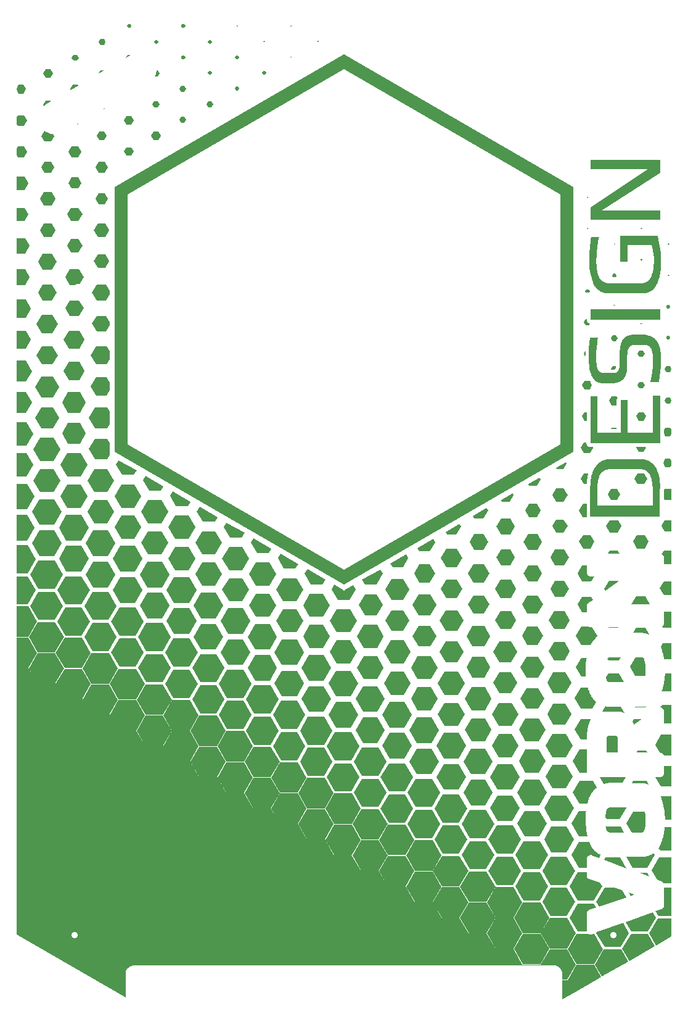
<source format=gbr>
%TF.GenerationSoftware,KiCad,Pcbnew,(7.0.0-0)*%
%TF.CreationDate,2023-03-26T20:27:34-07:00*%
%TF.ProjectId,voron_badge,766f726f-6e5f-4626-9164-67652e6b6963,rev?*%
%TF.SameCoordinates,Original*%
%TF.FileFunction,Legend,Top*%
%TF.FilePolarity,Positive*%
%FSLAX46Y46*%
G04 Gerber Fmt 4.6, Leading zero omitted, Abs format (unit mm)*
G04 Created by KiCad (PCBNEW (7.0.0-0)) date 2023-03-26 20:27:34*
%MOMM*%
%LPD*%
G01*
G04 APERTURE LIST*
G04 Aperture macros list*
%AMOutline5P*
0 Free polygon, 5 corners , with rotation*
0 The origin of the aperture is its center*
0 number of corners: always 5*
0 $1 to $10 corner X, Y*
0 $11 Rotation angle, in degrees counterclockwise*
0 create outline with 5 corners*
4,1,5,$1,$2,$3,$4,$5,$6,$7,$8,$9,$10,$1,$2,$11*%
%AMOutline6P*
0 Free polygon, 6 corners , with rotation*
0 The origin of the aperture is its center*
0 number of corners: always 6*
0 $1 to $12 corner X, Y*
0 $13 Rotation angle, in degrees counterclockwise*
0 create outline with 6 corners*
4,1,6,$1,$2,$3,$4,$5,$6,$7,$8,$9,$10,$11,$12,$1,$2,$13*%
%AMOutline7P*
0 Free polygon, 7 corners , with rotation*
0 The origin of the aperture is its center*
0 number of corners: always 7*
0 $1 to $14 corner X, Y*
0 $15 Rotation angle, in degrees counterclockwise*
0 create outline with 7 corners*
4,1,7,$1,$2,$3,$4,$5,$6,$7,$8,$9,$10,$11,$12,$13,$14,$1,$2,$15*%
%AMOutline8P*
0 Free polygon, 8 corners , with rotation*
0 The origin of the aperture is its center*
0 number of corners: always 8*
0 $1 to $16 corner X, Y*
0 $17 Rotation angle, in degrees counterclockwise*
0 create outline with 8 corners*
4,1,8,$1,$2,$3,$4,$5,$6,$7,$8,$9,$10,$11,$12,$13,$14,$15,$16,$1,$2,$17*%
G04 Aperture macros list end*
%ADD10C,0.000000*%
%ADD11C,0.100000*%
%ADD12C,3.200000*%
%ADD13Outline8P,-1.500000X1.400000X-0.900000X2.000000X0.900000X2.000000X1.500000X1.400000X1.500000X-1.400000X0.900000X-2.000000X-0.900000X-2.000000X-1.500000X-1.400000X0.000000*%
%ADD14C,1.300000*%
%ADD15C,0.600000*%
%ADD16C,0.900000*%
G04 APERTURE END LIST*
D10*
G36*
X118654435Y-73060800D02*
G01*
X117843046Y-74471912D01*
X116502491Y-74471912D01*
X116502491Y-71614414D01*
X117843046Y-71614414D01*
X118654435Y-73060800D01*
G37*
G36*
X160070534Y-135184955D02*
G01*
X158871090Y-137301613D01*
X156436922Y-137301613D01*
X155237480Y-135184955D01*
X156436922Y-133103565D01*
X158871090Y-133103565D01*
X160070534Y-135184955D01*
G37*
G36*
X201451358Y-119098299D02*
G01*
X201451353Y-119098299D01*
X201451353Y-119098289D01*
X201451358Y-119098299D01*
G37*
G36*
X181272474Y-96485242D02*
G01*
X180637475Y-97543577D01*
X179367471Y-97543577D01*
X178767750Y-96485242D01*
X179367471Y-95391630D01*
X180637475Y-95391630D01*
X181272474Y-96485242D01*
G37*
G36*
X202580340Y-112328160D02*
G01*
X202580635Y-112331165D01*
X202581111Y-112333976D01*
X202581754Y-112336600D01*
X202582553Y-112339043D01*
X202583494Y-112341311D01*
X202584564Y-112343411D01*
X202585751Y-112345350D01*
X202587041Y-112347134D01*
X202588421Y-112348770D01*
X202589879Y-112350263D01*
X202591401Y-112351621D01*
X202592975Y-112352849D01*
X202594588Y-112353955D01*
X202596226Y-112354944D01*
X202597878Y-112355824D01*
X202599529Y-112356600D01*
X202601168Y-112357279D01*
X202604355Y-112358373D01*
X202607335Y-112359157D01*
X202610005Y-112359682D01*
X202612261Y-112360001D01*
X202614001Y-112360165D01*
X202615517Y-112360233D01*
X202630262Y-112375185D01*
X202647486Y-112393858D01*
X202656771Y-112404719D01*
X202666365Y-112416665D01*
X202676165Y-112429748D01*
X202686070Y-112444019D01*
X202695974Y-112459531D01*
X202705775Y-112476335D01*
X202715370Y-112494482D01*
X202724655Y-112514025D01*
X202733527Y-112535014D01*
X202741882Y-112557503D01*
X202749618Y-112581541D01*
X202756630Y-112607182D01*
X202809544Y-112920268D01*
X202836002Y-113068546D01*
X202862465Y-113206903D01*
X202874110Y-113287998D01*
X202882860Y-113372815D01*
X202889131Y-113461767D01*
X202893334Y-113555267D01*
X202895883Y-113653729D01*
X202897192Y-113757565D01*
X202897743Y-113983015D01*
X202897192Y-114208458D01*
X202895883Y-114312292D01*
X202893334Y-114410751D01*
X202889131Y-114504250D01*
X202882860Y-114593201D01*
X202874110Y-114678020D01*
X202862465Y-114759118D01*
X202862465Y-114864953D01*
X201486631Y-114864953D01*
X200781070Y-113594954D01*
X201521905Y-112324955D01*
X202580239Y-112324955D01*
X202580340Y-112328160D01*
G37*
G36*
X132624432Y-42898313D02*
G01*
X132306931Y-43498034D01*
X131601376Y-43498034D01*
X131283876Y-42898313D01*
X131601376Y-42333867D01*
X132306931Y-42333867D01*
X132624432Y-42898313D01*
G37*
G36*
X174710805Y-130881062D02*
G01*
X173581919Y-132821339D01*
X171359421Y-132821339D01*
X170230531Y-130881062D01*
X171359421Y-128940786D01*
X173581919Y-128940786D01*
X174710805Y-130881062D01*
G37*
G36*
X188857194Y-105057740D02*
G01*
X188116360Y-106327734D01*
X186669969Y-106327734D01*
X185929140Y-105057740D01*
X186669969Y-103823019D01*
X188116360Y-103823019D01*
X188857194Y-105057740D01*
G37*
G36*
X150651370Y-27834705D02*
G01*
X150580814Y-27905261D01*
X150474981Y-27905261D01*
X150439703Y-27834705D01*
X150474981Y-27728872D01*
X150580814Y-27728872D01*
X150651370Y-27834705D01*
G37*
G36*
X185470527Y-120121340D02*
G01*
X184553301Y-121708844D01*
X182718859Y-121708844D01*
X181801639Y-120121340D01*
X182718859Y-118533836D01*
X184553301Y-118533836D01*
X185470527Y-120121340D01*
G37*
G36*
X178591363Y-145874111D02*
G01*
X177356638Y-147990779D01*
X174957748Y-147990779D01*
X173723027Y-145874111D01*
X174957748Y-143792721D01*
X177356638Y-143792721D01*
X178591363Y-145874111D01*
G37*
G36*
X204167742Y-139383013D02*
G01*
X203144692Y-141146898D01*
X201098580Y-141146898D01*
X200251916Y-139665229D01*
X202298022Y-139665229D01*
X202422468Y-139663162D01*
X202544484Y-139656961D01*
X202664124Y-139646626D01*
X202781438Y-139632156D01*
X202896478Y-139613553D01*
X203009296Y-139590815D01*
X203119944Y-139563943D01*
X203228472Y-139532937D01*
X203334934Y-139497797D01*
X203439381Y-139458523D01*
X203541863Y-139415115D01*
X203642434Y-139367573D01*
X203741144Y-139315897D01*
X203838045Y-139260087D01*
X203933190Y-139200143D01*
X204026629Y-139136065D01*
X204167742Y-139383013D01*
G37*
G36*
X125568877Y-55809975D02*
G01*
X125039711Y-56727196D01*
X123981378Y-56727196D01*
X123452212Y-55809975D01*
X123981378Y-54892754D01*
X125039711Y-54892754D01*
X125568877Y-55809975D01*
G37*
G36*
X122887767Y-100965517D02*
G01*
X121758878Y-102905793D01*
X119536379Y-102905793D01*
X118407491Y-100965517D01*
X119536379Y-99025240D01*
X121758878Y-99025240D01*
X122887767Y-100965517D01*
G37*
G36*
X145112759Y-113771346D02*
G01*
X143983871Y-115711622D01*
X141761373Y-115711622D01*
X140632485Y-113771346D01*
X141761373Y-111866347D01*
X143983871Y-111866347D01*
X145112759Y-113771346D01*
G37*
G36*
X204701937Y-54942224D02*
G01*
X204796678Y-55407587D01*
X204875710Y-55864682D01*
X204939445Y-56312682D01*
X204988297Y-56750760D01*
X205022680Y-57178090D01*
X205043006Y-57593843D01*
X205049690Y-57997195D01*
X205048105Y-58165936D01*
X205043626Y-58328476D01*
X205036667Y-58485228D01*
X205027641Y-58636605D01*
X205016961Y-58783022D01*
X205005041Y-58924890D01*
X204979133Y-59196639D01*
X204964250Y-59329000D01*
X204946060Y-59461774D01*
X204924562Y-59595375D01*
X204899757Y-59730216D01*
X204871645Y-59866710D01*
X204840225Y-60005272D01*
X204805498Y-60146314D01*
X204767463Y-60290249D01*
X204714477Y-60447207D01*
X204661077Y-60600032D01*
X204606851Y-60747895D01*
X204551385Y-60889971D01*
X204494266Y-61025432D01*
X204435080Y-61153452D01*
X204404583Y-61214412D01*
X204373414Y-61273203D01*
X204341522Y-61329720D01*
X204308856Y-61383859D01*
X204274955Y-61436354D01*
X204239401Y-61487970D01*
X204202194Y-61538657D01*
X204163333Y-61588361D01*
X204122818Y-61637031D01*
X204080649Y-61684617D01*
X204036828Y-61731065D01*
X203991352Y-61776325D01*
X203944223Y-61820345D01*
X203895440Y-61863073D01*
X203845004Y-61904457D01*
X203792915Y-61944446D01*
X203739171Y-61982988D01*
X203683775Y-62020031D01*
X203626725Y-62055524D01*
X203568021Y-62089415D01*
X203501857Y-62121653D01*
X203435590Y-62152185D01*
X203369116Y-62180960D01*
X203302333Y-62207927D01*
X203235136Y-62233033D01*
X203167423Y-62256227D01*
X203099089Y-62277458D01*
X203030032Y-62296673D01*
X202960148Y-62313821D01*
X202889334Y-62328851D01*
X202817486Y-62341710D01*
X202744502Y-62352346D01*
X202670277Y-62360709D01*
X202594708Y-62366747D01*
X202517692Y-62370408D01*
X202439125Y-62371639D01*
X197923573Y-62371639D01*
X197824785Y-62369986D01*
X197726927Y-62365025D01*
X197630103Y-62356757D01*
X197534416Y-62345181D01*
X197439969Y-62330299D01*
X197346866Y-62312109D01*
X197255209Y-62290612D01*
X197165103Y-62265807D01*
X197076650Y-62237695D01*
X196989954Y-62206276D01*
X196905119Y-62171550D01*
X196822247Y-62133516D01*
X196741441Y-62092175D01*
X196662806Y-62047526D01*
X196586445Y-61999570D01*
X196512461Y-61948307D01*
X196440941Y-61894150D01*
X196371902Y-61837512D01*
X196305344Y-61778394D01*
X196241265Y-61716796D01*
X196179667Y-61652717D01*
X196120550Y-61586158D01*
X196063913Y-61517118D01*
X196009756Y-61445598D01*
X195958080Y-61371598D01*
X195908884Y-61295117D01*
X195862168Y-61216155D01*
X195817933Y-61134713D01*
X195776178Y-61050791D01*
X195736904Y-60964388D01*
X195700110Y-60875504D01*
X195665796Y-60784141D01*
X195602821Y-60600585D01*
X195545633Y-60420338D01*
X195493407Y-60243398D01*
X195445314Y-60069765D01*
X195358223Y-59732422D01*
X195277745Y-59408307D01*
X195252942Y-59246388D01*
X195231444Y-59078680D01*
X195213254Y-58906012D01*
X195198371Y-58729209D01*
X195186795Y-58549100D01*
X195178526Y-58366509D01*
X195173564Y-58182265D01*
X195171910Y-57997195D01*
X195176733Y-57540720D01*
X195190652Y-57097061D01*
X195212838Y-56665805D01*
X195242466Y-56246537D01*
X195278709Y-55838844D01*
X195320738Y-55442314D01*
X195367729Y-55056531D01*
X195418853Y-54681084D01*
X196512466Y-54681084D01*
X196474364Y-54821644D01*
X196439156Y-54978741D01*
X196406428Y-55152374D01*
X196375767Y-55342543D01*
X196346759Y-55549248D01*
X196318991Y-55772490D01*
X196265523Y-56268583D01*
X196240719Y-56514907D01*
X196219223Y-56750896D01*
X196201033Y-56976137D01*
X196186151Y-57190215D01*
X196174575Y-57392718D01*
X196166307Y-57583231D01*
X196161346Y-57761343D01*
X196159693Y-57926638D01*
X196166316Y-58292085D01*
X196174604Y-58466110D01*
X196186220Y-58634329D01*
X196201168Y-58796734D01*
X196219456Y-58953318D01*
X196241090Y-59104077D01*
X196266076Y-59249002D01*
X196294422Y-59388088D01*
X196326132Y-59521328D01*
X196361215Y-59648716D01*
X196399676Y-59770245D01*
X196441522Y-59885908D01*
X196486759Y-59995700D01*
X196535394Y-60099614D01*
X196587433Y-60197643D01*
X196642882Y-60289781D01*
X196701749Y-60376021D01*
X196764039Y-60456357D01*
X196829760Y-60530783D01*
X196898917Y-60599292D01*
X196971516Y-60661878D01*
X197047566Y-60718533D01*
X197127071Y-60769253D01*
X197210038Y-60814029D01*
X197296475Y-60852857D01*
X197386386Y-60885728D01*
X197479780Y-60912638D01*
X197576661Y-60933578D01*
X197677037Y-60948544D01*
X197780915Y-60957528D01*
X197888299Y-60960525D01*
X202403857Y-60960525D01*
X202462580Y-60959293D01*
X202519752Y-60955633D01*
X202575476Y-60949595D01*
X202629857Y-60941232D01*
X202682998Y-60930595D01*
X202735002Y-60917737D01*
X202785972Y-60902708D01*
X202836011Y-60885560D01*
X202885224Y-60866345D01*
X202933714Y-60845114D01*
X202981583Y-60821920D01*
X203028936Y-60796814D01*
X203075876Y-60769848D01*
X203122505Y-60741073D01*
X203168928Y-60710541D01*
X203215248Y-60678303D01*
X203260722Y-60644007D01*
X203304543Y-60607334D01*
X203346710Y-60568387D01*
X203387224Y-60527270D01*
X203426084Y-60484086D01*
X203463291Y-60438938D01*
X203498844Y-60391930D01*
X203532744Y-60343165D01*
X203564990Y-60292746D01*
X203595583Y-60240776D01*
X203624522Y-60187360D01*
X203651807Y-60132601D01*
X203677439Y-60076601D01*
X203701417Y-60019464D01*
X203723742Y-59961294D01*
X203744413Y-59902193D01*
X203822685Y-59664069D01*
X203859753Y-59545007D01*
X203894340Y-59425944D01*
X203925621Y-59306882D01*
X203952767Y-59187819D01*
X203964531Y-59128288D01*
X203974952Y-59068756D01*
X203983927Y-59009225D01*
X203991351Y-58949694D01*
X204017258Y-58704954D01*
X204029178Y-58577624D01*
X204039858Y-58446985D01*
X204048885Y-58313040D01*
X204055844Y-58175787D01*
X204060323Y-58035227D01*
X204061907Y-57891360D01*
X204057015Y-57638352D01*
X204042615Y-57382037D01*
X204019119Y-57122415D01*
X203986941Y-56859486D01*
X203946495Y-56593249D01*
X203898194Y-56323705D01*
X203842451Y-56050853D01*
X203779681Y-55774694D01*
X200428297Y-55774694D01*
X200428297Y-58032473D01*
X199440520Y-58032473D01*
X199440520Y-54469419D01*
X204591072Y-54469419D01*
X204701937Y-54942224D01*
G37*
G36*
X206496080Y-72778583D02*
G01*
X206249132Y-73201913D01*
X205790524Y-73201913D01*
X205543576Y-72778583D01*
X205790524Y-72355244D01*
X206249132Y-72355244D01*
X206496080Y-72778583D01*
G37*
G36*
X198619800Y-123049601D02*
G01*
X198644731Y-123050191D01*
X198668667Y-123051143D01*
X198691627Y-123052430D01*
X198713632Y-123054028D01*
X198734699Y-123055910D01*
X198754850Y-123058050D01*
X198774103Y-123060422D01*
X198792477Y-123063002D01*
X198809992Y-123065762D01*
X198842522Y-123071721D01*
X198871848Y-123078095D01*
X198898126Y-123084675D01*
X198921509Y-123091255D01*
X198942154Y-123097629D01*
X198975846Y-123108931D01*
X198989204Y-123113446D01*
X199000443Y-123116928D01*
X199009719Y-123119170D01*
X199013668Y-123119762D01*
X199017185Y-123119966D01*
X199021733Y-123138911D01*
X199033722Y-123172326D01*
X199050672Y-123224759D01*
X199070103Y-123300757D01*
X199079973Y-123349014D01*
X199089533Y-123404867D01*
X199098473Y-123468886D01*
X199106483Y-123541638D01*
X199113253Y-123623691D01*
X199118472Y-123715615D01*
X199121831Y-123817977D01*
X199123020Y-123931347D01*
X199123020Y-125377737D01*
X197535521Y-125377737D01*
X197535521Y-123931347D01*
X197536322Y-123829606D01*
X197538622Y-123735876D01*
X197542265Y-123649896D01*
X197547097Y-123571409D01*
X197552963Y-123500157D01*
X197559706Y-123435881D01*
X197567174Y-123378322D01*
X197575210Y-123327223D01*
X197583659Y-123282325D01*
X197592366Y-123243370D01*
X197601177Y-123210099D01*
X197609937Y-123182254D01*
X197618489Y-123159576D01*
X197626680Y-123141808D01*
X197634354Y-123128691D01*
X197637949Y-123123795D01*
X197641356Y-123119966D01*
X197648789Y-123113358D01*
X197657824Y-123106802D01*
X197668409Y-123100350D01*
X197680493Y-123094052D01*
X197694024Y-123087962D01*
X197708950Y-123082130D01*
X197725219Y-123076609D01*
X197742781Y-123071449D01*
X197761583Y-123066703D01*
X197781573Y-123062422D01*
X197802700Y-123058658D01*
X197824912Y-123055463D01*
X197848157Y-123052887D01*
X197872385Y-123050984D01*
X197897542Y-123049804D01*
X197923578Y-123049399D01*
X198593856Y-123049399D01*
X198619800Y-123049601D01*
G37*
G36*
X196124409Y-146614945D02*
G01*
X195171910Y-146932440D01*
X195152275Y-146939464D01*
X195133067Y-146947290D01*
X195114298Y-146955891D01*
X195095981Y-146965241D01*
X195060755Y-146986085D01*
X195027493Y-147009616D01*
X194996297Y-147035628D01*
X194967272Y-147063913D01*
X194940521Y-147094265D01*
X194916147Y-147126477D01*
X194894253Y-147160342D01*
X194874943Y-147195654D01*
X194858321Y-147232205D01*
X194844488Y-147269790D01*
X194833550Y-147308201D01*
X194825609Y-147347232D01*
X194820769Y-147386676D01*
X194819132Y-147426326D01*
X194819132Y-149754664D01*
X194819528Y-149767885D01*
X194820648Y-149781054D01*
X194822388Y-149794119D01*
X194824645Y-149807030D01*
X194827316Y-149819734D01*
X194830296Y-149832180D01*
X194836774Y-149856089D01*
X194843252Y-149878345D01*
X194848903Y-149898533D01*
X194851159Y-149907723D01*
X194852899Y-149916241D01*
X194854019Y-149924036D01*
X194854416Y-149931055D01*
X193584412Y-149931055D01*
X192455526Y-147990779D01*
X193584412Y-146050502D01*
X195806915Y-146050502D01*
X196124409Y-146614945D01*
G37*
G36*
X199616911Y-94298023D02*
G01*
X199087747Y-95215239D01*
X197994134Y-95215239D01*
X197464965Y-94298023D01*
X197958851Y-93486632D01*
X199158298Y-93486632D01*
X199616911Y-94298023D01*
G37*
G36*
X163421923Y-115888004D02*
G01*
X162398867Y-117651899D01*
X160388034Y-117651899D01*
X159364978Y-115888004D01*
X160388034Y-114124129D01*
X162398867Y-114124129D01*
X163421923Y-115888004D01*
G37*
G36*
X121864712Y-49389421D02*
G01*
X121335545Y-50341921D01*
X120277212Y-50341921D01*
X119748046Y-49389421D01*
X120277212Y-48472198D01*
X121335545Y-48472198D01*
X121864712Y-49389421D01*
G37*
G36*
X170830252Y-124425233D02*
G01*
X169807201Y-126189118D01*
X167796363Y-126189118D01*
X166773307Y-124425233D01*
X167796363Y-122661348D01*
X169807201Y-122661348D01*
X170830252Y-124425233D01*
G37*
G36*
X198946634Y-80963024D02*
G01*
X198135243Y-80963024D01*
X198241078Y-80786633D01*
X198946634Y-80786633D01*
X198946634Y-80963024D01*
G37*
G36*
X198770242Y-55598308D02*
G01*
X198699690Y-55704140D01*
X198629134Y-55704140D01*
X198558577Y-55598308D01*
X198629134Y-55527751D01*
X198699690Y-55527751D01*
X198770242Y-55598308D01*
G37*
G36*
X133012485Y-86678019D02*
G01*
X132659709Y-87277741D01*
X131001653Y-87277741D01*
X130190265Y-85866633D01*
X130543042Y-85266912D01*
X133012485Y-86678019D01*
G37*
G36*
X145112759Y-118075239D02*
G01*
X143983871Y-119980227D01*
X141761373Y-119980227D01*
X140632485Y-118075239D01*
X141761373Y-116134952D01*
X143983871Y-116134952D01*
X145112759Y-118075239D01*
G37*
G36*
X205402463Y-97684680D02*
G01*
X206460792Y-97684680D01*
X206496070Y-97719958D01*
X206496070Y-99483848D01*
X206460792Y-99519126D01*
X205437741Y-99519126D01*
X205437741Y-98637184D01*
X205437331Y-98617345D01*
X205436113Y-98597531D01*
X205434108Y-98577769D01*
X205431333Y-98558085D01*
X205427809Y-98538504D01*
X205423556Y-98519052D01*
X205418592Y-98499755D01*
X205412936Y-98480639D01*
X205406609Y-98461730D01*
X205399629Y-98443053D01*
X205392017Y-98424635D01*
X205383790Y-98406501D01*
X205374969Y-98388677D01*
X205365574Y-98371189D01*
X205355623Y-98354062D01*
X205345136Y-98337323D01*
X205334132Y-98320998D01*
X205322630Y-98305112D01*
X205310651Y-98289691D01*
X205298213Y-98274760D01*
X205285335Y-98260347D01*
X205272038Y-98246476D01*
X205258340Y-98233174D01*
X205244262Y-98220466D01*
X205229821Y-98208378D01*
X205215038Y-98196936D01*
X205199932Y-98186166D01*
X205184523Y-98176094D01*
X205168829Y-98166745D01*
X205152871Y-98158145D01*
X205136666Y-98150321D01*
X205120236Y-98143298D01*
X205402463Y-97649406D01*
X205402463Y-97684680D01*
G37*
G36*
X129308320Y-70344415D02*
G01*
X129308320Y-71402744D01*
X128884986Y-72108301D01*
X127438599Y-72108301D01*
X126697766Y-70873580D01*
X127438599Y-69603581D01*
X128884986Y-69603581D01*
X129308320Y-70344415D01*
G37*
G36*
X181272474Y-92181355D02*
G01*
X180637475Y-93274962D01*
X179367471Y-93274962D01*
X179155806Y-92922184D01*
X181060804Y-91828577D01*
X181272474Y-92181355D01*
G37*
G36*
X203321083Y-96414686D02*
G01*
X202791908Y-97367185D01*
X201698301Y-97367185D01*
X201169132Y-96414686D01*
X201698301Y-95497465D01*
X202791908Y-95497465D01*
X203321083Y-96414686D01*
G37*
G36*
X171183030Y-141605506D02*
G01*
X169948309Y-143722174D01*
X167549420Y-143722174D01*
X166349977Y-141605506D01*
X167549420Y-139524116D01*
X169948309Y-139524116D01*
X171183030Y-141605506D01*
G37*
G36*
X144936370Y-109467463D02*
G01*
X143913314Y-111231348D01*
X141867205Y-111231348D01*
X140844150Y-109467463D01*
X141867205Y-107703573D01*
X143913314Y-107703573D01*
X144936370Y-109467463D01*
G37*
G36*
X194793222Y-112466068D02*
G01*
X194781303Y-112518986D01*
X194770624Y-112571903D01*
X194761598Y-112624821D01*
X194754639Y-112677738D01*
X194752064Y-112704197D01*
X194750160Y-112730656D01*
X194748980Y-112757114D01*
X194748576Y-112783573D01*
X194722670Y-113060831D01*
X194700070Y-113361242D01*
X194691043Y-113519096D01*
X194684083Y-113681498D01*
X194679604Y-113848035D01*
X194678019Y-114018294D01*
X194713302Y-114864953D01*
X194713302Y-114900241D01*
X194078293Y-114900241D01*
X193337458Y-113630242D01*
X194078293Y-112360233D01*
X194819127Y-112360233D01*
X194793222Y-112466068D01*
G37*
G36*
X133647486Y-90170516D02*
G01*
X132730264Y-91793298D01*
X130895820Y-91793298D01*
X129978599Y-90170516D01*
X130895820Y-88583018D01*
X132730264Y-88583018D01*
X133647486Y-90170516D01*
G37*
G36*
X128602765Y-37077481D02*
G01*
X128426376Y-37077481D01*
X128673320Y-36936369D01*
X128602765Y-37077481D01*
G37*
G36*
X148958037Y-124495789D02*
G01*
X147758592Y-126612458D01*
X145324427Y-126612458D01*
X144124984Y-124495789D01*
X145324427Y-122414400D01*
X147758592Y-122414400D01*
X148958037Y-124495789D01*
G37*
G36*
X119359991Y-111689956D02*
G01*
X118125268Y-113771346D01*
X116502491Y-113771346D01*
X116502491Y-109608571D01*
X118125268Y-109608571D01*
X119359991Y-111689956D01*
G37*
G36*
X139715264Y-29986649D02*
G01*
X139538875Y-30233594D01*
X139256651Y-30233594D01*
X139115540Y-29986649D01*
X139256651Y-29739705D01*
X139538875Y-29739705D01*
X139715264Y-29986649D01*
G37*
G36*
X193055247Y-132962452D02*
G01*
X192032191Y-134726347D01*
X189986080Y-134726347D01*
X188998302Y-132962452D01*
X189986080Y-131233835D01*
X192032191Y-131233835D01*
X193055247Y-132962452D01*
G37*
G36*
X195559972Y-74965803D02*
G01*
X195242467Y-75565524D01*
X194536911Y-75565524D01*
X194219411Y-74965803D01*
X194536911Y-74366082D01*
X195242467Y-74366082D01*
X195559972Y-74965803D01*
G37*
G36*
X197588992Y-119053646D02*
G01*
X197669676Y-119065568D01*
X197751601Y-119076249D01*
X197835179Y-119085276D01*
X197920825Y-119092236D01*
X198008950Y-119096715D01*
X198099969Y-119098299D01*
X199546360Y-119098299D01*
X200040246Y-119944959D01*
X199986519Y-119919328D01*
X199931242Y-119895351D01*
X199874518Y-119873028D01*
X199816450Y-119852357D01*
X199757142Y-119833340D01*
X199696698Y-119815977D01*
X199635220Y-119800267D01*
X199572812Y-119786210D01*
X199509577Y-119773807D01*
X199445619Y-119763057D01*
X199381041Y-119753962D01*
X199315947Y-119746519D01*
X199250439Y-119740731D01*
X199184621Y-119736596D01*
X199118596Y-119734116D01*
X199052468Y-119733289D01*
X197359130Y-119733289D01*
X197274245Y-119733840D01*
X197228908Y-119735150D01*
X197182744Y-119737700D01*
X197136581Y-119741904D01*
X197113757Y-119744756D01*
X197091245Y-119748176D01*
X197069145Y-119752217D01*
X197047563Y-119756929D01*
X197026600Y-119762365D01*
X197006362Y-119768577D01*
X197429692Y-119027733D01*
X197588992Y-119053646D01*
G37*
G36*
X203356351Y-129752177D02*
G01*
X203296408Y-129726545D01*
X203235637Y-129702566D01*
X203174039Y-129680242D01*
X203111614Y-129659571D01*
X203048362Y-129640554D01*
X202984284Y-129623190D01*
X202919378Y-129607480D01*
X202853646Y-129593424D01*
X202787086Y-129581022D01*
X202719700Y-129570273D01*
X202651487Y-129561178D01*
X202582448Y-129553736D01*
X202512581Y-129547948D01*
X202441888Y-129543814D01*
X202370369Y-129541333D01*
X202298022Y-129540507D01*
X201028023Y-129540507D01*
X201204410Y-129223012D01*
X203038857Y-129223012D01*
X203356351Y-129752177D01*
G37*
G36*
X147829149Y-95215239D02*
G01*
X147476371Y-95850238D01*
X145818315Y-95850238D01*
X145006927Y-94403848D01*
X145359705Y-93804126D01*
X147829149Y-95215239D01*
G37*
G36*
X184800249Y-90029408D02*
G01*
X184271085Y-90946634D01*
X183212751Y-90946634D01*
X183071638Y-90699686D01*
X184659136Y-89747187D01*
X184800249Y-90029408D01*
G37*
G36*
X126062766Y-77329414D02*
G01*
X125251377Y-78740521D01*
X123593322Y-78740521D01*
X122781933Y-77329414D01*
X123593322Y-75883024D01*
X125251377Y-75883024D01*
X126062766Y-77329414D01*
G37*
G36*
X122041100Y-57997195D02*
G01*
X121406101Y-59090807D01*
X120136101Y-59090807D01*
X119501101Y-57997195D01*
X120136101Y-56903585D01*
X121406101Y-56903585D01*
X122041100Y-57997195D01*
G37*
G36*
X167302476Y-130881062D02*
G01*
X166208864Y-132821339D01*
X163951088Y-132821339D01*
X162857475Y-130881062D01*
X163951088Y-128940786D01*
X166208864Y-128940786D01*
X167302476Y-130881062D01*
G37*
G36*
X170653865Y-111548842D02*
G01*
X169736639Y-113136346D01*
X167902198Y-113136346D01*
X166984977Y-111548842D01*
X167902198Y-109961349D01*
X169736639Y-109961349D01*
X170653865Y-111548842D01*
G37*
G36*
X195242467Y-62054139D02*
G01*
X195101359Y-62301085D01*
X194783854Y-62301085D01*
X194642746Y-62054139D01*
X194783854Y-61807196D01*
X195101359Y-61807196D01*
X195242467Y-62054139D01*
G37*
G36*
X181589974Y-113665511D02*
G01*
X180778583Y-115076623D01*
X179120528Y-115076623D01*
X178309137Y-113665511D01*
X179120528Y-112219120D01*
X180778583Y-112219120D01*
X181589974Y-113665511D01*
G37*
G36*
X129308320Y-66322752D02*
G01*
X129308320Y-66781359D01*
X128814432Y-67628026D01*
X127544432Y-67628026D01*
X126909432Y-66534416D01*
X127544432Y-65440806D01*
X128814432Y-65440806D01*
X129308320Y-66322752D01*
G37*
G36*
X174216919Y-109396901D02*
G01*
X173370249Y-110808008D01*
X171747478Y-110808008D01*
X170900808Y-109396901D01*
X171747478Y-107950516D01*
X173370249Y-107950516D01*
X174216919Y-109396901D01*
G37*
G36*
X194783854Y-82938574D02*
G01*
X194784571Y-82964923D01*
X194786696Y-82991027D01*
X194790191Y-83016846D01*
X194795016Y-83042342D01*
X194801133Y-83067476D01*
X194808503Y-83092210D01*
X194817088Y-83116505D01*
X194826848Y-83140321D01*
X194837746Y-83163621D01*
X194849741Y-83186365D01*
X194862796Y-83208515D01*
X194876871Y-83230032D01*
X194891928Y-83250877D01*
X194907928Y-83271012D01*
X194924833Y-83290397D01*
X194942603Y-83308994D01*
X194961200Y-83326764D01*
X194980585Y-83343669D01*
X195000719Y-83359669D01*
X195021564Y-83374727D01*
X195043081Y-83388802D01*
X195065231Y-83401857D01*
X195087975Y-83413852D01*
X195111274Y-83424749D01*
X195135091Y-83434510D01*
X195159385Y-83443094D01*
X195184118Y-83450465D01*
X195209252Y-83456582D01*
X195234748Y-83461407D01*
X195260567Y-83464902D01*
X195286670Y-83467027D01*
X195313018Y-83467744D01*
X195665796Y-83467744D01*
X195736353Y-83573579D01*
X195313018Y-84314413D01*
X195313018Y-84279135D01*
X194395797Y-84279135D01*
X193972463Y-83538301D01*
X194395797Y-82797466D01*
X194783854Y-82797466D01*
X194783854Y-82938574D01*
G37*
G36*
X188857194Y-109326344D02*
G01*
X188116360Y-110596348D01*
X186669969Y-110596348D01*
X185929140Y-109326344D01*
X186669969Y-108091624D01*
X188116360Y-108091624D01*
X188857194Y-109326344D01*
G37*
G36*
X118513324Y-68721639D02*
G01*
X117772491Y-69991637D01*
X116502491Y-69991637D01*
X116502491Y-67486915D01*
X117772491Y-67486915D01*
X118513324Y-68721639D01*
G37*
G36*
X129273043Y-57961919D02*
G01*
X128743877Y-58879140D01*
X127685543Y-58879140D01*
X127121099Y-57961919D01*
X127685543Y-57044696D01*
X128743877Y-57044696D01*
X129273043Y-57961919D01*
G37*
G36*
X196829965Y-156139947D02*
G01*
X193196355Y-158256605D01*
X192243856Y-156563276D01*
X193443303Y-154481896D01*
X195877466Y-154481896D01*
X196829965Y-156139947D01*
G37*
G36*
X124898600Y-39229424D02*
G01*
X124722211Y-39229424D01*
X124969155Y-39053035D01*
X124898600Y-39229424D01*
G37*
G36*
X126239155Y-85901912D02*
G01*
X125321933Y-87489410D01*
X123487489Y-87489410D01*
X122570267Y-85901912D01*
X123487489Y-84314413D01*
X125321933Y-84314413D01*
X126239155Y-85901912D01*
G37*
G36*
X119324707Y-115711571D02*
G01*
X121794151Y-115711571D01*
X123028873Y-117863518D01*
X125498316Y-117863518D01*
X126733038Y-120015464D01*
X129202482Y-120015464D01*
X130437204Y-122167411D01*
X132906648Y-122167411D01*
X134141370Y-124319357D01*
X136610813Y-124319357D01*
X137845534Y-126471304D01*
X140314978Y-126471304D01*
X141549701Y-128623250D01*
X144019144Y-128623250D01*
X145253865Y-130775197D01*
X147723309Y-130775197D01*
X148958032Y-132927143D01*
X151427475Y-132927143D01*
X152662196Y-135079090D01*
X155131640Y-135079090D01*
X156366363Y-137231036D01*
X158835806Y-137231036D01*
X160070529Y-139382983D01*
X162539971Y-139382983D01*
X163774696Y-141534929D01*
X166244137Y-141534929D01*
X167478858Y-143686876D01*
X169948304Y-143686876D01*
X171183025Y-145838822D01*
X173652471Y-145838822D01*
X174887191Y-147990769D01*
X177356632Y-147990769D01*
X178591358Y-150142715D01*
X181060799Y-150142715D01*
X182295520Y-152294662D01*
X184764966Y-152294662D01*
X185999687Y-154446608D01*
X188469133Y-154446608D01*
X188504411Y-154517165D01*
X132800819Y-154517165D01*
X132734999Y-154518797D01*
X132669889Y-154523607D01*
X132605579Y-154531466D01*
X132542162Y-154542245D01*
X132479726Y-154555814D01*
X132418362Y-154572045D01*
X132358162Y-154590807D01*
X132299214Y-154611973D01*
X132241610Y-154635412D01*
X132185440Y-154660996D01*
X132130794Y-154688595D01*
X132077763Y-154718080D01*
X132026438Y-154749322D01*
X131976908Y-154782191D01*
X131929265Y-154816560D01*
X131883598Y-154852297D01*
X131839998Y-154889275D01*
X131798555Y-154927363D01*
X131759361Y-154966433D01*
X131722505Y-155006356D01*
X131688078Y-155047002D01*
X131656170Y-155088242D01*
X131626871Y-155129947D01*
X131600273Y-155171988D01*
X131576465Y-155214236D01*
X131555538Y-155256560D01*
X131537583Y-155298833D01*
X131522689Y-155340925D01*
X131510948Y-155382706D01*
X131502450Y-155424048D01*
X131497284Y-155464821D01*
X131495542Y-155504896D01*
X131495542Y-158926842D01*
X116502491Y-150283788D01*
X116502491Y-113559635D01*
X118089985Y-113559635D01*
X119324707Y-115711571D01*
G37*
G36*
X189351080Y-130845794D02*
G01*
X188328030Y-132609679D01*
X186281918Y-132609679D01*
X185294136Y-130845794D01*
X186281918Y-129081899D01*
X188328030Y-129081899D01*
X189351080Y-130845794D01*
G37*
G36*
X126733044Y-115958570D02*
G01*
X125533600Y-118075239D01*
X123134711Y-118075239D01*
X121899990Y-115958570D01*
X123134711Y-113877180D01*
X125533600Y-113877180D01*
X126733044Y-115958570D01*
G37*
G36*
X133823874Y-98778297D02*
G01*
X132800819Y-100542182D01*
X130754709Y-100542182D01*
X129766932Y-98778297D01*
X130754709Y-97014407D01*
X132800819Y-97014407D01*
X133823874Y-98778297D01*
G37*
G36*
X130437209Y-113841902D02*
G01*
X129237765Y-115923292D01*
X126803599Y-115923292D01*
X125604155Y-113841902D01*
X126803599Y-111725234D01*
X129237765Y-111725234D01*
X130437209Y-113841902D01*
G37*
G36*
X199934406Y-115711622D02*
G01*
X198099964Y-115711622D01*
X198070813Y-115711314D01*
X198042870Y-115710399D01*
X198016103Y-115708890D01*
X197990479Y-115706799D01*
X197965966Y-115704140D01*
X197942532Y-115700925D01*
X197920144Y-115697168D01*
X197898771Y-115692881D01*
X197878379Y-115688077D01*
X197858937Y-115682769D01*
X197840412Y-115676971D01*
X197822772Y-115670694D01*
X197805984Y-115663953D01*
X197790018Y-115656759D01*
X197774839Y-115649126D01*
X197760416Y-115641067D01*
X197746716Y-115632594D01*
X197733708Y-115623721D01*
X197721358Y-115614460D01*
X197709635Y-115604825D01*
X197698506Y-115594828D01*
X197687940Y-115584482D01*
X197677903Y-115573801D01*
X197668363Y-115562796D01*
X197659289Y-115551481D01*
X197650647Y-115539870D01*
X197634533Y-115515807D01*
X197619763Y-115490710D01*
X197606078Y-115464684D01*
X197593254Y-115450618D01*
X197581204Y-115434846D01*
X197569879Y-115417318D01*
X197559225Y-115397982D01*
X197549191Y-115376785D01*
X197539726Y-115353677D01*
X197530777Y-115328605D01*
X197522293Y-115301518D01*
X197514223Y-115272364D01*
X197506514Y-115241091D01*
X197491975Y-115171983D01*
X197478261Y-115093779D01*
X197464960Y-115006066D01*
X197782459Y-114476902D01*
X199228850Y-114476902D01*
X199934406Y-115711622D01*
G37*
G36*
X188680803Y-100753847D02*
G01*
X188045803Y-101847459D01*
X186775804Y-101847459D01*
X186140800Y-100753847D01*
X186775804Y-99660240D01*
X188045803Y-99660240D01*
X188680803Y-100753847D01*
G37*
G36*
X137351652Y-96591077D02*
G01*
X136434429Y-98178576D01*
X134599985Y-98178576D01*
X133682764Y-96591077D01*
X134599985Y-95003574D01*
X136434429Y-95003574D01*
X137351652Y-96591077D01*
G37*
G36*
X126062766Y-81598024D02*
G01*
X125251377Y-83009136D01*
X123593322Y-83009136D01*
X122781933Y-81598024D01*
X123593322Y-80151633D01*
X125251377Y-80151633D01*
X126062766Y-81598024D01*
G37*
G36*
X185294136Y-111513564D02*
G01*
X184482750Y-112959955D01*
X182824694Y-112959955D01*
X182013303Y-111513564D01*
X182824694Y-110102457D01*
X184482750Y-110102457D01*
X185294136Y-111513564D01*
G37*
G36*
X129943319Y-88053853D02*
G01*
X129026098Y-89641352D01*
X127191654Y-89641352D01*
X126274433Y-88053853D01*
X127191654Y-86466355D01*
X129026098Y-86466355D01*
X129943319Y-88053853D01*
G37*
G36*
X136011096Y-27869983D02*
G01*
X135834707Y-28116928D01*
X135552486Y-28116928D01*
X135411374Y-27869983D01*
X135552486Y-27623039D01*
X135834707Y-27623039D01*
X136011096Y-27869983D01*
G37*
G36*
X123028878Y-113841902D02*
G01*
X121829434Y-115923292D01*
X119430546Y-115923292D01*
X118195824Y-113841902D01*
X119430546Y-111725234D01*
X121829434Y-111725234D01*
X123028878Y-113841902D01*
G37*
G36*
X163245532Y-107280233D02*
G01*
X162328311Y-108867737D01*
X160493864Y-108867737D01*
X159576643Y-107280233D01*
X160493864Y-105692734D01*
X162328311Y-105692734D01*
X163245532Y-107280233D01*
G37*
G36*
X174887196Y-139488838D02*
G01*
X173652476Y-141570228D01*
X171253586Y-141570228D01*
X170054144Y-139488838D01*
X171253586Y-137372180D01*
X173652476Y-137372180D01*
X174887196Y-139488838D01*
G37*
G36*
X188504416Y-92146076D02*
G01*
X187975252Y-93063297D01*
X186916918Y-93063297D01*
X186387748Y-92146076D01*
X186916918Y-91228850D01*
X187975252Y-91228850D01*
X188504416Y-92146076D01*
G37*
G36*
X119183602Y-98813570D02*
G01*
X118054713Y-100753847D01*
X116502491Y-100753847D01*
X116502491Y-96873294D01*
X118054713Y-96873294D01*
X119183602Y-98813570D01*
G37*
G36*
X137528039Y-105198848D02*
G01*
X136504985Y-106962738D01*
X134458876Y-106962738D01*
X133435819Y-105198848D01*
X134458876Y-103434958D01*
X136504985Y-103434958D01*
X137528039Y-105198848D01*
G37*
G36*
X170830252Y-120156618D02*
G01*
X169807201Y-121920503D01*
X167796363Y-121920503D01*
X166773307Y-120156618D01*
X167796363Y-118392733D01*
X169807201Y-118392733D01*
X170830252Y-120156618D01*
G37*
G36*
X134000263Y-111654677D02*
G01*
X132871376Y-113594954D01*
X130648875Y-113594954D01*
X129519987Y-111654677D01*
X130648875Y-109714406D01*
X132871376Y-109714406D01*
X134000263Y-111654677D01*
G37*
G36*
X184976641Y-98601906D02*
G01*
X184341636Y-99695513D01*
X183071638Y-99695513D01*
X182436638Y-98601906D01*
X183071638Y-97508293D01*
X184341636Y-97508293D01*
X184976641Y-98601906D01*
G37*
G36*
X148640537Y-111619399D02*
G01*
X147617481Y-113348016D01*
X145571372Y-113348016D01*
X144548316Y-111619399D01*
X145571372Y-109855514D01*
X147617481Y-109855514D01*
X148640537Y-111619399D01*
G37*
G36*
X189527467Y-143722174D02*
G01*
X188398581Y-145662451D01*
X186176083Y-145662451D01*
X185047192Y-143722174D01*
X186176083Y-141781898D01*
X188398581Y-141781898D01*
X189527467Y-143722174D01*
G37*
G36*
X199722741Y-144251339D02*
G01*
X200287189Y-145239111D01*
X196512466Y-146473832D01*
X196159693Y-145838842D01*
X197288578Y-143898566D01*
X198664407Y-143898566D01*
X199722741Y-144251339D01*
G37*
G36*
X199158298Y-108232737D02*
G01*
X197888299Y-108232737D01*
X197817743Y-108126902D01*
X199193577Y-108126902D01*
X199158298Y-108232737D01*
G37*
G36*
X181448861Y-105057740D02*
G01*
X180708026Y-106327734D01*
X179261636Y-106327734D01*
X178520807Y-105057740D01*
X179261636Y-103823019D01*
X180708026Y-103823019D01*
X181448861Y-105057740D01*
G37*
G36*
X140420818Y-90946634D02*
G01*
X140068040Y-91581628D01*
X138409984Y-91581628D01*
X137598596Y-90135243D01*
X137951374Y-89535522D01*
X140420818Y-90946634D01*
G37*
G36*
X128532210Y-31821093D02*
G01*
X127826654Y-32244427D01*
X127791377Y-32173871D01*
X128038321Y-31750537D01*
X128532210Y-31750537D01*
X128532210Y-31821093D01*
G37*
G36*
X182295525Y-148026057D02*
G01*
X181060804Y-150107447D01*
X178661915Y-150107447D01*
X177427194Y-148026057D01*
X178661915Y-145944667D01*
X181060804Y-145944667D01*
X182295525Y-148026057D01*
G37*
G36*
X202791908Y-70661915D02*
G01*
X202544960Y-71085250D01*
X202086352Y-71085250D01*
X201839404Y-70661915D01*
X202086352Y-70238581D01*
X202544960Y-70238581D01*
X202791908Y-70661915D01*
G37*
G36*
X167302476Y-126612458D02*
G01*
X166208864Y-128552734D01*
X163951088Y-128552734D01*
X162857475Y-126612458D01*
X163951088Y-124672181D01*
X166208864Y-124672181D01*
X167302476Y-126612458D01*
G37*
G36*
X130119708Y-96626351D02*
G01*
X129096654Y-98390241D01*
X127050544Y-98390241D01*
X126062766Y-96626351D01*
X127050544Y-94897744D01*
X129096654Y-94897744D01*
X130119708Y-96626351D01*
G37*
G36*
X121688323Y-45085534D02*
G01*
X121264990Y-45826367D01*
X120383046Y-45826367D01*
X119959712Y-45085534D01*
X120383046Y-44344700D01*
X121264990Y-44344700D01*
X121688323Y-45085534D01*
G37*
G36*
X178238585Y-124425233D02*
G01*
X177215529Y-126189118D01*
X175204691Y-126189118D01*
X174181640Y-124425233D01*
X175204691Y-122661348D01*
X177215529Y-122661348D01*
X178238585Y-124425233D01*
G37*
G36*
X129308320Y-82903301D02*
G01*
X129308320Y-84526073D01*
X128955543Y-85161077D01*
X127297488Y-85161077D01*
X126486099Y-83714692D01*
X127297488Y-82303580D01*
X128955543Y-82303580D01*
X129308320Y-82903301D01*
G37*
G36*
X122534990Y-83785244D02*
G01*
X121617767Y-85372742D01*
X119783324Y-85372742D01*
X118866101Y-83785244D01*
X119783324Y-82197745D01*
X121617767Y-82197745D01*
X122534990Y-83785244D01*
G37*
G36*
X159576643Y-105163570D02*
G01*
X158624147Y-106751068D01*
X156789700Y-106751068D01*
X155872479Y-105163570D01*
X156789700Y-103540793D01*
X158624147Y-103540793D01*
X159576643Y-105163570D01*
G37*
G36*
X206460802Y-143298835D02*
G01*
X205367195Y-143298835D01*
X205359760Y-143272800D01*
X205350724Y-143247643D01*
X205340137Y-143223416D01*
X205328052Y-143200171D01*
X205314520Y-143177960D01*
X205299594Y-143156833D01*
X205283324Y-143136843D01*
X205265762Y-143118042D01*
X205246960Y-143100481D01*
X205226970Y-143084211D01*
X205205843Y-143069286D01*
X205183632Y-143055755D01*
X205160386Y-143043671D01*
X205136160Y-143033086D01*
X205111003Y-143024051D01*
X205084968Y-143016618D01*
X204520515Y-142804948D01*
X203779681Y-141534949D01*
X204767474Y-139771064D01*
X206460802Y-139771064D01*
X206460802Y-143298835D01*
G37*
G36*
X178062194Y-120121340D02*
G01*
X177144973Y-121708844D01*
X175310526Y-121708844D01*
X174393310Y-120121340D01*
X175310526Y-118533836D01*
X177144973Y-118533836D01*
X178062194Y-120121340D01*
G37*
G36*
X174534418Y-122273286D02*
G01*
X173511363Y-124037171D01*
X171500529Y-124037171D01*
X170477474Y-122273286D01*
X171500529Y-120544680D01*
X173511363Y-120544680D01*
X174534418Y-122273286D01*
G37*
G36*
X174040532Y-100789125D02*
G01*
X173299698Y-102059129D01*
X171853307Y-102059129D01*
X171112478Y-100789125D01*
X171853307Y-99519126D01*
X173299698Y-99519126D01*
X174040532Y-100789125D01*
G37*
G36*
X122217490Y-66604970D02*
G01*
X121476656Y-67839694D01*
X120030268Y-67839694D01*
X119289435Y-66604970D01*
X120030268Y-65334972D01*
X121476656Y-65334972D01*
X122217490Y-66604970D01*
G37*
G36*
X126591932Y-103082185D02*
G01*
X125463044Y-105022462D01*
X123240545Y-105022462D01*
X122111656Y-103082185D01*
X123240545Y-101177187D01*
X125463044Y-101177187D01*
X126591932Y-103082185D01*
G37*
G36*
X118830824Y-81633297D02*
G01*
X117913602Y-83220801D01*
X116502491Y-83220801D01*
X116502491Y-80045799D01*
X117913602Y-80045799D01*
X118830824Y-81633297D01*
G37*
G36*
X166949698Y-113700789D02*
G01*
X166032472Y-115288293D01*
X164198031Y-115288293D01*
X163280810Y-113700789D01*
X164198031Y-112113295D01*
X166032472Y-112113295D01*
X166949698Y-113700789D01*
G37*
G36*
X141232206Y-103046902D02*
G01*
X140209150Y-104810792D01*
X138163041Y-104810792D01*
X137139985Y-103046902D01*
X138163041Y-101283017D01*
X140209150Y-101283017D01*
X141232206Y-103046902D01*
G37*
G36*
X152662204Y-130916340D02*
G01*
X151462759Y-133033009D01*
X149028591Y-133033009D01*
X147829149Y-130916340D01*
X149028591Y-128834951D01*
X151462759Y-128834951D01*
X152662204Y-130916340D01*
G37*
G36*
X118160546Y-51541365D02*
G01*
X117631380Y-52458586D01*
X116573047Y-52458586D01*
X116502491Y-52352751D01*
X116502491Y-50729977D01*
X116573047Y-50624145D01*
X117631380Y-50624145D01*
X118160546Y-51541365D01*
G37*
G36*
X159717756Y-118004672D02*
G01*
X158729976Y-119768567D01*
X156683867Y-119768567D01*
X155660812Y-118004672D01*
X156683867Y-116240787D01*
X158729976Y-116240787D01*
X159717756Y-118004672D01*
G37*
G36*
X206496070Y-125765778D02*
G01*
X205437741Y-125765778D01*
X205433921Y-125746043D01*
X205429094Y-125726540D01*
X205423284Y-125707295D01*
X205416519Y-125688335D01*
X205408823Y-125669684D01*
X205400224Y-125651370D01*
X205390745Y-125633417D01*
X205380414Y-125615851D01*
X205357297Y-125581986D01*
X205331080Y-125549982D01*
X205301969Y-125520044D01*
X205270170Y-125492380D01*
X205235892Y-125467197D01*
X205199339Y-125444700D01*
X205160720Y-125425097D01*
X205120241Y-125408595D01*
X205099368Y-125401572D01*
X205078108Y-125395400D01*
X205056486Y-125390108D01*
X205034528Y-125385720D01*
X205012260Y-125382262D01*
X204989708Y-125379760D01*
X204966898Y-125378239D01*
X204943855Y-125377727D01*
X204838020Y-125377727D01*
X204238299Y-124354676D01*
X205049690Y-122908286D01*
X206496070Y-122908286D01*
X206496070Y-125765778D01*
G37*
G36*
X204203021Y-151906610D02*
G01*
X200675245Y-153917444D01*
X199722741Y-152294672D01*
X200922188Y-150248560D01*
X203250516Y-150248560D01*
X204203021Y-151906610D01*
G37*
G36*
X181448861Y-100789125D02*
G01*
X180708026Y-102059129D01*
X179261636Y-102059129D01*
X178520807Y-100789125D01*
X179261636Y-99519126D01*
X180708026Y-99519126D01*
X181448861Y-100789125D01*
G37*
G36*
X137704428Y-109502736D02*
G01*
X136575541Y-111443008D01*
X134353041Y-111443008D01*
X133224153Y-109502736D01*
X134353041Y-107562459D01*
X136575541Y-107562459D01*
X137704428Y-109502736D01*
G37*
G36*
X202791908Y-74930525D02*
G01*
X202544960Y-75353854D01*
X202086352Y-75353854D01*
X201839404Y-74930525D01*
X202086352Y-74507190D01*
X202544960Y-74507190D01*
X202791908Y-74930525D01*
G37*
G36*
X137351652Y-92322463D02*
G01*
X136434429Y-93909961D01*
X134599985Y-93909961D01*
X133682764Y-92322463D01*
X134599985Y-90734964D01*
X136434429Y-90734964D01*
X137351652Y-92322463D01*
G37*
G36*
X188998302Y-113665511D02*
G01*
X188186911Y-115076623D01*
X186528861Y-115076623D01*
X185717470Y-113665511D01*
X186528861Y-112219120D01*
X188186911Y-112219120D01*
X188998302Y-113665511D01*
G37*
G36*
X182295525Y-143757442D02*
G01*
X181060804Y-145838842D01*
X178661915Y-145838842D01*
X177427194Y-143757442D01*
X178661915Y-141640774D01*
X181060804Y-141640774D01*
X182295525Y-143757442D01*
G37*
G36*
X192208583Y-90029408D02*
G01*
X191679413Y-90946634D01*
X190621084Y-90946634D01*
X190091915Y-90029408D01*
X190621084Y-89076909D01*
X191679413Y-89076909D01*
X192208583Y-90029408D01*
G37*
G36*
X203497465Y-105022462D02*
G01*
X200957462Y-105022462D01*
X201592466Y-103928849D01*
X202862465Y-103928849D01*
X203497465Y-105022462D01*
G37*
G36*
X118513324Y-64453026D02*
G01*
X117772491Y-65723028D01*
X116502491Y-65723028D01*
X116502491Y-63183028D01*
X117772491Y-63183028D01*
X118513324Y-64453026D01*
G37*
G36*
X119359991Y-107421351D02*
G01*
X118125268Y-109502736D01*
X116502491Y-109502736D01*
X116502491Y-105304683D01*
X118125268Y-105304683D01*
X119359991Y-107421351D01*
G37*
G36*
X167126085Y-122273286D02*
G01*
X166103034Y-124037171D01*
X164092196Y-124037171D01*
X163069145Y-122273286D01*
X164092196Y-120544680D01*
X166103034Y-120544680D01*
X167126085Y-122273286D01*
G37*
G36*
X159717756Y-113736067D02*
G01*
X158729976Y-115499952D01*
X156683867Y-115499952D01*
X155660812Y-113736067D01*
X156683867Y-111972182D01*
X158729976Y-111972182D01*
X159717756Y-113736067D01*
G37*
G36*
X117984157Y-38664980D02*
G01*
X117560824Y-39441090D01*
X116678880Y-39441090D01*
X116502491Y-39123592D01*
X116502491Y-38241647D01*
X116678880Y-37924147D01*
X117560824Y-37924147D01*
X117984157Y-38664980D01*
G37*
G36*
X141055817Y-94474409D02*
G01*
X140138596Y-96061908D01*
X138304152Y-96061908D01*
X137386930Y-94474409D01*
X138304152Y-92851632D01*
X140138596Y-92851632D01*
X141055817Y-94474409D01*
G37*
G36*
X206178576Y-55598308D02*
G01*
X206108019Y-55704140D01*
X206037462Y-55704140D01*
X205966906Y-55598308D01*
X206037462Y-55527751D01*
X206108019Y-55527751D01*
X206178576Y-55598308D01*
G37*
G36*
X166808590Y-100824409D02*
G01*
X165961921Y-102270794D01*
X164339144Y-102270794D01*
X163986366Y-101671073D01*
X166455812Y-100259961D01*
X166808590Y-100824409D01*
G37*
G36*
X196194971Y-130175506D02*
G01*
X196142874Y-130209396D01*
X196092378Y-130244888D01*
X196043432Y-130281931D01*
X195995985Y-130320473D01*
X195949985Y-130360463D01*
X195905380Y-130401847D01*
X195862118Y-130444576D01*
X195820148Y-130488596D01*
X195779418Y-130533857D01*
X195739877Y-130580306D01*
X195701472Y-130627892D01*
X195664153Y-130676563D01*
X195627867Y-130726267D01*
X195592563Y-130776953D01*
X195558189Y-130828568D01*
X195524693Y-130881062D01*
X195445457Y-131016729D01*
X195367046Y-131159424D01*
X195290290Y-131309561D01*
X195216013Y-131467554D01*
X195145044Y-131633815D01*
X195078209Y-131808757D01*
X195046601Y-131899613D01*
X195016336Y-131992794D01*
X194987518Y-132088353D01*
X194960250Y-132186339D01*
X194960182Y-132212798D01*
X194959699Y-132239257D01*
X194958390Y-132265716D01*
X194957296Y-132278945D01*
X194955840Y-132292174D01*
X194953971Y-132305404D01*
X194951636Y-132318633D01*
X194948785Y-132331862D01*
X194945365Y-132345092D01*
X194941325Y-132358321D01*
X194936613Y-132371550D01*
X194931178Y-132384780D01*
X194924967Y-132398009D01*
X193831355Y-132398009D01*
X192914134Y-130810506D01*
X193831355Y-129223012D01*
X193831355Y-129223002D01*
X195665801Y-129223002D01*
X196194971Y-130175506D01*
G37*
G36*
X206178576Y-59866917D02*
G01*
X206108019Y-59972752D01*
X206037462Y-59972752D01*
X205966906Y-59866917D01*
X206037462Y-59796363D01*
X206108019Y-59796363D01*
X206178576Y-59866917D01*
G37*
G36*
X136152208Y-32173870D02*
G01*
X135905264Y-32597203D01*
X135517207Y-32597203D01*
X135542847Y-32544287D01*
X135566886Y-32491370D01*
X135589373Y-32438454D01*
X135610363Y-32385537D01*
X135629905Y-32332620D01*
X135648052Y-32279704D01*
X135664856Y-32226787D01*
X135680367Y-32173870D01*
X135694638Y-32120954D01*
X135707721Y-32068037D01*
X135730528Y-31962204D01*
X135749200Y-31856370D01*
X135764152Y-31750537D01*
X135905264Y-31750537D01*
X136152208Y-32173870D01*
G37*
G36*
X202968300Y-79234408D02*
G01*
X202650795Y-79834134D01*
X201945239Y-79834134D01*
X201627745Y-79234408D01*
X201945239Y-78669970D01*
X202650795Y-78669970D01*
X202968300Y-79234408D01*
G37*
G36*
X125886377Y-72990248D02*
G01*
X125180822Y-74260247D01*
X123734433Y-74260247D01*
X122993600Y-72990248D01*
X123734433Y-71755523D01*
X125180822Y-71755523D01*
X125886377Y-72990248D01*
G37*
G36*
X130437209Y-118110517D02*
G01*
X129237765Y-120191897D01*
X126803599Y-120191897D01*
X125604155Y-118110517D01*
X126803599Y-115993849D01*
X129237765Y-115993849D01*
X130437209Y-118110517D01*
G37*
G36*
X194992768Y-87229644D02*
G01*
X194958041Y-87402312D01*
X194926622Y-87583249D01*
X194898510Y-87771627D01*
X194873706Y-87966619D01*
X194852208Y-88167400D01*
X194834017Y-88373141D01*
X194819132Y-88583018D01*
X194819132Y-88547744D01*
X194431081Y-88547744D01*
X194007751Y-87806910D01*
X194431081Y-87066071D01*
X195030802Y-87066071D01*
X194992768Y-87229644D01*
G37*
G36*
X194725360Y-133497679D02*
G01*
X194708341Y-133648162D01*
X194697110Y-133801951D01*
X194691253Y-133959046D01*
X194690358Y-134119448D01*
X194694009Y-134283156D01*
X194701796Y-134450171D01*
X194713302Y-134620492D01*
X194713854Y-134910985D01*
X194717712Y-135198169D01*
X194721915Y-135339487D01*
X194728185Y-135478739D01*
X194736936Y-135615510D01*
X194748581Y-135749388D01*
X194763464Y-135883263D01*
X194781654Y-136020033D01*
X194803152Y-136159284D01*
X194827957Y-136300602D01*
X194856069Y-136443575D01*
X194887489Y-136587789D01*
X194922216Y-136732829D01*
X194960250Y-136878284D01*
X193725525Y-136878284D01*
X192702474Y-135114388D01*
X193725525Y-133350503D01*
X194748581Y-133350503D01*
X194725360Y-133497679D01*
G37*
G36*
X128920266Y-40781647D02*
G01*
X128602765Y-41346090D01*
X127897210Y-41346090D01*
X127579709Y-40781647D01*
X127897210Y-40181925D01*
X128602765Y-40181925D01*
X128920266Y-40781647D01*
G37*
G36*
X185646914Y-128693848D02*
G01*
X184623863Y-130457733D01*
X182613025Y-130457733D01*
X181589974Y-128693848D01*
X182613025Y-126929952D01*
X184623863Y-126929952D01*
X185646914Y-128693848D01*
G37*
G36*
X189174694Y-122238008D02*
G01*
X188257468Y-123825502D01*
X186423026Y-123825502D01*
X185505805Y-122238008D01*
X186423026Y-120650504D01*
X188257468Y-120650504D01*
X189174694Y-122238008D01*
G37*
G36*
X202474404Y-57750252D02*
G01*
X202403857Y-57820806D01*
X202333301Y-57820806D01*
X202262744Y-57750252D01*
X202333301Y-57644417D01*
X202403857Y-57644417D01*
X202474404Y-57750252D01*
G37*
G36*
X198946634Y-59937471D02*
G01*
X198770242Y-60184419D01*
X198488021Y-60184419D01*
X198346912Y-59937471D01*
X198488021Y-59655252D01*
X198770242Y-59655252D01*
X198946634Y-59937471D01*
G37*
G36*
X193372742Y-150178004D02*
G01*
X192173299Y-152259383D01*
X189774410Y-152259383D01*
X188539689Y-150178004D01*
X189774410Y-148061335D01*
X192173299Y-148061335D01*
X193372742Y-150178004D01*
G37*
G36*
X136716651Y-88829966D02*
G01*
X136363874Y-89429687D01*
X134705819Y-89429687D01*
X133894430Y-88018575D01*
X134247207Y-87383575D01*
X136716651Y-88829966D01*
G37*
G36*
X202662509Y-87077724D02*
G01*
X202667384Y-87082434D01*
X202671742Y-87086473D01*
X202675686Y-87089892D01*
X202679321Y-87092743D01*
X202681054Y-87093971D01*
X202682749Y-87095077D01*
X202684418Y-87096066D01*
X202686074Y-87096946D01*
X202687729Y-87097722D01*
X202689398Y-87098401D01*
X202691093Y-87098990D01*
X202692826Y-87099495D01*
X202694611Y-87099923D01*
X202696461Y-87100279D01*
X202700405Y-87100805D01*
X202704763Y-87101124D01*
X202709638Y-87101289D01*
X202721352Y-87101359D01*
X203144681Y-87806915D01*
X202721352Y-88547750D01*
X201839404Y-88547750D01*
X201416075Y-87806915D01*
X201839404Y-87066081D01*
X202650795Y-87066081D01*
X202662509Y-87077724D01*
G37*
G36*
X206496080Y-108232737D02*
G01*
X205296638Y-108232737D01*
X205190803Y-108056351D01*
X205216829Y-108035697D01*
X205241926Y-108013493D01*
X205265989Y-107989843D01*
X205288915Y-107964848D01*
X205310601Y-107938614D01*
X205330944Y-107911243D01*
X205349840Y-107882838D01*
X205367186Y-107853503D01*
X205382878Y-107823341D01*
X205396813Y-107792456D01*
X205408888Y-107760950D01*
X205419000Y-107728928D01*
X205427044Y-107696492D01*
X205432918Y-107663746D01*
X205436518Y-107630794D01*
X205437741Y-107597738D01*
X205437741Y-106045517D01*
X206496080Y-106045517D01*
X206496080Y-108232737D01*
G37*
G36*
X155237480Y-99519126D02*
G01*
X154849423Y-100118853D01*
X153226646Y-100118853D01*
X152415260Y-98707741D01*
X152768036Y-98072741D01*
X155237480Y-99519126D01*
G37*
G36*
X132236375Y-29669149D02*
G01*
X131530819Y-30092483D01*
X131495542Y-30057205D01*
X131742486Y-29633872D01*
X132236375Y-29633872D01*
X132236375Y-29669149D01*
G37*
G36*
X126415544Y-94509682D02*
G01*
X125392489Y-96273573D01*
X123346378Y-96273573D01*
X122358601Y-94509682D01*
X123346378Y-92745797D01*
X125392489Y-92745797D01*
X126415544Y-94509682D01*
G37*
G36*
X206496070Y-138783292D02*
G01*
X204908577Y-138783292D01*
X204696907Y-138430509D01*
X204749755Y-138347963D01*
X204802189Y-138259630D01*
X204853796Y-138166336D01*
X204904162Y-138068907D01*
X204952874Y-137968173D01*
X204999520Y-137864958D01*
X205043686Y-137760090D01*
X205084958Y-137654396D01*
X205149382Y-137469186D01*
X205210086Y-137283976D01*
X205266655Y-137098767D01*
X205318677Y-136913558D01*
X205365738Y-136728350D01*
X205407424Y-136543142D01*
X205443322Y-136357935D01*
X205473019Y-136172727D01*
X205498927Y-136039883D01*
X205510847Y-135972427D01*
X205521527Y-135903732D01*
X205530553Y-135833383D01*
X205537513Y-135760968D01*
X205541991Y-135686073D01*
X205543171Y-135647566D01*
X205543576Y-135608285D01*
X206496070Y-135608285D01*
X206496070Y-138783292D01*
G37*
G36*
X192208583Y-94298023D02*
G01*
X191679413Y-95215239D01*
X190621084Y-95215239D01*
X190091915Y-94298023D01*
X190621084Y-93380797D01*
X191679413Y-93380797D01*
X192208583Y-94298023D01*
G37*
G36*
X130119708Y-100930239D02*
G01*
X129096654Y-102694124D01*
X127050544Y-102694124D01*
X126062766Y-100930239D01*
X127050544Y-99166348D01*
X129096654Y-99166348D01*
X130119708Y-100930239D01*
G37*
G36*
X206319689Y-68474695D02*
G01*
X206178576Y-68721639D01*
X205896349Y-68721639D01*
X205755246Y-68474695D01*
X205896349Y-68227747D01*
X206178576Y-68227747D01*
X206319689Y-68474695D01*
G37*
G36*
X163598310Y-128764394D02*
G01*
X162504697Y-130669402D01*
X160246921Y-130669402D01*
X159153311Y-128764394D01*
X160246921Y-126824117D01*
X162504697Y-126824117D01*
X163598310Y-128764394D01*
G37*
G36*
X194819132Y-93063297D02*
G01*
X194289968Y-93063297D01*
X193760803Y-92146076D01*
X194325246Y-91193582D01*
X194819132Y-91193582D01*
X194819132Y-93063297D01*
G37*
G36*
X154320256Y-29951371D02*
G01*
X154284980Y-30021927D01*
X154179148Y-30021927D01*
X154143867Y-29951371D01*
X154179148Y-29880816D01*
X154284980Y-29880816D01*
X154320256Y-29951371D01*
G37*
G36*
X192384969Y-98601906D02*
G01*
X191749970Y-99695513D01*
X190479966Y-99695513D01*
X189844967Y-98601906D01*
X190479966Y-97508293D01*
X191749970Y-97508293D01*
X192384969Y-98601906D01*
G37*
G36*
X159894143Y-126612458D02*
G01*
X158800536Y-128552734D01*
X156542757Y-128552734D01*
X155449147Y-126612458D01*
X156542757Y-124672181D01*
X158800536Y-124672181D01*
X159894143Y-126612458D01*
G37*
G36*
X118830824Y-85901912D02*
G01*
X117913602Y-87489410D01*
X116502491Y-87489410D01*
X116502491Y-84314413D01*
X117913602Y-84314413D01*
X118830824Y-85901912D01*
G37*
G36*
X195050093Y-116657922D02*
G01*
X195107970Y-116823975D01*
X195169154Y-116985068D01*
X195233645Y-117140373D01*
X195301445Y-117289064D01*
X195336584Y-117360670D01*
X195372551Y-117430313D01*
X195409345Y-117497888D01*
X195446966Y-117563293D01*
X195485414Y-117626424D01*
X195524688Y-117687177D01*
X195558175Y-117739283D01*
X195592488Y-117789839D01*
X195627629Y-117838948D01*
X195663596Y-117886714D01*
X195700390Y-117933240D01*
X195738010Y-117978629D01*
X195776458Y-118022984D01*
X195815732Y-118066410D01*
X195855833Y-118109009D01*
X195896761Y-118150884D01*
X195938515Y-118192140D01*
X195981097Y-118232878D01*
X196068741Y-118313219D01*
X196159693Y-118392733D01*
X195595245Y-119345237D01*
X195595245Y-119309959D01*
X193972468Y-119309959D01*
X193161082Y-117898847D01*
X193972468Y-116487735D01*
X194995524Y-116487735D01*
X195050093Y-116657922D01*
G37*
G36*
X202817822Y-133556099D02*
G01*
X202829742Y-133602058D01*
X202840423Y-133645949D01*
X202849450Y-133688186D01*
X202853214Y-133708814D01*
X202856410Y-133729184D01*
X202858986Y-133749346D01*
X202860890Y-133769354D01*
X202862070Y-133789258D01*
X202862475Y-133809111D01*
X202874120Y-133890210D01*
X202882871Y-133975029D01*
X202889141Y-134063983D01*
X202893344Y-134157483D01*
X202895893Y-134255944D01*
X202897202Y-134359779D01*
X202897754Y-134585224D01*
X202897202Y-134810673D01*
X202895893Y-134914508D01*
X202893344Y-135012968D01*
X202889141Y-135106468D01*
X202882871Y-135195420D01*
X202874120Y-135280238D01*
X202862475Y-135361336D01*
X202860821Y-135429068D01*
X202855859Y-135499694D01*
X202847590Y-135572800D01*
X202836013Y-135647973D01*
X202821129Y-135724800D01*
X202802939Y-135802867D01*
X202781442Y-135881760D01*
X202756640Y-135961068D01*
X202753231Y-135974092D01*
X202749621Y-135986715D01*
X202745817Y-135998951D01*
X202741826Y-136010812D01*
X202737654Y-136022312D01*
X202733308Y-136033463D01*
X202724118Y-136054770D01*
X202714308Y-136074837D01*
X202703930Y-136093767D01*
X202693034Y-136111664D01*
X202681674Y-136128631D01*
X202669900Y-136144771D01*
X202657765Y-136160188D01*
X202645319Y-136174984D01*
X202632615Y-136189264D01*
X202619704Y-136203131D01*
X202606639Y-136216688D01*
X202580249Y-136243284D01*
X202573203Y-136244076D01*
X202565228Y-136246316D01*
X202556219Y-136249795D01*
X202546073Y-136254309D01*
X202521957Y-136265609D01*
X202492053Y-136278562D01*
X202474672Y-136285143D01*
X202455534Y-136291516D01*
X202434536Y-136297476D01*
X202411574Y-136302816D01*
X202386545Y-136307329D01*
X202359346Y-136310809D01*
X202329873Y-136313048D01*
X202298022Y-136313841D01*
X201028023Y-136313841D01*
X200287194Y-135043832D01*
X201204415Y-133456328D01*
X202791919Y-133456328D01*
X202817822Y-133556099D01*
G37*
G36*
X148464148Y-103011628D02*
G01*
X147546927Y-104599127D01*
X145712483Y-104599127D01*
X144759981Y-103011628D01*
X145712483Y-101424130D01*
X147546927Y-101424130D01*
X148464148Y-103011628D01*
G37*
G36*
X122358601Y-75177468D02*
G01*
X121547212Y-76623858D01*
X119889157Y-76623858D01*
X119077768Y-75177468D01*
X119889157Y-73766356D01*
X121547212Y-73766356D01*
X122358601Y-75177468D01*
G37*
G36*
X139856372Y-34325814D02*
G01*
X139609429Y-34749147D01*
X139150816Y-34749147D01*
X138903873Y-34325814D01*
X139150816Y-33902481D01*
X139609429Y-33902481D01*
X139856372Y-34325814D01*
G37*
G36*
X124969155Y-33902481D02*
G01*
X123946100Y-34466926D01*
X123875544Y-34361093D01*
X124228322Y-33761370D01*
X124898600Y-33761370D01*
X124969155Y-33902481D01*
G37*
G36*
X199334690Y-98072741D02*
G01*
X197747191Y-98072741D01*
X197994134Y-97649406D01*
X199087747Y-97649406D01*
X199334690Y-98072741D01*
G37*
G36*
X122041100Y-62265807D02*
G01*
X121406101Y-63359417D01*
X120136101Y-63359417D01*
X119501101Y-62265807D01*
X120136101Y-61172194D01*
X121406101Y-61172194D01*
X122041100Y-62265807D01*
G37*
G36*
X121264990Y-36019147D02*
G01*
X120700545Y-36336647D01*
X120636053Y-36376404D01*
X120605047Y-36396411D01*
X120574868Y-36416573D01*
X120545516Y-36436942D01*
X120516991Y-36457570D01*
X120489292Y-36478507D01*
X120462421Y-36499807D01*
X120436376Y-36521519D01*
X120411158Y-36543697D01*
X120386766Y-36566392D01*
X120363202Y-36589655D01*
X120340464Y-36613538D01*
X120318554Y-36638093D01*
X120297470Y-36663371D01*
X120277213Y-36689425D01*
X120171379Y-36513036D01*
X120524157Y-35913314D01*
X121194434Y-35913314D01*
X121264990Y-36019147D01*
G37*
G36*
X201310240Y-121532462D02*
G01*
X201303220Y-121506002D01*
X201295426Y-121479542D01*
X201286908Y-121453082D01*
X201277718Y-121426623D01*
X201257529Y-121373705D01*
X201235274Y-121320788D01*
X201211365Y-121267872D01*
X201186217Y-121214956D01*
X201133853Y-121109122D01*
X201310240Y-120756349D01*
X202403857Y-120756349D01*
X201310240Y-121532462D01*
G37*
G36*
X185470527Y-124389955D02*
G01*
X184553301Y-125977448D01*
X182718859Y-125977448D01*
X181801639Y-124389955D01*
X182718859Y-122802451D01*
X184553301Y-122802451D01*
X185470527Y-124389955D01*
G37*
G36*
X144124984Y-93098575D02*
G01*
X143772206Y-93698297D01*
X142114149Y-93698297D01*
X141302763Y-92287184D01*
X141655541Y-91652190D01*
X144124984Y-93098575D01*
G37*
G36*
X118160546Y-47272756D02*
G01*
X117631380Y-48189977D01*
X116573047Y-48189977D01*
X116502491Y-48084144D01*
X116502491Y-46461366D01*
X116573047Y-46355534D01*
X117631380Y-46355534D01*
X118160546Y-47272756D01*
G37*
G36*
X203391630Y-109149963D02*
G01*
X203331288Y-109124331D01*
X203269396Y-109100353D01*
X203206058Y-109078028D01*
X203141376Y-109057357D01*
X203075454Y-109038340D01*
X203008395Y-109020977D01*
X202940303Y-109005267D01*
X202871281Y-108991211D01*
X202801432Y-108978808D01*
X202730860Y-108968059D01*
X202659667Y-108958964D01*
X202587958Y-108951523D01*
X202515836Y-108945735D01*
X202443404Y-108941601D01*
X202370765Y-108939120D01*
X202298022Y-108938293D01*
X201169132Y-108938293D01*
X201592466Y-108197459D01*
X202862465Y-108197459D01*
X203391630Y-109149963D01*
G37*
G36*
X152662204Y-126647726D02*
G01*
X151462759Y-128729126D01*
X149028591Y-128729126D01*
X147829149Y-126647726D01*
X149028591Y-124566336D01*
X151462759Y-124566336D01*
X152662204Y-126647726D01*
G37*
G36*
X202474404Y-66569695D02*
G01*
X202192187Y-66569695D01*
X202156909Y-66534416D01*
X202509692Y-66534416D01*
X202474404Y-66569695D01*
G37*
G36*
X148816926Y-115923292D02*
G01*
X147688038Y-117863569D01*
X145430259Y-117863569D01*
X144336649Y-115923292D01*
X145430259Y-113983015D01*
X147688038Y-113983015D01*
X148816926Y-115923292D01*
G37*
G36*
X178591363Y-141605506D02*
G01*
X177356638Y-143722174D01*
X174957748Y-143722174D01*
X173723027Y-141605506D01*
X174957748Y-139524116D01*
X177356638Y-139524116D01*
X178591363Y-141605506D01*
G37*
G36*
X194819132Y-128129395D02*
G01*
X193831355Y-128129395D01*
X192914139Y-126506623D01*
X193831355Y-124919119D01*
X194819132Y-124919119D01*
X194819132Y-128129395D01*
G37*
G36*
X194854416Y-100683295D02*
G01*
X194855133Y-100709644D01*
X194857258Y-100735747D01*
X194860752Y-100761566D01*
X194865578Y-100787061D01*
X194871695Y-100812195D01*
X194879065Y-100836929D01*
X194887650Y-100861223D01*
X194897410Y-100885040D01*
X194908307Y-100908339D01*
X194920303Y-100931083D01*
X194933357Y-100953233D01*
X194947433Y-100974749D01*
X194962490Y-100995594D01*
X194978490Y-101015729D01*
X194995395Y-101035114D01*
X195013165Y-101053711D01*
X195031762Y-101071481D01*
X195051147Y-101088385D01*
X195071281Y-101104386D01*
X195092126Y-101119443D01*
X195113643Y-101133518D01*
X195135792Y-101146573D01*
X195158536Y-101158568D01*
X195181836Y-101169465D01*
X195205652Y-101179226D01*
X195229947Y-101187810D01*
X195254680Y-101195181D01*
X195279814Y-101201298D01*
X195305310Y-101206123D01*
X195331129Y-101209618D01*
X195357232Y-101211743D01*
X195383580Y-101212460D01*
X195842193Y-101212460D01*
X195454137Y-101847459D01*
X195454137Y-101882743D01*
X194219411Y-101882743D01*
X193584412Y-100789125D01*
X194219411Y-99695513D01*
X194854416Y-99695513D01*
X194854416Y-100683295D01*
G37*
G36*
X181942747Y-126577179D02*
G01*
X180919696Y-128341064D01*
X178908858Y-128341064D01*
X177885807Y-126577179D01*
X178908858Y-124813294D01*
X180919696Y-124813294D01*
X181942747Y-126577179D01*
G37*
G36*
X200287184Y-132927184D02*
G01*
X199369958Y-134514688D01*
X197535516Y-134514688D01*
X197394408Y-134267739D01*
X197401436Y-134152353D01*
X197409291Y-134044150D01*
X197417973Y-133942871D01*
X197427482Y-133848260D01*
X197437817Y-133760056D01*
X197448979Y-133678002D01*
X197460968Y-133601840D01*
X197473784Y-133531310D01*
X197487427Y-133466154D01*
X197501897Y-133406115D01*
X197517193Y-133350933D01*
X197533317Y-133300350D01*
X197550267Y-133254109D01*
X197568044Y-133211949D01*
X197586647Y-133173614D01*
X197606078Y-133138844D01*
X197634533Y-133097846D01*
X197650647Y-133076753D01*
X197668363Y-133055609D01*
X197687940Y-133034671D01*
X197709635Y-133014198D01*
X197733708Y-132994449D01*
X197760416Y-132975681D01*
X197790018Y-132958154D01*
X197822772Y-132942126D01*
X197858937Y-132927854D01*
X197898771Y-132915598D01*
X197942532Y-132905616D01*
X197990479Y-132898166D01*
X198042870Y-132893506D01*
X198099964Y-132891895D01*
X200251906Y-132891895D01*
X200287184Y-132927184D01*
G37*
G36*
X129943319Y-92322463D02*
G01*
X129026098Y-93909961D01*
X127191654Y-93909961D01*
X126274433Y-92322463D01*
X127191654Y-90734964D01*
X129026098Y-90734964D01*
X129943319Y-92322463D01*
G37*
G36*
X141408595Y-115923292D02*
G01*
X140279707Y-117863569D01*
X138057206Y-117863569D01*
X136928319Y-115923292D01*
X138057206Y-113983015D01*
X140279707Y-113983015D01*
X141408595Y-115923292D01*
G37*
G36*
X181766360Y-117969404D02*
G01*
X180849134Y-119556907D01*
X179014693Y-119556907D01*
X178097477Y-117969404D01*
X179014693Y-116381910D01*
X180849134Y-116381910D01*
X181766360Y-117969404D01*
G37*
G36*
X141549706Y-120227175D02*
G01*
X140350261Y-122343843D01*
X137916096Y-122343843D01*
X136716651Y-120227175D01*
X137916096Y-118145795D01*
X140350261Y-118145795D01*
X141549706Y-120227175D01*
G37*
G36*
X178238585Y-128693848D02*
G01*
X177215529Y-130457733D01*
X175204691Y-130457733D01*
X174181640Y-128693848D01*
X175204691Y-126929952D01*
X177215529Y-126929952D01*
X178238585Y-128693848D01*
G37*
G36*
X206496080Y-93663018D02*
G01*
X206496080Y-94827187D01*
X206425514Y-95003574D01*
X205543576Y-95003574D01*
X205084968Y-94262739D01*
X205543576Y-93486632D01*
X206425514Y-93486632D01*
X206496080Y-93663018D01*
G37*
G36*
X189351080Y-135114388D02*
G01*
X188328030Y-136878284D01*
X186281918Y-136878284D01*
X185294136Y-135114388D01*
X186281918Y-133350503D01*
X188328030Y-133350503D01*
X189351080Y-135114388D01*
G37*
G36*
X143384147Y-32138593D02*
G01*
X143243039Y-32385537D01*
X142960815Y-32385537D01*
X142819705Y-32138593D01*
X142960815Y-31891649D01*
X143243039Y-31891649D01*
X143384147Y-32138593D01*
G37*
G36*
X206496080Y-77047188D02*
G01*
X206496080Y-77082471D01*
X206249132Y-77470523D01*
X205790524Y-77470523D01*
X205543576Y-77047188D01*
X205790524Y-76659137D01*
X206249132Y-76659137D01*
X206496080Y-77047188D01*
G37*
G36*
X204344134Y-147990779D02*
G01*
X203215248Y-149931055D01*
X200992745Y-149931055D01*
X200216632Y-148590500D01*
X203920794Y-147249955D01*
X204344134Y-147990779D01*
G37*
G36*
X174358027Y-117969404D02*
G01*
X173440806Y-119556907D01*
X171606364Y-119556907D01*
X170689143Y-117969404D01*
X171606364Y-116381910D01*
X173440806Y-116381910D01*
X174358027Y-117969404D01*
G37*
G36*
X167478863Y-139488838D02*
G01*
X166279421Y-141570228D01*
X163845253Y-141570228D01*
X162645811Y-139488838D01*
X163845253Y-137372180D01*
X166279421Y-137372180D01*
X167478863Y-139488838D01*
G37*
G36*
X152309425Y-109467463D02*
G01*
X151321645Y-111231348D01*
X149275536Y-111231348D01*
X148252481Y-109467463D01*
X149275536Y-107703573D01*
X151321645Y-107703573D01*
X152309425Y-109467463D01*
G37*
G36*
X204908577Y-45826367D02*
G01*
X196865244Y-51012198D01*
X204908577Y-51012198D01*
X204908577Y-52282197D01*
X195348302Y-52282197D01*
X195348302Y-50553588D01*
X203250516Y-45332478D01*
X195348302Y-45332478D01*
X195348302Y-44097756D01*
X204908577Y-44097756D01*
X204908577Y-45826367D01*
G37*
G36*
X125392489Y-47237477D02*
G01*
X124969155Y-47978309D01*
X124087211Y-47978309D01*
X123663878Y-47237477D01*
X124087211Y-46461366D01*
X124969155Y-46461366D01*
X125392489Y-47237477D01*
G37*
G36*
X192702469Y-115782179D02*
G01*
X191891078Y-117228569D01*
X190233023Y-117228569D01*
X189421637Y-115782179D01*
X190233023Y-114371067D01*
X191891078Y-114371067D01*
X192702469Y-115782179D01*
G37*
G36*
X198049085Y-112319961D02*
G01*
X198099969Y-112324955D01*
X199475798Y-112324955D01*
X199228855Y-112748285D01*
X197782465Y-112748285D01*
X197641356Y-112501347D01*
X197655033Y-112481537D01*
X197669743Y-112461935D01*
X197685693Y-112442746D01*
X197703090Y-112424177D01*
X197722142Y-112406435D01*
X197743053Y-112389727D01*
X197766032Y-112374258D01*
X197791285Y-112360237D01*
X197819018Y-112347870D01*
X197849438Y-112337362D01*
X197882753Y-112328922D01*
X197919168Y-112322755D01*
X197958891Y-112319068D01*
X198002127Y-112318068D01*
X198049085Y-112319961D01*
G37*
G36*
X148958037Y-128799672D02*
G01*
X147758592Y-130881062D01*
X145324427Y-130881062D01*
X144124984Y-128799672D01*
X145324427Y-126683004D01*
X147758592Y-126683004D01*
X148958037Y-128799672D01*
G37*
G36*
X146947206Y-25682762D02*
G01*
X146876647Y-25753317D01*
X146770817Y-25753317D01*
X146735536Y-25682762D01*
X146770817Y-25612206D01*
X146876647Y-25612206D01*
X146947206Y-25682762D01*
G37*
G36*
X195104247Y-150261721D02*
G01*
X195139939Y-150274468D01*
X195173977Y-150286388D01*
X195207188Y-150297068D01*
X195223742Y-150301814D01*
X195240400Y-150306094D01*
X195257264Y-150309858D01*
X195274438Y-150313053D01*
X195292025Y-150315629D01*
X195310130Y-150317532D01*
X195328854Y-150318712D01*
X195348302Y-150319117D01*
X195373243Y-150319048D01*
X195395705Y-150318566D01*
X195406264Y-150318040D01*
X195416513Y-150317256D01*
X195426556Y-150316163D01*
X195436495Y-150314707D01*
X195446434Y-150312838D01*
X195456477Y-150310504D01*
X195466726Y-150307653D01*
X195477285Y-150304234D01*
X195488258Y-150300194D01*
X195499747Y-150295483D01*
X195511856Y-150290048D01*
X195524688Y-150283838D01*
X195665796Y-150248560D01*
X195877466Y-150248560D01*
X197076908Y-152329950D01*
X195877466Y-154411330D01*
X193443298Y-154411330D01*
X192243856Y-152329950D01*
X193443298Y-150248560D01*
X195066075Y-150248560D01*
X195104247Y-150261721D01*
G37*
G36*
X170512757Y-107244960D02*
G01*
X169666083Y-108656072D01*
X168043311Y-108656072D01*
X167196641Y-107244960D01*
X168043311Y-105833848D01*
X169666083Y-105833848D01*
X170512757Y-107244960D01*
G37*
G36*
X166949698Y-109432179D02*
G01*
X166032472Y-111019678D01*
X164198031Y-111019678D01*
X163280810Y-109432179D01*
X164198031Y-107844681D01*
X166032472Y-107844681D01*
X166949698Y-109432179D01*
G37*
G36*
X145253873Y-126647726D02*
G01*
X144054428Y-128729126D01*
X141620260Y-128729126D01*
X140420818Y-126647726D01*
X141620260Y-124566336D01*
X144054428Y-124566336D01*
X145253873Y-126647726D01*
G37*
G36*
X171183030Y-137336902D02*
G01*
X169948309Y-139418281D01*
X167549420Y-139418281D01*
X166349977Y-137336902D01*
X167549420Y-135255512D01*
X169948309Y-135255512D01*
X171183030Y-137336902D01*
G37*
G36*
X206460802Y-130034403D02*
G01*
X205014412Y-130034403D01*
X204273577Y-128729126D01*
X204908577Y-128729126D01*
X204934926Y-128728409D01*
X204961029Y-128726284D01*
X204986848Y-128722789D01*
X205012344Y-128717964D01*
X205037478Y-128711846D01*
X205062212Y-128704476D01*
X205086507Y-128695891D01*
X205110323Y-128686131D01*
X205133622Y-128675233D01*
X205156367Y-128663238D01*
X205178516Y-128650183D01*
X205200033Y-128636107D01*
X205220878Y-128621050D01*
X205241012Y-128605050D01*
X205260397Y-128588145D01*
X205278994Y-128570375D01*
X205296764Y-128551778D01*
X205313668Y-128532392D01*
X205329668Y-128512258D01*
X205344725Y-128491413D01*
X205358801Y-128469896D01*
X205371855Y-128447747D01*
X205383850Y-128425003D01*
X205394747Y-128401703D01*
X205404507Y-128377887D01*
X205413092Y-128353593D01*
X205420462Y-128328860D01*
X205426579Y-128303726D01*
X205431404Y-128278230D01*
X205434899Y-128252412D01*
X205437024Y-128226309D01*
X205437741Y-128199961D01*
X205402473Y-128199961D01*
X205402473Y-127176900D01*
X206460802Y-127176900D01*
X206460802Y-130034403D01*
G37*
G36*
X201416075Y-144851060D02*
G01*
X200886910Y-145027441D01*
X200604684Y-144568844D01*
X201416075Y-144851060D01*
G37*
G36*
X133647486Y-94474409D02*
G01*
X132730264Y-96061908D01*
X130895820Y-96061908D01*
X129978599Y-94474409D01*
X130895820Y-92851632D01*
X132730264Y-92851632D01*
X133647486Y-94474409D01*
G37*
G36*
X203179960Y-125377737D02*
G01*
X201698301Y-125377737D01*
X201698301Y-125130789D01*
X201804131Y-125060232D01*
X203003578Y-125060232D01*
X203179960Y-125377737D01*
G37*
G36*
X192702469Y-120050793D02*
G01*
X191891078Y-121497184D01*
X190233023Y-121497184D01*
X189421637Y-120050793D01*
X190233023Y-118639681D01*
X191891078Y-118639681D01*
X192702469Y-120050793D01*
G37*
G36*
X174710805Y-135149667D02*
G01*
X173581919Y-137089943D01*
X171359421Y-137089943D01*
X170230531Y-135149667D01*
X171359421Y-133209390D01*
X173581919Y-133209390D01*
X174710805Y-135149667D01*
G37*
G36*
X121864712Y-53693309D02*
G01*
X121335545Y-54610530D01*
X120277212Y-54610530D01*
X119748046Y-53693309D01*
X120277212Y-52740810D01*
X121335545Y-52740810D01*
X121864712Y-53693309D01*
G37*
G36*
X166808590Y-105093013D02*
G01*
X165961921Y-106539404D01*
X164339144Y-106539404D01*
X163492475Y-105093013D01*
X164339144Y-103681906D01*
X165961921Y-103681906D01*
X166808590Y-105093013D01*
G37*
G36*
X206496080Y-85372742D02*
G01*
X206496080Y-85972463D01*
X206319689Y-86254690D01*
X205649411Y-86254690D01*
X205331906Y-85654969D01*
X205649411Y-85055242D01*
X206319689Y-85055242D01*
X206496080Y-85372742D01*
G37*
G36*
X125745266Y-60149141D02*
G01*
X125110266Y-61207475D01*
X123840266Y-61207475D01*
X123205267Y-60149141D01*
X123840266Y-59055529D01*
X125110266Y-59055529D01*
X125745266Y-60149141D01*
G37*
G36*
X125074989Y-30057205D02*
G01*
X124828044Y-30445260D01*
X124334156Y-30445260D01*
X124087211Y-30057205D01*
X124334156Y-29633872D01*
X124828044Y-29633872D01*
X125074989Y-30057205D01*
G37*
G36*
X206496080Y-116981621D02*
G01*
X205155525Y-116981621D01*
X205120236Y-116946343D01*
X205183145Y-116774364D01*
X205239852Y-116602385D01*
X205290771Y-116430406D01*
X205336316Y-116258426D01*
X205376900Y-116086446D01*
X205412936Y-115914466D01*
X205444838Y-115742487D01*
X205473019Y-115570509D01*
X205497825Y-115448278D01*
X205519322Y-115320259D01*
X205537513Y-115187279D01*
X205552396Y-115050164D01*
X205563971Y-114909742D01*
X205572240Y-114766839D01*
X205577201Y-114622283D01*
X205578854Y-114476902D01*
X206496080Y-114476902D01*
X206496080Y-116981621D01*
G37*
G36*
X193055247Y-137266335D02*
G01*
X192032191Y-139030230D01*
X189986080Y-139030230D01*
X188998302Y-137266335D01*
X189986080Y-135502450D01*
X192032191Y-135502450D01*
X193055247Y-137266335D01*
G37*
G36*
X152168312Y-105163570D02*
G01*
X151251091Y-106751068D01*
X149381369Y-106751068D01*
X148464148Y-105163570D01*
X149381369Y-103540793D01*
X151251091Y-103540793D01*
X152168312Y-105163570D01*
G37*
G36*
X139715264Y-25718039D02*
G01*
X139538875Y-25964984D01*
X139256651Y-25964984D01*
X139115540Y-25718039D01*
X139256651Y-25471095D01*
X139538875Y-25471095D01*
X139715264Y-25718039D01*
G37*
G36*
X170653865Y-115852735D02*
G01*
X169736639Y-117440239D01*
X167902198Y-117440239D01*
X166984977Y-115852735D01*
X167902198Y-114229964D01*
X169736639Y-114229964D01*
X170653865Y-115852735D01*
G37*
G36*
X174534418Y-126577179D02*
G01*
X173511363Y-128341064D01*
X171500529Y-128341064D01*
X170477474Y-126577179D01*
X171500529Y-124813294D01*
X173511363Y-124813294D01*
X174534418Y-126577179D01*
G37*
G36*
X171006643Y-128764394D02*
G01*
X169913031Y-130669402D01*
X167655254Y-130669402D01*
X166526364Y-128764394D01*
X167655254Y-126824117D01*
X169913031Y-126824117D01*
X171006643Y-128764394D01*
G37*
G36*
X182119138Y-135149667D02*
G01*
X180990253Y-137089943D01*
X178767750Y-137089943D01*
X177638864Y-135149667D01*
X178767750Y-133209390D01*
X180990253Y-133209390D01*
X182119138Y-135149667D01*
G37*
G36*
X189527467Y-139418281D02*
G01*
X188398581Y-141358558D01*
X186176083Y-141358558D01*
X185047192Y-139418281D01*
X186176083Y-137513283D01*
X188398581Y-137513283D01*
X189527467Y-139418281D01*
G37*
G36*
X156189979Y-124460511D02*
G01*
X155096369Y-126400788D01*
X152838593Y-126400788D01*
X151744980Y-124460511D01*
X152838593Y-122520235D01*
X155096369Y-122520235D01*
X156189979Y-124460511D01*
G37*
G36*
X177885807Y-107244960D02*
G01*
X177074416Y-108656072D01*
X175451644Y-108656072D01*
X174604975Y-107244960D01*
X175451644Y-105833848D01*
X177074416Y-105833848D01*
X177885807Y-107244960D01*
G37*
G36*
X206496080Y-150566055D02*
G01*
X204379412Y-151800786D01*
X203426908Y-150142725D01*
X204626350Y-148096614D01*
X206496080Y-148096614D01*
X206496080Y-150566055D01*
G37*
G36*
X155872479Y-107280233D02*
G01*
X154955258Y-108867737D01*
X153085536Y-108867737D01*
X152168312Y-107280233D01*
X153085536Y-105692734D01*
X154955258Y-105692734D01*
X155872479Y-107280233D01*
G37*
G36*
X193231634Y-141570228D02*
G01*
X192102748Y-143510504D01*
X189880245Y-143510504D01*
X188751359Y-141570228D01*
X189880245Y-139629951D01*
X192102748Y-139629951D01*
X193231634Y-141570228D01*
G37*
G36*
X132624432Y-38629702D02*
G01*
X132306931Y-39229424D01*
X131601376Y-39229424D01*
X131283876Y-38629702D01*
X131601376Y-38029979D01*
X132306931Y-38029979D01*
X132624432Y-38629702D01*
G37*
G36*
X159894143Y-122343843D02*
G01*
X158800536Y-124284120D01*
X156542757Y-124284120D01*
X155449147Y-122343843D01*
X156542757Y-120403566D01*
X158800536Y-120403566D01*
X159894143Y-122343843D01*
G37*
G36*
X195912745Y-96414686D02*
G01*
X195383580Y-97367185D01*
X194325246Y-97367185D01*
X193760803Y-96414686D01*
X194325246Y-95497465D01*
X195383580Y-95497465D01*
X195912745Y-96414686D01*
G37*
G36*
X122711379Y-96626351D02*
G01*
X121688323Y-98390241D01*
X119642212Y-98390241D01*
X118654435Y-96626351D01*
X119642212Y-94897744D01*
X121688323Y-94897744D01*
X122711379Y-96626351D01*
G37*
G36*
X197429688Y-135502460D02*
G01*
X197429687Y-135502460D01*
X197429687Y-135502450D01*
X197429688Y-135502460D01*
G37*
G36*
X163774701Y-137336902D02*
G01*
X162575259Y-139418281D01*
X160141086Y-139418281D01*
X158941646Y-137336902D01*
X160141086Y-135255512D01*
X162575259Y-135255512D01*
X163774701Y-137336902D01*
G37*
G36*
X206496080Y-81068859D02*
G01*
X206496080Y-81668581D01*
X206319689Y-81950802D01*
X205649411Y-81950802D01*
X205437741Y-81562746D01*
X205437741Y-81174689D01*
X205649411Y-80786633D01*
X206319689Y-80786633D01*
X206496080Y-81068859D01*
G37*
G36*
X156366368Y-128799672D02*
G01*
X155166923Y-130881062D01*
X152732758Y-130881062D01*
X151533315Y-128799672D01*
X152732758Y-126683004D01*
X155166923Y-126683004D01*
X156366368Y-128799672D01*
G37*
G36*
X188504416Y-87877462D02*
G01*
X187975252Y-88794688D01*
X186916918Y-88794688D01*
X186775804Y-88547744D01*
X188363303Y-87630519D01*
X188504416Y-87877462D01*
G37*
G36*
X120478664Y-40121161D02*
G01*
X120540555Y-40163803D01*
X120603893Y-40204068D01*
X120668575Y-40242007D01*
X120734497Y-40277672D01*
X120801556Y-40311115D01*
X120869648Y-40342388D01*
X120938670Y-40371542D01*
X121008520Y-40398629D01*
X121079092Y-40423701D01*
X121150285Y-40446809D01*
X121221995Y-40468004D01*
X121294118Y-40487340D01*
X121366551Y-40504867D01*
X121439191Y-40520637D01*
X121511934Y-40534701D01*
X121688323Y-40816924D01*
X121264990Y-41557756D01*
X120383046Y-41557756D01*
X119959712Y-40816924D01*
X120383046Y-40076091D01*
X120418323Y-40076091D01*
X120478664Y-40121161D01*
G37*
G36*
X177744699Y-102941072D02*
G01*
X177003860Y-104175797D01*
X175557469Y-104175797D01*
X174816640Y-102941072D01*
X175557469Y-101671073D01*
X177003860Y-101671073D01*
X177744699Y-102941072D01*
G37*
G36*
X147088314Y-34255259D02*
G01*
X146947206Y-34537481D01*
X146664982Y-34537481D01*
X146523871Y-34255259D01*
X146664982Y-34008315D01*
X146947206Y-34008315D01*
X147088314Y-34255259D01*
G37*
G36*
X122534990Y-88053853D02*
G01*
X121617767Y-89641352D01*
X119783324Y-89641352D01*
X118866101Y-88053853D01*
X119783324Y-86466355D01*
X121617767Y-86466355D01*
X122534990Y-88053853D01*
G37*
G36*
X126733044Y-111689956D02*
G01*
X125533600Y-113771346D01*
X123134711Y-113771346D01*
X121899990Y-111689956D01*
X123134711Y-109608571D01*
X125533600Y-109608571D01*
X126733044Y-111689956D01*
G37*
G36*
X118336935Y-55845251D02*
G01*
X117701935Y-56938863D01*
X116502491Y-56938863D01*
X116502491Y-54786919D01*
X117701935Y-54786919D01*
X118336935Y-55845251D01*
G37*
G36*
X204908577Y-66005249D02*
G01*
X195348302Y-66005249D01*
X195348302Y-64558861D01*
X204908577Y-64558861D01*
X204908577Y-66005249D01*
G37*
G36*
X150792481Y-32138593D02*
G01*
X150651370Y-32385537D01*
X150369146Y-32385537D01*
X150228036Y-32138593D01*
X150369146Y-31891649D01*
X150651370Y-31891649D01*
X150792481Y-32138593D01*
G37*
G36*
X202474404Y-53481642D02*
G01*
X202403857Y-53552196D01*
X202333301Y-53552196D01*
X202262744Y-53481642D01*
X202333301Y-53375807D01*
X202403857Y-53375807D01*
X202474404Y-53481642D01*
G37*
G36*
X174358027Y-113700789D02*
G01*
X173440806Y-115288293D01*
X171606364Y-115288293D01*
X170689143Y-113700789D01*
X171606364Y-112113295D01*
X173440806Y-112113295D01*
X174358027Y-113700789D01*
G37*
G36*
X206496080Y-103752458D02*
G01*
X205402463Y-103752458D01*
X204873298Y-102835237D01*
X205402463Y-101918016D01*
X206496080Y-101918016D01*
X206496080Y-103752458D01*
G37*
G36*
X122887767Y-105234126D02*
G01*
X121758878Y-107174408D01*
X119536379Y-107174408D01*
X118407491Y-105234126D01*
X119536379Y-103293850D01*
X121758878Y-103293850D01*
X122887767Y-105234126D01*
G37*
G36*
X156013590Y-111619399D02*
G01*
X155025812Y-113348016D01*
X152979703Y-113348016D01*
X151956647Y-111619399D01*
X152979703Y-109855514D01*
X155025812Y-109855514D01*
X156013590Y-111619399D01*
G37*
G36*
X195701080Y-104422741D02*
G01*
X195030802Y-104881348D01*
X195005170Y-104901606D01*
X194981192Y-104922690D01*
X194958867Y-104944601D01*
X194938196Y-104967339D01*
X194919179Y-104990904D01*
X194901816Y-105015295D01*
X194886106Y-105040514D01*
X194872050Y-105066559D01*
X194859647Y-105093431D01*
X194848898Y-105121129D01*
X194839803Y-105149655D01*
X194832362Y-105179007D01*
X194826574Y-105209186D01*
X194822439Y-105240192D01*
X194819959Y-105272024D01*
X194819132Y-105304683D01*
X194819132Y-106151352D01*
X194184133Y-106151352D01*
X193549133Y-105057740D01*
X194184133Y-103964128D01*
X195454137Y-103964128D01*
X195701080Y-104422741D01*
G37*
G36*
X177744699Y-98637184D02*
G01*
X177003860Y-99907183D01*
X175557469Y-99907183D01*
X174816640Y-98637184D01*
X175557469Y-97402458D01*
X177003860Y-97402458D01*
X177744699Y-98637184D01*
G37*
G36*
X195405694Y-120769586D02*
G01*
X195392949Y-120782813D01*
X195386860Y-120789426D01*
X195381029Y-120796040D01*
X195375509Y-120802654D01*
X195370350Y-120809268D01*
X195365605Y-120815883D01*
X195361324Y-120822497D01*
X195357560Y-120829111D01*
X195354365Y-120835726D01*
X195352997Y-120839033D01*
X195351790Y-120842340D01*
X195350751Y-120845648D01*
X195349886Y-120848955D01*
X195349203Y-120852262D01*
X195348707Y-120855570D01*
X195348404Y-120858877D01*
X195348302Y-120862184D01*
X195284611Y-120978353D01*
X195225725Y-121101962D01*
X195171491Y-121233013D01*
X195121752Y-121371506D01*
X195076355Y-121517440D01*
X195035143Y-121670815D01*
X194997962Y-121831631D01*
X194964656Y-121999890D01*
X194935072Y-122175589D01*
X194909052Y-122358731D01*
X194867091Y-122747338D01*
X194837531Y-123165711D01*
X194819132Y-123613852D01*
X194819132Y-123578574D01*
X193972463Y-123578574D01*
X193161077Y-122167472D01*
X193972463Y-120756360D01*
X195418853Y-120756360D01*
X195405694Y-120769586D01*
G37*
G36*
X144759981Y-96591077D02*
G01*
X143842760Y-98178576D01*
X142008319Y-98178576D01*
X141091093Y-96591077D01*
X142008319Y-95003574D01*
X143842760Y-95003574D01*
X144759981Y-96591077D01*
G37*
G36*
X129308320Y-74613025D02*
G01*
X129308320Y-75671359D01*
X128884986Y-76412188D01*
X127438599Y-76412188D01*
X126697766Y-75142195D01*
X127438599Y-73872191D01*
X128884986Y-73872191D01*
X129308320Y-74613025D01*
G37*
G36*
X126239155Y-90170516D02*
G01*
X125321933Y-91793298D01*
X123487489Y-91793298D01*
X122570267Y-90170516D01*
X123487489Y-88583018D01*
X125321933Y-88583018D01*
X126239155Y-90170516D01*
G37*
G36*
X194666379Y-70332631D02*
G01*
X194657629Y-70428749D01*
X194651359Y-70525694D01*
X194647155Y-70622225D01*
X194644606Y-70717103D01*
X194643297Y-70809088D01*
X194642746Y-70979415D01*
X194642751Y-71049977D01*
X194431081Y-70661915D01*
X194678024Y-70238581D01*
X194666379Y-70332631D01*
G37*
G36*
X170336365Y-98637184D02*
G01*
X169595531Y-99907183D01*
X168149141Y-99907183D01*
X167866924Y-99448570D01*
X170054144Y-98178576D01*
X170336365Y-98637184D01*
G37*
G36*
X167478863Y-135184955D02*
G01*
X166279421Y-137301613D01*
X163845253Y-137301613D01*
X162645811Y-135184955D01*
X163845253Y-133103565D01*
X166279421Y-133103565D01*
X167478863Y-135184955D01*
G37*
G36*
X130013876Y-47766645D02*
G01*
X161516920Y-29563317D01*
X193019964Y-47766645D01*
X193019964Y-84138022D01*
X161516925Y-102341346D01*
X130013876Y-84138022D01*
X130013876Y-48789698D01*
X131777764Y-48789698D01*
X131777765Y-48789698D01*
X131777765Y-83114966D01*
X161516925Y-100295234D01*
X191256084Y-83114966D01*
X191256084Y-48789698D01*
X161516925Y-31609426D01*
X131777764Y-48789698D01*
X130013876Y-48789698D01*
X130013876Y-47766645D01*
G37*
G36*
X193161082Y-158256605D02*
G01*
X191503027Y-159244387D01*
X191503027Y-156598565D01*
X192208583Y-156598565D01*
X193161082Y-158256605D01*
G37*
G36*
X185294136Y-115782179D02*
G01*
X184482750Y-117228569D01*
X182824694Y-117228569D01*
X182013303Y-115782179D01*
X182824694Y-114371067D01*
X184482750Y-114371067D01*
X185294136Y-115782179D01*
G37*
G36*
X181942747Y-130845794D02*
G01*
X180919696Y-132609679D01*
X178908858Y-132609679D01*
X177885807Y-130845794D01*
X178908858Y-129081899D01*
X180919696Y-129081899D01*
X181942747Y-130845794D01*
G37*
G36*
X139856372Y-38594425D02*
G01*
X139609429Y-39017758D01*
X139150816Y-39017758D01*
X138903873Y-38594425D01*
X139150816Y-38171091D01*
X139609429Y-38171091D01*
X139856372Y-38594425D01*
G37*
G36*
X118654435Y-77329414D02*
G01*
X117843046Y-78740521D01*
X116502491Y-78740521D01*
X116502491Y-75883024D01*
X117843046Y-75883024D01*
X118654435Y-77329414D01*
G37*
G36*
X152309425Y-113736067D02*
G01*
X151321645Y-115499952D01*
X149275536Y-115499952D01*
X148252481Y-113736067D01*
X149275536Y-111972182D01*
X151321645Y-111972182D01*
X152309425Y-113736067D01*
G37*
G36*
X171006643Y-133033009D02*
G01*
X169913031Y-134973285D01*
X167655254Y-134973285D01*
X166526364Y-133033009D01*
X167655254Y-131092732D01*
X169913031Y-131092732D01*
X171006643Y-133033009D01*
G37*
G36*
X192526078Y-111478296D02*
G01*
X191820521Y-112748285D01*
X190374131Y-112748285D01*
X189633302Y-111478296D01*
X190374131Y-110208292D01*
X191820521Y-110208292D01*
X192526078Y-111478296D01*
G37*
G36*
X195066075Y-49177754D02*
G01*
X194995524Y-49283589D01*
X194924967Y-49283589D01*
X194854416Y-49177754D01*
X194924967Y-49107200D01*
X194995524Y-49107200D01*
X195066075Y-49177754D01*
G37*
G36*
X159576643Y-109432179D02*
G01*
X158624147Y-111019678D01*
X156789700Y-111019678D01*
X155872479Y-109432179D01*
X156789700Y-107844681D01*
X158624147Y-107844681D01*
X159576643Y-109432179D01*
G37*
G36*
X192878856Y-124389955D02*
G01*
X191961635Y-125977448D01*
X190127188Y-125977448D01*
X189209972Y-124389955D01*
X190127188Y-122802451D01*
X191961635Y-122802451D01*
X192878856Y-124389955D01*
G37*
G36*
X188998302Y-117934125D02*
G01*
X188186911Y-119345237D01*
X186528861Y-119345237D01*
X185717470Y-117934125D01*
X186528861Y-116523013D01*
X188186911Y-116523013D01*
X188998302Y-117934125D01*
G37*
G36*
X117807769Y-34361093D02*
G01*
X117490269Y-34960814D01*
X116819991Y-34960814D01*
X116502491Y-34431648D01*
X116502491Y-34290537D01*
X116819991Y-33761370D01*
X117490269Y-33761370D01*
X117807769Y-34361093D01*
G37*
G36*
X133823874Y-103046902D02*
G01*
X132800819Y-104810792D01*
X130754709Y-104810792D01*
X129766932Y-103046902D01*
X130754709Y-101283017D01*
X132800819Y-101283017D01*
X133823874Y-103046902D01*
G37*
G36*
X199440525Y-89958857D02*
G01*
X199017185Y-90734964D01*
X198135243Y-90734964D01*
X197711908Y-89958857D01*
X198135243Y-89218017D01*
X199017185Y-89218017D01*
X199440525Y-89958857D01*
G37*
G36*
X206496080Y-121320792D02*
G01*
X205437741Y-121320792D01*
X205437741Y-119698010D01*
X205437432Y-119681477D01*
X205436510Y-119664956D01*
X205434980Y-119648461D01*
X205432849Y-119632005D01*
X205430124Y-119615600D01*
X205426811Y-119599260D01*
X205422917Y-119582997D01*
X205418448Y-119566825D01*
X205413411Y-119550756D01*
X205407812Y-119534803D01*
X205394953Y-119503298D01*
X205379924Y-119472413D01*
X205362776Y-119442251D01*
X205343561Y-119412916D01*
X205322331Y-119384512D01*
X205299138Y-119357140D01*
X205274032Y-119330905D01*
X205247066Y-119305911D01*
X205218292Y-119282260D01*
X205187761Y-119260056D01*
X205155525Y-119239402D01*
X205129063Y-119226242D01*
X205102603Y-119213495D01*
X205076144Y-119201575D01*
X205062915Y-119196054D01*
X205049686Y-119190895D01*
X205036457Y-119186149D01*
X205023228Y-119181868D01*
X205010000Y-119178105D01*
X204996771Y-119174909D01*
X204983542Y-119172334D01*
X204970313Y-119170431D01*
X204957084Y-119169251D01*
X204943855Y-119168846D01*
X205155525Y-118816073D01*
X206496080Y-118816073D01*
X206496080Y-121320792D01*
G37*
G36*
X194819132Y-142240506D02*
G01*
X194819543Y-142260345D01*
X194820769Y-142280159D01*
X194822795Y-142299921D01*
X194825609Y-142319606D01*
X194829198Y-142339187D01*
X194833550Y-142358639D01*
X194838651Y-142377936D01*
X194844488Y-142397051D01*
X194851049Y-142415961D01*
X194858321Y-142434637D01*
X194866290Y-142453055D01*
X194874943Y-142471189D01*
X194884269Y-142489013D01*
X194894253Y-142506501D01*
X194904884Y-142523627D01*
X194916147Y-142540366D01*
X194928030Y-142556691D01*
X194940521Y-142572577D01*
X194953606Y-142587998D01*
X194967272Y-142602928D01*
X194981507Y-142617341D01*
X194996297Y-142631212D01*
X195011630Y-142644514D01*
X195027493Y-142657222D01*
X195043872Y-142669310D01*
X195060755Y-142680752D01*
X195078129Y-142691522D01*
X195095981Y-142701594D01*
X195114298Y-142710943D01*
X195133067Y-142719543D01*
X195152275Y-142727368D01*
X195171910Y-142734392D01*
X196653579Y-143228278D01*
X196935800Y-143722174D01*
X195806915Y-145662451D01*
X193584412Y-145662451D01*
X192455526Y-143722174D01*
X193584412Y-141781898D01*
X194819132Y-141781898D01*
X194819132Y-142240506D01*
G37*
G36*
X185153027Y-102941072D02*
G01*
X184412193Y-104175797D01*
X182965803Y-104175797D01*
X182224973Y-102941072D01*
X182965803Y-101671073D01*
X184412193Y-101671073D01*
X185153027Y-102941072D01*
G37*
G36*
X202933022Y-119168846D02*
G01*
X201486636Y-119168846D01*
X201451358Y-119098299D01*
X202298022Y-119098299D01*
X202390559Y-119096715D01*
X202482681Y-119092236D01*
X202573975Y-119085276D01*
X202664030Y-119076249D01*
X202752430Y-119065568D01*
X202838764Y-119053646D01*
X203003578Y-119027733D01*
X202933022Y-119168846D01*
G37*
G36*
X137845539Y-122379121D02*
G01*
X136646095Y-124460511D01*
X134211930Y-124460511D01*
X133012485Y-122379121D01*
X134211930Y-120297731D01*
X136646095Y-120297731D01*
X137845539Y-122379121D01*
G37*
G36*
X206496070Y-112536625D02*
G01*
X205473019Y-112536625D01*
X205431609Y-112314830D01*
X205386478Y-112098410D01*
X205337212Y-111886123D01*
X205283400Y-111676730D01*
X205224627Y-111468990D01*
X205160480Y-111261663D01*
X205090546Y-111053509D01*
X205014412Y-110843286D01*
X205296628Y-110349405D01*
X206496070Y-110349405D01*
X206496070Y-112536625D01*
G37*
G36*
X206496080Y-134549945D02*
G01*
X205578854Y-134549945D01*
X205576391Y-134339124D01*
X205569070Y-134130059D01*
X205556995Y-133922854D01*
X205540269Y-133717613D01*
X205518995Y-133514439D01*
X205493277Y-133313435D01*
X205463219Y-133114706D01*
X205428923Y-132918353D01*
X205390493Y-132724480D01*
X205348032Y-132533192D01*
X205301644Y-132344590D01*
X205251432Y-132158779D01*
X205197499Y-131975861D01*
X205139949Y-131795941D01*
X205078886Y-131619121D01*
X205014412Y-131445505D01*
X205014343Y-131432345D01*
X205014179Y-131425894D01*
X205013860Y-131419599D01*
X205013335Y-131413510D01*
X205012979Y-131410560D01*
X205012551Y-131407680D01*
X205012046Y-131404878D01*
X205011457Y-131402160D01*
X205010778Y-131399532D01*
X205010002Y-131397001D01*
X205009122Y-131394574D01*
X205008133Y-131392256D01*
X205007027Y-131390054D01*
X205005799Y-131387975D01*
X205004441Y-131386026D01*
X205002948Y-131384212D01*
X205001312Y-131382540D01*
X204999529Y-131381016D01*
X204997590Y-131379647D01*
X204995489Y-131378440D01*
X204993221Y-131377401D01*
X204990778Y-131376536D01*
X204988154Y-131375852D01*
X204985343Y-131375355D01*
X204982338Y-131375051D01*
X204979133Y-131374948D01*
X206496080Y-131374948D01*
X206496080Y-134549945D01*
G37*
G36*
X185646914Y-132962452D02*
G01*
X184623863Y-134726347D01*
X182613025Y-134726347D01*
X181589974Y-132962452D01*
X182613025Y-131233835D01*
X184623863Y-131233835D01*
X185646914Y-132962452D01*
G37*
G36*
X185153027Y-107209681D02*
G01*
X184412193Y-108444402D01*
X182965803Y-108444402D01*
X182224973Y-107209681D01*
X182965803Y-105939682D01*
X184412193Y-105939682D01*
X185153027Y-107209681D01*
G37*
G36*
X145253873Y-122379121D02*
G01*
X144054428Y-124460511D01*
X141620260Y-124460511D01*
X140420818Y-122379121D01*
X141620260Y-120297731D01*
X144054428Y-120297731D01*
X145253873Y-122379121D01*
G37*
G36*
X192032191Y-85690242D02*
G01*
X191608857Y-86466355D01*
X190726909Y-86466355D01*
X190656358Y-86289963D01*
X191961635Y-85549134D01*
X192032191Y-85690242D01*
G37*
G36*
X178414972Y-133033009D02*
G01*
X177286086Y-134973285D01*
X175063583Y-134973285D01*
X173934697Y-133033009D01*
X175063583Y-131092732D01*
X177286086Y-131092732D01*
X178414972Y-133033009D01*
G37*
G36*
X154320256Y-25682762D02*
G01*
X154284980Y-25753317D01*
X154179148Y-25753317D01*
X154143867Y-25682762D01*
X154179148Y-25612206D01*
X154284980Y-25612206D01*
X154320256Y-25682762D01*
G37*
G36*
X151533315Y-97367185D02*
G01*
X151180537Y-97966906D01*
X149522480Y-97966906D01*
X148711094Y-96555794D01*
X149063872Y-95956073D01*
X151533315Y-97367185D01*
G37*
G36*
X178414972Y-137301613D02*
G01*
X177286086Y-139241890D01*
X175063583Y-139241890D01*
X173934697Y-137301613D01*
X175063583Y-135361336D01*
X177286086Y-135361336D01*
X178414972Y-137301613D01*
G37*
G36*
X206319689Y-64206083D02*
G01*
X206178576Y-64453026D01*
X205896349Y-64453026D01*
X205755246Y-64206083D01*
X205896349Y-63959138D01*
X206178576Y-63959138D01*
X206319689Y-64206083D01*
G37*
G36*
X200639967Y-150107447D02*
G01*
X199511076Y-152047724D01*
X197288578Y-152047724D01*
X196159693Y-150107447D01*
X196230244Y-150001612D01*
X199828576Y-148731613D01*
X200639967Y-150107447D01*
G37*
G36*
X160070534Y-130916340D02*
G01*
X158871090Y-133033009D01*
X156436922Y-133033009D01*
X155237480Y-130916340D01*
X156436922Y-128834951D01*
X158871090Y-128834951D01*
X160070534Y-130916340D01*
G37*
G36*
X189668580Y-152294672D02*
G01*
X188469138Y-154411330D01*
X186070248Y-154411330D01*
X184835523Y-152294672D01*
X186070248Y-150213282D01*
X188469138Y-150213282D01*
X189668580Y-152294672D01*
G37*
G36*
X199087747Y-68509969D02*
G01*
X198876077Y-68933303D01*
X198382191Y-68933303D01*
X198135243Y-68509969D01*
X198382191Y-68086639D01*
X198876077Y-68086639D01*
X199087747Y-68509969D01*
G37*
G36*
X181766360Y-122238008D02*
G01*
X180849134Y-123825502D01*
X179014693Y-123825502D01*
X178097477Y-122238008D01*
X179014693Y-120650504D01*
X180849134Y-120650504D01*
X181766360Y-122238008D01*
G37*
G36*
X192526078Y-107209681D02*
G01*
X191820521Y-108444402D01*
X190374131Y-108444402D01*
X189633302Y-107209681D01*
X190374131Y-105939682D01*
X191820521Y-105939682D01*
X192526078Y-107209681D01*
G37*
G36*
X137528039Y-100930239D02*
G01*
X136504985Y-102694124D01*
X134458876Y-102694124D01*
X133435819Y-100930239D01*
X134458876Y-99166348D01*
X136504985Y-99166348D01*
X137528039Y-100930239D01*
G37*
G36*
X202463534Y-68017728D02*
G01*
X202589685Y-68022628D01*
X202711805Y-68030733D01*
X202829946Y-68041989D01*
X202944159Y-68056347D01*
X203054497Y-68073753D01*
X203161011Y-68094156D01*
X203263752Y-68117505D01*
X203362773Y-68143748D01*
X203458125Y-68172833D01*
X203549859Y-68204709D01*
X203638028Y-68239324D01*
X203722683Y-68276626D01*
X203803876Y-68316563D01*
X203881659Y-68359085D01*
X203956083Y-68404139D01*
X204027602Y-68452094D01*
X204096641Y-68503357D01*
X204163199Y-68557927D01*
X204227277Y-68615805D01*
X204288875Y-68676990D01*
X204347992Y-68741482D01*
X204404628Y-68809281D01*
X204458785Y-68880388D01*
X204510460Y-68954802D01*
X204559656Y-69032523D01*
X204606371Y-69113552D01*
X204650606Y-69197887D01*
X204692360Y-69285530D01*
X204731634Y-69376481D01*
X204768428Y-69470738D01*
X204802742Y-69568303D01*
X204834575Y-69669176D01*
X204863927Y-69773356D01*
X204890800Y-69880843D01*
X204915191Y-69991637D01*
X204937102Y-70105738D01*
X204956532Y-70223147D01*
X204987950Y-70467885D01*
X205009446Y-70725852D01*
X205021018Y-70997048D01*
X205022666Y-71281472D01*
X205014391Y-71579126D01*
X205009568Y-71891597D01*
X204995651Y-72220190D01*
X204973466Y-72564493D01*
X204943840Y-72924092D01*
X204907599Y-73298574D01*
X204865569Y-73687525D01*
X204767453Y-74507180D01*
X203568011Y-74507180D01*
X203654067Y-74090393D01*
X203727309Y-73686422D01*
X203788148Y-73294853D01*
X203836999Y-72915273D01*
X203874275Y-72547268D01*
X203900389Y-72190424D01*
X203915754Y-71844329D01*
X203920784Y-71508569D01*
X203917408Y-71250807D01*
X203913111Y-71127275D01*
X203907005Y-71007515D01*
X203899039Y-70891683D01*
X203889161Y-70779933D01*
X203877319Y-70672421D01*
X203863462Y-70569301D01*
X203847538Y-70470729D01*
X203829494Y-70376860D01*
X203809281Y-70287847D01*
X203786845Y-70203848D01*
X203762136Y-70125016D01*
X203735100Y-70051507D01*
X203705688Y-69983475D01*
X203673846Y-69921076D01*
X203639515Y-69863206D01*
X203602601Y-69808695D01*
X203562999Y-69757595D01*
X203520607Y-69709958D01*
X203475322Y-69665835D01*
X203427039Y-69625277D01*
X203375655Y-69588337D01*
X203321068Y-69555066D01*
X203263173Y-69525516D01*
X203201868Y-69499738D01*
X203137048Y-69477784D01*
X203068611Y-69459706D01*
X202996453Y-69445555D01*
X202920471Y-69435384D01*
X202840561Y-69429243D01*
X202756620Y-69427184D01*
X201521899Y-69427184D01*
X201444169Y-69428433D01*
X201369695Y-69432214D01*
X201298424Y-69438579D01*
X201230306Y-69447580D01*
X201165288Y-69459267D01*
X201103320Y-69473694D01*
X201044348Y-69490911D01*
X201015971Y-69500582D01*
X200988323Y-69510970D01*
X200961398Y-69522081D01*
X200935191Y-69533923D01*
X200909694Y-69546501D01*
X200884901Y-69559821D01*
X200860806Y-69573891D01*
X200837402Y-69588717D01*
X200814683Y-69604305D01*
X200792642Y-69620662D01*
X200771273Y-69637794D01*
X200750569Y-69655707D01*
X200730524Y-69674408D01*
X200711132Y-69693904D01*
X200692385Y-69714201D01*
X200674278Y-69735306D01*
X200656804Y-69757224D01*
X200639957Y-69779963D01*
X200608115Y-69827935D01*
X200578702Y-69879319D01*
X200551667Y-69934216D01*
X200526957Y-69992731D01*
X200504521Y-70054966D01*
X200484307Y-70121026D01*
X200466263Y-70191013D01*
X200450339Y-70265031D01*
X200436481Y-70343183D01*
X200424639Y-70425572D01*
X200414760Y-70512303D01*
X200406794Y-70603477D01*
X200400687Y-70699199D01*
X200396390Y-70799572D01*
X200393014Y-71014683D01*
X200393014Y-72143569D01*
X200390938Y-72312646D01*
X200384677Y-72475884D01*
X200374177Y-72633230D01*
X200359389Y-72784634D01*
X200340260Y-72930043D01*
X200316739Y-73069406D01*
X200288773Y-73202672D01*
X200256311Y-73329787D01*
X200219302Y-73450702D01*
X200177693Y-73565363D01*
X200131434Y-73673720D01*
X200080472Y-73775721D01*
X200024756Y-73871314D01*
X199964234Y-73960447D01*
X199898855Y-74043069D01*
X199828566Y-74119129D01*
X199759543Y-74189813D01*
X199684837Y-74256311D01*
X199604549Y-74318572D01*
X199518783Y-74376544D01*
X199427643Y-74430176D01*
X199331232Y-74479415D01*
X199229654Y-74524209D01*
X199123011Y-74564508D01*
X199011408Y-74600260D01*
X198894946Y-74631413D01*
X198773731Y-74657914D01*
X198647865Y-74679713D01*
X198517451Y-74696758D01*
X198382594Y-74708997D01*
X198243395Y-74716378D01*
X198099959Y-74718850D01*
X197323846Y-74718850D01*
X197225868Y-74717601D01*
X197130370Y-74713820D01*
X197037353Y-74707455D01*
X196946816Y-74698455D01*
X196858759Y-74686767D01*
X196773182Y-74672341D01*
X196690086Y-74655124D01*
X196609471Y-74635064D01*
X196531336Y-74612111D01*
X196455681Y-74586213D01*
X196382508Y-74557317D01*
X196311814Y-74525372D01*
X196243602Y-74490327D01*
X196177870Y-74452130D01*
X196114618Y-74410729D01*
X196053848Y-74366072D01*
X195995152Y-74318116D01*
X195938161Y-74266853D01*
X195882928Y-74212283D01*
X195829503Y-74154406D01*
X195777938Y-74093221D01*
X195728285Y-74028729D01*
X195680596Y-73960929D01*
X195634923Y-73889822D01*
X195591316Y-73815408D01*
X195549829Y-73737686D01*
X195510511Y-73656657D01*
X195473416Y-73572321D01*
X195438595Y-73484678D01*
X195406099Y-73393727D01*
X195375981Y-73299468D01*
X195348292Y-73201903D01*
X195316450Y-73093995D01*
X195287037Y-72981901D01*
X195235292Y-72744948D01*
X195192641Y-72490632D01*
X195158673Y-72218538D01*
X195132973Y-71928255D01*
X195115128Y-71619368D01*
X195104724Y-71291464D01*
X195101348Y-70944132D01*
X195104587Y-70696221D01*
X195114026Y-70429294D01*
X195129253Y-70144178D01*
X195149854Y-69841698D01*
X195205525Y-69187957D01*
X195277735Y-68474685D01*
X196371347Y-68474685D01*
X196310094Y-68884859D01*
X196258349Y-69268987D01*
X196215699Y-69627484D01*
X196181731Y-69960762D01*
X196156030Y-70269235D01*
X196138185Y-70553317D01*
X196127780Y-70813422D01*
X196124404Y-71049961D01*
X196125636Y-71218220D01*
X196129296Y-71379038D01*
X196135334Y-71532414D01*
X196143697Y-71678349D01*
X196154334Y-71816842D01*
X196167193Y-71947893D01*
X196182222Y-72071504D01*
X196199371Y-72187672D01*
X196218586Y-72296400D01*
X196239817Y-72397685D01*
X196263011Y-72491530D01*
X196288118Y-72577932D01*
X196315085Y-72656894D01*
X196343860Y-72728414D01*
X196374393Y-72792493D01*
X196406631Y-72849130D01*
X196441348Y-72906603D01*
X196479322Y-72959994D01*
X196520499Y-73009355D01*
X196564829Y-73054735D01*
X196612259Y-73096189D01*
X196662739Y-73133766D01*
X196716215Y-73167520D01*
X196772637Y-73197501D01*
X196831954Y-73223761D01*
X196894112Y-73246352D01*
X196959061Y-73265326D01*
X197026748Y-73280734D01*
X197097123Y-73292628D01*
X197170132Y-73301059D01*
X197245726Y-73306081D01*
X197323852Y-73307743D01*
X198417464Y-73307743D01*
X198482370Y-73306494D01*
X198544795Y-73302713D01*
X198604740Y-73296348D01*
X198662204Y-73287348D01*
X198690006Y-73281843D01*
X198717188Y-73275660D01*
X198743750Y-73268792D01*
X198769692Y-73261234D01*
X198795013Y-73252977D01*
X198819715Y-73244017D01*
X198843796Y-73234346D01*
X198867257Y-73223957D01*
X198890098Y-73212846D01*
X198912319Y-73201004D01*
X198933920Y-73188427D01*
X198954901Y-73175106D01*
X198975262Y-73161036D01*
X198995002Y-73146210D01*
X199014122Y-73130622D01*
X199032622Y-73114265D01*
X199050502Y-73097134D01*
X199067762Y-73079220D01*
X199084402Y-73060519D01*
X199100422Y-73041023D01*
X199115821Y-73020726D01*
X199130600Y-72999622D01*
X199144759Y-72977703D01*
X199158298Y-72954965D01*
X199183931Y-72906992D01*
X199207910Y-72855609D01*
X199230235Y-72800711D01*
X199250906Y-72742196D01*
X199269923Y-72679961D01*
X199287287Y-72613901D01*
X199302997Y-72543914D01*
X199317053Y-72469896D01*
X199329455Y-72391744D01*
X199340203Y-72309355D01*
X199349298Y-72222625D01*
X199356740Y-72131450D01*
X199366661Y-71935356D01*
X199369968Y-71720244D01*
X199369968Y-70556080D01*
X199371191Y-70432065D01*
X199374791Y-70311409D01*
X199380665Y-70194164D01*
X199388710Y-70080381D01*
X199398821Y-69970112D01*
X199410896Y-69863409D01*
X199424832Y-69760323D01*
X199440524Y-69660906D01*
X199457870Y-69565210D01*
X199476767Y-69473286D01*
X199497110Y-69385186D01*
X199518796Y-69300963D01*
X199541723Y-69220666D01*
X199565787Y-69144350D01*
X199590884Y-69072063D01*
X199616911Y-69003860D01*
X199644601Y-68938558D01*
X199674719Y-68875013D01*
X199707215Y-68813329D01*
X199742037Y-68753608D01*
X199779132Y-68695955D01*
X199818450Y-68640471D01*
X199859938Y-68587262D01*
X199903544Y-68536429D01*
X199949218Y-68488077D01*
X199996907Y-68442309D01*
X200046560Y-68399228D01*
X200098125Y-68358938D01*
X200151549Y-68321541D01*
X200206782Y-68287141D01*
X200263772Y-68255842D01*
X200322467Y-68227747D01*
X200383635Y-68202116D01*
X200448007Y-68178138D01*
X200515479Y-68155814D01*
X200585948Y-68135144D01*
X200659312Y-68116127D01*
X200735466Y-68098764D01*
X200814307Y-68083054D01*
X200895732Y-68068998D01*
X201065919Y-68045848D01*
X201245202Y-68029311D01*
X201432753Y-68019390D01*
X201627745Y-68016083D01*
X202333301Y-68016083D01*
X202463534Y-68017728D01*
G37*
G36*
X156013590Y-115888004D02*
G01*
X155025812Y-117651899D01*
X152979703Y-117651899D01*
X151956647Y-115888004D01*
X152979703Y-114124129D01*
X155025812Y-114124129D01*
X156013590Y-115888004D01*
G37*
G36*
X130296097Y-105234126D02*
G01*
X129167210Y-107174408D01*
X126944711Y-107174408D01*
X125815822Y-105234126D01*
X126944711Y-103293850D01*
X129167210Y-103293850D01*
X130296097Y-105234126D01*
G37*
G36*
X119183602Y-103082185D02*
G01*
X118054713Y-105022462D01*
X116502491Y-105022462D01*
X116502491Y-101177187D01*
X118054713Y-101177187D01*
X119183602Y-103082185D01*
G37*
G36*
X195313029Y-89147466D02*
G01*
X196300801Y-89147466D01*
X196300801Y-91511072D01*
X203885516Y-91511072D01*
X203885516Y-89253295D01*
X203883863Y-89084003D01*
X203878910Y-88920085D01*
X203870662Y-88761542D01*
X203859127Y-88608373D01*
X203844310Y-88460578D01*
X203826218Y-88318158D01*
X203804858Y-88181112D01*
X203780235Y-88049440D01*
X203752357Y-87923143D01*
X203721230Y-87802220D01*
X203686861Y-87686671D01*
X203649255Y-87576497D01*
X203608419Y-87471697D01*
X203564360Y-87372272D01*
X203517084Y-87278221D01*
X203466597Y-87189544D01*
X203412907Y-87106242D01*
X203356019Y-87028314D01*
X203295940Y-86955760D01*
X203232677Y-86888581D01*
X203166235Y-86826776D01*
X203096622Y-86770345D01*
X203023843Y-86719289D01*
X202947906Y-86673607D01*
X202868816Y-86633299D01*
X202786581Y-86598366D01*
X202701206Y-86568807D01*
X202612698Y-86544623D01*
X202521063Y-86525812D01*
X202426309Y-86512377D01*
X202328441Y-86504315D01*
X202227466Y-86501628D01*
X197994134Y-86501628D01*
X197928807Y-86502455D01*
X197865081Y-86504935D01*
X197802905Y-86509069D01*
X197742228Y-86514857D01*
X197682998Y-86522299D01*
X197625163Y-86531394D01*
X197568672Y-86542143D01*
X197513473Y-86554545D01*
X197459513Y-86568602D01*
X197406743Y-86584311D01*
X197355109Y-86601675D01*
X197304561Y-86620692D01*
X197255046Y-86641363D01*
X197206513Y-86663688D01*
X197158911Y-86687666D01*
X197112187Y-86713298D01*
X197033019Y-86779649D01*
X196955092Y-86847241D01*
X196916981Y-86881890D01*
X196879645Y-86917314D01*
X196843239Y-86953668D01*
X196807918Y-86991107D01*
X196773838Y-87029787D01*
X196741153Y-87069862D01*
X196710018Y-87111488D01*
X196680588Y-87154819D01*
X196653019Y-87200010D01*
X196627464Y-87247217D01*
X196604081Y-87296594D01*
X196583022Y-87348297D01*
X196544988Y-87442486D01*
X196510261Y-87539568D01*
X196478842Y-87639131D01*
X196450731Y-87740761D01*
X196425926Y-87844046D01*
X196404428Y-87948570D01*
X196386237Y-88053922D01*
X196371352Y-88159688D01*
X196345448Y-88378520D01*
X196333529Y-88493931D01*
X196322849Y-88613889D01*
X196313823Y-88738808D01*
X196306864Y-88869101D01*
X196302386Y-89005183D01*
X196300801Y-89147466D01*
X195313029Y-89147466D01*
X195315716Y-88900039D01*
X195323777Y-88660468D01*
X195337213Y-88428751D01*
X195356023Y-88204889D01*
X195380208Y-87988882D01*
X195409767Y-87780729D01*
X195444700Y-87580432D01*
X195485007Y-87387989D01*
X195530689Y-87203401D01*
X195581746Y-87026667D01*
X195638176Y-86857789D01*
X195699981Y-86696765D01*
X195767160Y-86543596D01*
X195839714Y-86398282D01*
X195917642Y-86260822D01*
X196000944Y-86131218D01*
X196089621Y-86009468D01*
X196183672Y-85895573D01*
X196283097Y-85789533D01*
X196387897Y-85691347D01*
X196498071Y-85601017D01*
X196613619Y-85518541D01*
X196734542Y-85443920D01*
X196860839Y-85377154D01*
X196992510Y-85318243D01*
X197129556Y-85267186D01*
X197271976Y-85223985D01*
X197419770Y-85188638D01*
X197572939Y-85161146D01*
X197731482Y-85141509D01*
X197895399Y-85129727D01*
X198064691Y-85125799D01*
X202298022Y-85125799D01*
X202457598Y-85129727D01*
X202612206Y-85141509D01*
X202761840Y-85161146D01*
X202906494Y-85188638D01*
X203046161Y-85223984D01*
X203180835Y-85267186D01*
X203310509Y-85318242D01*
X203435177Y-85377153D01*
X203554833Y-85443919D01*
X203669470Y-85518540D01*
X203779081Y-85601016D01*
X203883660Y-85691346D01*
X203983200Y-85789531D01*
X204077696Y-85895571D01*
X204167140Y-86009466D01*
X204251527Y-86131216D01*
X204330849Y-86260820D01*
X204405101Y-86398280D01*
X204538366Y-86696763D01*
X204651270Y-87026665D01*
X204743763Y-87387987D01*
X204815791Y-87780727D01*
X204867304Y-88204888D01*
X204898250Y-88660467D01*
X204908577Y-89147466D01*
X204873298Y-89147466D01*
X204873298Y-92957462D01*
X195313029Y-92957462D01*
X195313029Y-91511072D01*
X195313029Y-89147466D01*
G37*
G36*
X189174694Y-126506623D02*
G01*
X188257468Y-128129395D01*
X186423026Y-128129395D01*
X185505805Y-126506623D01*
X186423026Y-124919119D01*
X188257468Y-124919119D01*
X189174694Y-126506623D01*
G37*
G36*
X155872479Y-103011628D02*
G01*
X154955258Y-104599127D01*
X153085536Y-104599127D01*
X152168312Y-103011628D01*
X153085536Y-101424130D01*
X154955258Y-101424130D01*
X155872479Y-103011628D01*
G37*
G36*
X119007213Y-90241078D02*
G01*
X117984157Y-92004968D01*
X116502491Y-92004968D01*
X116502491Y-88477188D01*
X117984157Y-88477188D01*
X119007213Y-90241078D01*
G37*
G36*
X152485814Y-122343843D02*
G01*
X151392205Y-124284120D01*
X149134426Y-124284120D01*
X148040816Y-122343843D01*
X149134426Y-120403566D01*
X151392205Y-120403566D01*
X152485814Y-122343843D01*
G37*
G36*
X163421923Y-120156618D02*
G01*
X162398867Y-121920503D01*
X160388034Y-121920503D01*
X159364978Y-120156618D01*
X160388034Y-118392733D01*
X162398867Y-118392733D01*
X163421923Y-120156618D01*
G37*
G36*
X129096654Y-49354143D02*
G01*
X128673320Y-50130256D01*
X127791377Y-50130256D01*
X127368043Y-49354143D01*
X127791377Y-48613309D01*
X128673320Y-48613309D01*
X129096654Y-49354143D01*
G37*
G36*
X185999692Y-150178004D02*
G01*
X184764971Y-152259383D01*
X182366081Y-152259383D01*
X181131361Y-150178004D01*
X182366081Y-148061335D01*
X184764971Y-148061335D01*
X185999692Y-150178004D01*
G37*
G36*
X118336935Y-60149141D02*
G01*
X117701935Y-61207475D01*
X116502491Y-61207475D01*
X116502491Y-59055529D01*
X117701935Y-59055529D01*
X118336935Y-60149141D01*
G37*
G36*
X144936370Y-105198848D02*
G01*
X143913314Y-106962738D01*
X141867205Y-106962738D01*
X140844150Y-105198848D01*
X141867205Y-103434958D01*
X143913314Y-103434958D01*
X144936370Y-105198848D01*
G37*
G36*
X161164142Y-102941072D02*
G01*
X161516920Y-103117463D01*
X161869703Y-102941072D01*
X162751645Y-102411907D01*
X163104423Y-102976350D01*
X162257754Y-104387457D01*
X160634977Y-104387457D01*
X159788308Y-102976350D01*
X160141086Y-102341346D01*
X161164142Y-102941072D01*
G37*
G36*
X125392489Y-42933590D02*
G01*
X124969155Y-43709701D01*
X124087211Y-43709701D01*
X123663878Y-42933590D01*
X124087211Y-42192757D01*
X124969155Y-42192757D01*
X125392489Y-42933590D01*
G37*
G36*
X199758019Y-129505228D02*
G01*
X198099969Y-129505228D01*
X198040446Y-129506038D01*
X197980974Y-129508397D01*
X197921606Y-129512204D01*
X197862393Y-129517354D01*
X197744639Y-129531271D01*
X197628125Y-129549322D01*
X197513265Y-129570682D01*
X197400473Y-129594522D01*
X197290161Y-129620018D01*
X197182743Y-129646342D01*
X196618301Y-128693848D01*
X200216632Y-128693848D01*
X199758019Y-129505228D01*
G37*
G36*
X134141375Y-115958570D02*
G01*
X132941930Y-118075239D01*
X130507765Y-118075239D01*
X129308320Y-115958570D01*
X130507765Y-113877180D01*
X132941930Y-113877180D01*
X134141375Y-115958570D01*
G37*
G36*
X199193577Y-101918016D02*
G01*
X197429687Y-103152737D01*
X197253300Y-102870515D01*
X197888299Y-101776908D01*
X199158298Y-101776908D01*
X199193577Y-101918016D01*
G37*
G36*
X125886377Y-68721639D02*
G01*
X125180822Y-69991637D01*
X123734433Y-69991637D01*
X122993600Y-68721639D01*
X123734433Y-67486915D01*
X125180822Y-67486915D01*
X125886377Y-68721639D01*
G37*
G36*
X126591932Y-107386068D02*
G01*
X125463044Y-109326344D01*
X123240545Y-109326344D01*
X122111656Y-107386068D01*
X123240545Y-105445791D01*
X125463044Y-105445791D01*
X126591932Y-107386068D01*
G37*
G36*
X188680803Y-96485242D02*
G01*
X188045803Y-97543577D01*
X186775804Y-97543577D01*
X186140800Y-96485242D01*
X186775804Y-95391630D01*
X188045803Y-95391630D01*
X188680803Y-96485242D01*
G37*
G36*
X199052468Y-76694415D02*
G01*
X199039653Y-76714258D01*
X199027663Y-76734101D01*
X199016501Y-76753945D01*
X199006166Y-76773788D01*
X198996657Y-76793632D01*
X198987975Y-76813475D01*
X198980120Y-76833319D01*
X198973092Y-76853163D01*
X198966891Y-76873007D01*
X198961517Y-76892851D01*
X198956969Y-76912695D01*
X198953248Y-76932539D01*
X198950354Y-76952383D01*
X198948287Y-76972227D01*
X198947047Y-76992071D01*
X198946634Y-77011915D01*
X198946634Y-77717471D01*
X198276356Y-77717471D01*
X197923578Y-77117750D01*
X198276356Y-76518028D01*
X198946634Y-76518028D01*
X199052468Y-76694415D01*
G37*
G36*
X128743877Y-27905261D02*
G01*
X128532210Y-28328594D01*
X128038321Y-28328594D01*
X127791377Y-27905261D01*
X128038321Y-27481928D01*
X128532210Y-27481928D01*
X128743877Y-27905261D01*
G37*
G36*
X163774701Y-133068287D02*
G01*
X162575259Y-135149667D01*
X160141086Y-135149667D01*
X158941646Y-133068287D01*
X160141086Y-130951619D01*
X162575259Y-130951619D01*
X163774701Y-133068287D01*
G37*
G36*
X122711379Y-92357741D02*
G01*
X121688323Y-94121631D01*
X119642212Y-94121631D01*
X118654435Y-92357741D01*
X119642212Y-90593856D01*
X121688323Y-90593856D01*
X122711379Y-92357741D01*
G37*
G36*
X121511934Y-32209149D02*
G01*
X121194434Y-32808870D01*
X120524156Y-32808870D01*
X120171379Y-32209149D01*
X120524156Y-31644704D01*
X121194434Y-31644704D01*
X121511934Y-32209149D01*
G37*
G36*
X148464148Y-98743014D02*
G01*
X147546927Y-100330517D01*
X145712483Y-100330517D01*
X144759981Y-98743014D01*
X145712483Y-97155515D01*
X147546927Y-97155515D01*
X148464148Y-98743014D01*
G37*
G36*
X163245532Y-111548842D02*
G01*
X162328311Y-113136346D01*
X160493864Y-113136346D01*
X159576643Y-111548842D01*
X160493864Y-109961349D01*
X162328311Y-109961349D01*
X163245532Y-111548842D01*
G37*
G36*
X206496080Y-147779109D02*
G01*
X204661639Y-147779109D01*
X204273577Y-147108831D01*
X205084968Y-146826615D01*
X205104603Y-146819592D01*
X205123812Y-146811768D01*
X205142582Y-146803169D01*
X205160899Y-146793820D01*
X205196125Y-146772979D01*
X205229387Y-146749449D01*
X205260582Y-146723439D01*
X205289607Y-146695156D01*
X205316357Y-146664805D01*
X205340731Y-146632593D01*
X205362624Y-146598728D01*
X205381933Y-146563415D01*
X205398555Y-146526862D01*
X205412386Y-146489276D01*
X205423324Y-146450863D01*
X205431265Y-146411829D01*
X205436105Y-146372382D01*
X205437741Y-146332729D01*
X205437741Y-143863277D01*
X206496080Y-143863277D01*
X206496080Y-147779109D01*
G37*
G36*
X148640537Y-107315516D02*
G01*
X147617481Y-109079401D01*
X145571372Y-109079401D01*
X144548316Y-107315516D01*
X145571372Y-105551626D01*
X147617481Y-105551626D01*
X148640537Y-107315516D01*
G37*
G36*
X158941646Y-101635790D02*
G01*
X158553587Y-102270794D01*
X156930811Y-102270794D01*
X156084144Y-100824409D01*
X156472203Y-100224682D01*
X158941646Y-101635790D01*
G37*
G36*
X156366368Y-133068287D02*
G01*
X155166923Y-135149667D01*
X152732758Y-135149667D01*
X151533315Y-133068287D01*
X152732758Y-130951619D01*
X155166923Y-130951619D01*
X156366368Y-133068287D01*
G37*
G36*
X198869462Y-72393705D02*
G01*
X198862848Y-72429733D01*
X198856233Y-72463383D01*
X198849619Y-72494708D01*
X198843005Y-72523758D01*
X198836390Y-72550587D01*
X198829776Y-72575245D01*
X198823161Y-72597785D01*
X198816547Y-72618257D01*
X198809932Y-72636714D01*
X198803318Y-72653207D01*
X198796703Y-72667788D01*
X198790088Y-72680509D01*
X198783473Y-72691421D01*
X198776858Y-72700577D01*
X198770242Y-72708027D01*
X198741028Y-72739449D01*
X198731787Y-72748208D01*
X198721254Y-72757019D01*
X198709170Y-72765726D01*
X198695278Y-72774175D01*
X198679319Y-72782211D01*
X198661034Y-72789678D01*
X198640166Y-72796422D01*
X198616455Y-72802287D01*
X198589643Y-72807118D01*
X198559473Y-72810761D01*
X198525685Y-72813061D01*
X198488021Y-72813862D01*
X198170521Y-72813862D01*
X198135243Y-72778583D01*
X198417464Y-72355249D01*
X198876077Y-72355249D01*
X198869462Y-72393705D01*
G37*
G36*
X129096654Y-45085534D02*
G01*
X128673320Y-45826367D01*
X127791377Y-45826367D01*
X127368043Y-45085534D01*
X127791377Y-44344700D01*
X128673320Y-44344700D01*
X129096654Y-45085534D01*
G37*
G36*
X200534132Y-154023278D02*
G01*
X196900522Y-156104658D01*
X195948023Y-154446618D01*
X197147470Y-152329950D01*
X199581633Y-152329950D01*
X200534132Y-154023278D01*
G37*
G36*
X119007213Y-94509682D02*
G01*
X117984157Y-96273573D01*
X116502491Y-96273573D01*
X116502491Y-92745797D01*
X117984157Y-92745797D01*
X119007213Y-94509682D01*
G37*
G36*
X193372742Y-154446618D02*
G01*
X192173299Y-156527998D01*
X191503027Y-156527998D01*
X191503027Y-155822442D01*
X191501285Y-155753517D01*
X191496119Y-155685697D01*
X191487621Y-155619053D01*
X191475879Y-155553655D01*
X191460986Y-155489575D01*
X191443030Y-155426884D01*
X191422103Y-155365653D01*
X191398295Y-155305953D01*
X191371697Y-155247855D01*
X191342399Y-155191429D01*
X191310491Y-155136748D01*
X191276063Y-155083883D01*
X191239207Y-155032903D01*
X191200013Y-154983880D01*
X191158570Y-154936886D01*
X191114970Y-154891992D01*
X191069304Y-154849267D01*
X191021660Y-154808785D01*
X190972131Y-154770614D01*
X190920805Y-154734828D01*
X190867775Y-154701496D01*
X190813129Y-154670690D01*
X190756959Y-154642480D01*
X190699356Y-154616939D01*
X190640408Y-154594136D01*
X190580208Y-154574143D01*
X190518845Y-154557031D01*
X190456409Y-154542872D01*
X190392992Y-154531735D01*
X190328684Y-154523693D01*
X190263575Y-154518816D01*
X190197755Y-154517175D01*
X188574978Y-154517175D01*
X188539694Y-154446618D01*
X189739137Y-152365228D01*
X192173299Y-152365228D01*
X193372742Y-154446618D01*
G37*
G36*
X185823305Y-137301613D02*
G01*
X184694414Y-139241890D01*
X182471916Y-139241890D01*
X181343026Y-137301613D01*
X182471916Y-135361336D01*
X184694414Y-135361336D01*
X185823305Y-137301613D01*
G37*
G36*
X130296097Y-109502736D02*
G01*
X129167210Y-111443008D01*
X126944711Y-111443008D01*
X125815822Y-109502736D01*
X126944711Y-107562459D01*
X129167210Y-107562459D01*
X130296097Y-109502736D01*
G37*
G36*
X167126085Y-118004672D02*
G01*
X166103034Y-119768567D01*
X164092196Y-119768567D01*
X163069145Y-118004672D01*
X164092196Y-116240787D01*
X166103034Y-116240787D01*
X167126085Y-118004672D01*
G37*
G36*
X141549706Y-124495789D02*
G01*
X140350261Y-126612458D01*
X137916096Y-126612458D01*
X136716651Y-124495789D01*
X137916096Y-122414400D01*
X140350261Y-122414400D01*
X141549706Y-124495789D01*
G37*
G36*
X184976641Y-94333296D02*
G01*
X184341636Y-95426908D01*
X183071638Y-95426908D01*
X182436638Y-94333296D01*
X183071638Y-93239689D01*
X184341636Y-93239689D01*
X184976641Y-94333296D01*
G37*
G36*
X177568307Y-94333296D02*
G01*
X176933308Y-95426908D01*
X175663304Y-95426908D01*
X175486918Y-95074130D01*
X177356638Y-93980518D01*
X177568307Y-94333296D01*
G37*
G36*
X144759981Y-100859682D02*
G01*
X143842760Y-102482464D01*
X142008319Y-102482464D01*
X141091093Y-100859682D01*
X142008319Y-99272183D01*
X143842760Y-99272183D01*
X144759981Y-100859682D01*
G37*
G36*
X129273043Y-53693309D02*
G01*
X128743877Y-54610530D01*
X127685543Y-54610530D01*
X127121099Y-53693309D01*
X127685543Y-52740810D01*
X128743877Y-52740810D01*
X129273043Y-53693309D01*
G37*
G36*
X137704428Y-113771346D02*
G01*
X136575541Y-115711622D01*
X134353041Y-115711622D01*
X133224153Y-113771346D01*
X134353041Y-111866347D01*
X136575541Y-111866347D01*
X137704428Y-113771346D01*
G37*
G36*
X132306931Y-25718039D02*
G01*
X132165820Y-25964984D01*
X131848320Y-25964984D01*
X131707208Y-25718039D01*
X131848320Y-25471095D01*
X132165820Y-25471095D01*
X132306931Y-25718039D01*
G37*
G36*
X178062194Y-115852735D02*
G01*
X177144973Y-117440239D01*
X175310526Y-117440239D01*
X174393310Y-115852735D01*
X175310526Y-114229964D01*
X177144973Y-114229964D01*
X178062194Y-115852735D01*
G37*
G36*
X199934406Y-136313841D02*
G01*
X198099964Y-136313841D01*
X198070813Y-136313533D01*
X198042870Y-136312618D01*
X198016103Y-136311108D01*
X197990479Y-136309018D01*
X197965966Y-136306358D01*
X197942532Y-136303144D01*
X197920144Y-136299386D01*
X197898771Y-136295099D01*
X197878379Y-136290295D01*
X197858937Y-136284988D01*
X197840412Y-136279189D01*
X197822772Y-136272912D01*
X197805984Y-136266171D01*
X197790018Y-136258977D01*
X197774839Y-136251344D01*
X197760416Y-136243284D01*
X197746716Y-136234811D01*
X197733708Y-136225938D01*
X197721358Y-136216677D01*
X197709635Y-136207041D01*
X197698506Y-136197044D01*
X197687940Y-136186698D01*
X197677903Y-136176015D01*
X197668363Y-136165010D01*
X197659289Y-136153695D01*
X197650647Y-136142083D01*
X197634533Y-136118019D01*
X197619763Y-136092921D01*
X197606078Y-136066893D01*
X197592857Y-136046213D01*
X197579688Y-136023828D01*
X197566623Y-135999686D01*
X197553712Y-135973736D01*
X197541008Y-135945925D01*
X197528562Y-135916202D01*
X197516427Y-135884516D01*
X197504653Y-135850814D01*
X197493293Y-135815045D01*
X197482397Y-135777158D01*
X197472019Y-135737100D01*
X197462209Y-135694821D01*
X197453019Y-135650268D01*
X197444501Y-135603389D01*
X197436706Y-135554134D01*
X197429688Y-135502460D01*
X199475793Y-135502460D01*
X199934406Y-136313841D01*
G37*
G36*
X182119138Y-139418281D02*
G01*
X180990253Y-141358558D01*
X178767750Y-141358558D01*
X177638864Y-139418281D01*
X178767750Y-137513283D01*
X180990253Y-137513283D01*
X182119138Y-139418281D01*
G37*
G36*
X122217490Y-70873580D02*
G01*
X121476656Y-72108301D01*
X120030268Y-72108301D01*
X119289435Y-70873580D01*
X120030268Y-69603581D01*
X121476656Y-69603581D01*
X122217490Y-70873580D01*
G37*
G36*
X129308320Y-62018861D02*
G01*
X129308320Y-62512750D01*
X128814432Y-63359417D01*
X127544432Y-63359417D01*
X126909432Y-62265807D01*
X127544432Y-61172194D01*
X128814432Y-61172194D01*
X129308320Y-62018861D01*
G37*
G36*
X141232206Y-107315516D02*
G01*
X140209150Y-109079401D01*
X138163041Y-109079401D01*
X137139985Y-107315516D01*
X138163041Y-105551626D01*
X140209150Y-105551626D01*
X141232206Y-107315516D01*
G37*
G36*
X126415544Y-98778297D02*
G01*
X125392489Y-100542182D01*
X123346378Y-100542182D01*
X122358601Y-98778297D01*
X123346378Y-97014407D01*
X125392489Y-97014407D01*
X126415544Y-98778297D01*
G37*
G36*
X200287189Y-141217455D02*
G01*
X197218022Y-140088559D01*
X197394413Y-139771064D01*
X199440525Y-139771064D01*
X200287189Y-141217455D01*
G37*
G36*
X125745266Y-64417751D02*
G01*
X125110266Y-65511361D01*
X123840266Y-65511361D01*
X123205267Y-64417751D01*
X123840266Y-63324141D01*
X125110266Y-63324141D01*
X125745266Y-64417751D01*
G37*
G36*
X195221223Y-137665402D02*
G01*
X195236751Y-137711582D01*
X195253623Y-137757556D01*
X195271683Y-137803221D01*
X195290777Y-137848471D01*
X195310749Y-137893206D01*
X195352710Y-137980710D01*
X195396324Y-138064908D01*
X195440352Y-138144971D01*
X195483553Y-138220072D01*
X195524688Y-138289385D01*
X195572230Y-138367530D01*
X195622253Y-138443246D01*
X195674756Y-138516584D01*
X195729740Y-138587597D01*
X195787204Y-138656336D01*
X195847148Y-138722853D01*
X195909573Y-138787200D01*
X195974479Y-138849427D01*
X196041865Y-138909588D01*
X196111732Y-138967733D01*
X196184079Y-139023913D01*
X196258907Y-139078182D01*
X196336215Y-139130590D01*
X196416003Y-139181190D01*
X196498273Y-139230032D01*
X196583022Y-139277168D01*
X196724130Y-139347725D01*
X196759414Y-139383003D01*
X196512466Y-139806343D01*
X195559972Y-139453560D01*
X195556562Y-139450355D01*
X195552951Y-139447350D01*
X195545156Y-139441915D01*
X195536637Y-139437204D01*
X195527447Y-139433164D01*
X195517637Y-139429745D01*
X195507259Y-139426894D01*
X195496363Y-139424560D01*
X195485003Y-139422691D01*
X195473230Y-139421235D01*
X195461095Y-139420142D01*
X195435946Y-139418832D01*
X195409970Y-139418350D01*
X195383580Y-139418281D01*
X195363737Y-139418695D01*
X195343894Y-139419935D01*
X195324050Y-139422001D01*
X195304207Y-139424895D01*
X195284363Y-139428615D01*
X195264520Y-139433162D01*
X195244676Y-139438535D01*
X195224832Y-139444736D01*
X195204988Y-139451764D01*
X195185144Y-139459619D01*
X195165300Y-139468300D01*
X195145456Y-139477809D01*
X195125612Y-139488145D01*
X195105768Y-139499308D01*
X195085924Y-139511299D01*
X195066080Y-139524116D01*
X195053058Y-139531038D01*
X195040448Y-139538560D01*
X195016470Y-139555329D01*
X194994146Y-139574269D01*
X194973476Y-139595224D01*
X194954459Y-139618039D01*
X194937096Y-139642560D01*
X194921386Y-139668631D01*
X194907330Y-139696097D01*
X194894928Y-139724803D01*
X194884180Y-139754594D01*
X194875085Y-139785315D01*
X194867644Y-139816812D01*
X194861857Y-139848928D01*
X194857723Y-139881509D01*
X194855242Y-139914400D01*
X194854416Y-139947446D01*
X194854416Y-141146888D01*
X193725525Y-141146888D01*
X192702474Y-139383003D01*
X193725525Y-137619118D01*
X195207194Y-137619118D01*
X195221223Y-137665402D01*
G37*
G36*
X152485814Y-118075239D02*
G01*
X151392205Y-119980227D01*
X149134426Y-119980227D01*
X148040816Y-118075239D01*
X149134426Y-116134952D01*
X151392205Y-116134952D01*
X152485814Y-118075239D01*
G37*
G36*
X174040532Y-96520516D02*
G01*
X173299698Y-97755236D01*
X171853307Y-97755236D01*
X171571086Y-97296633D01*
X173758306Y-96061908D01*
X174040532Y-96520516D01*
G37*
G36*
X195066075Y-53481642D02*
G01*
X194995524Y-53552196D01*
X194924967Y-53552196D01*
X194854416Y-53481642D01*
X194924967Y-53375807D01*
X194995524Y-53375807D01*
X195066075Y-53481642D01*
G37*
G36*
X152168312Y-100859682D02*
G01*
X151251091Y-102482464D01*
X149381369Y-102482464D01*
X148464148Y-100859682D01*
X149381369Y-99272183D01*
X151251091Y-99272183D01*
X152168312Y-100859682D01*
G37*
G36*
X134141375Y-120227175D02*
G01*
X132941930Y-122343843D01*
X130507765Y-122343843D01*
X129308320Y-120227175D01*
X130507765Y-118145795D01*
X132941930Y-118145795D01*
X134141375Y-120227175D01*
G37*
G36*
X193231634Y-145838842D02*
G01*
X192102748Y-147779119D01*
X189880245Y-147779119D01*
X188751359Y-145838842D01*
X189880245Y-143898566D01*
X192102748Y-143898566D01*
X193231634Y-145838842D01*
G37*
G36*
X192384969Y-102870515D02*
G01*
X191749970Y-103964128D01*
X190479966Y-103964128D01*
X189844967Y-102870515D01*
X190479966Y-101776908D01*
X191749970Y-101776908D01*
X192384969Y-102870515D01*
G37*
G36*
X117984157Y-42933590D02*
G01*
X117560824Y-43709701D01*
X116678880Y-43709701D01*
X116502491Y-43392200D01*
X116502491Y-42510256D01*
X116678880Y-42192757D01*
X117560824Y-42192757D01*
X117984157Y-42933590D01*
G37*
G36*
X206496080Y-89394409D02*
G01*
X206496080Y-90558578D01*
X206425514Y-90734964D01*
X205543576Y-90734964D01*
X205437741Y-90558578D01*
X205437741Y-89394409D01*
X205543576Y-89218017D01*
X206425514Y-89218017D01*
X206496080Y-89394409D01*
G37*
G36*
X156189979Y-120191897D02*
G01*
X155096369Y-122132173D01*
X152838593Y-122132173D01*
X151744980Y-120191897D01*
X152838593Y-118251620D01*
X155096369Y-118251620D01*
X156189979Y-120191897D01*
G37*
G36*
X177885807Y-111513564D02*
G01*
X177074416Y-112959955D01*
X175451644Y-112959955D01*
X174604975Y-111513564D01*
X175451644Y-110102457D01*
X177074416Y-110102457D01*
X177885807Y-111513564D01*
G37*
G36*
X194819132Y-79834134D02*
G01*
X194536911Y-79834134D01*
X194219411Y-79234408D01*
X194536911Y-78669970D01*
X194819132Y-78669970D01*
X194819132Y-79834134D01*
G37*
G36*
X195127885Y-108104788D02*
G01*
X195154824Y-108117534D01*
X195182591Y-108129454D01*
X195196914Y-108134975D01*
X195211599Y-108140135D01*
X195226697Y-108144881D01*
X195242260Y-108149162D01*
X195258340Y-108152926D01*
X195274989Y-108156121D01*
X195292258Y-108158697D01*
X195310198Y-108160601D01*
X195328862Y-108161781D01*
X195348302Y-108162186D01*
X195559972Y-108162186D01*
X196265523Y-109361628D01*
X196053858Y-109714406D01*
X196014583Y-109741674D01*
X195976135Y-109770493D01*
X195938514Y-109800758D01*
X195901720Y-109832367D01*
X195865753Y-109865216D01*
X195830612Y-109899202D01*
X195796299Y-109934221D01*
X195762812Y-109970170D01*
X195730153Y-110006947D01*
X195698320Y-110044446D01*
X195667314Y-110082566D01*
X195637135Y-110121202D01*
X195607783Y-110160252D01*
X195579258Y-110199612D01*
X195524688Y-110278849D01*
X195348302Y-110596348D01*
X195348302Y-110631632D01*
X194078303Y-110631632D01*
X193337468Y-109361633D01*
X194078303Y-108091629D01*
X195101359Y-108091629D01*
X195127885Y-108104788D01*
G37*
G36*
X174887196Y-143757442D02*
G01*
X173652476Y-145838842D01*
X171253586Y-145838842D01*
X170054144Y-143757442D01*
X171253586Y-141640774D01*
X173652476Y-141640774D01*
X174887196Y-143757442D01*
G37*
G36*
X170512757Y-102976350D02*
G01*
X169666083Y-104387457D01*
X168043311Y-104387457D01*
X167196641Y-102976350D01*
X168043311Y-101529965D01*
X169666083Y-101529965D01*
X170512757Y-102976350D01*
G37*
G36*
X185999692Y-145874111D02*
G01*
X184764971Y-147990779D01*
X182366081Y-147990779D01*
X181131361Y-145874111D01*
X182366081Y-143792721D01*
X184764971Y-143792721D01*
X185999692Y-145874111D01*
G37*
G36*
X136328597Y-40781647D02*
G01*
X136011096Y-41346090D01*
X135305541Y-41346090D01*
X134988042Y-40781647D01*
X135305541Y-40181925D01*
X136011096Y-40181925D01*
X136328597Y-40781647D01*
G37*
G36*
X185823305Y-141570228D02*
G01*
X184694414Y-143510504D01*
X182471916Y-143510504D01*
X181343026Y-141570228D01*
X182471916Y-139629951D01*
X184694414Y-139629951D01*
X185823305Y-141570228D01*
G37*
G36*
X141055817Y-98743014D02*
G01*
X140138596Y-100330517D01*
X138304152Y-100330517D01*
X137386930Y-98743014D01*
X138304152Y-97155515D01*
X140138596Y-97155515D01*
X141055817Y-98743014D01*
G37*
G36*
X137845539Y-118110517D02*
G01*
X136646095Y-120191897D01*
X134211930Y-120191897D01*
X133012485Y-118110517D01*
X134211930Y-115993849D01*
X136646095Y-115993849D01*
X137845539Y-118110517D01*
G37*
G36*
X203426908Y-142381609D02*
G01*
X202121631Y-141887722D01*
X203144692Y-141887722D01*
X203426908Y-142381609D01*
G37*
G36*
X123028878Y-109538014D02*
G01*
X121829434Y-111654677D01*
X119430546Y-111654677D01*
X118195824Y-109538014D01*
X119430546Y-107456624D01*
X121829434Y-107456624D01*
X123028878Y-109538014D01*
G37*
G36*
X202968300Y-83503022D02*
G01*
X202650795Y-84102743D01*
X201945239Y-84102743D01*
X201627745Y-83503022D01*
X201663018Y-83467744D01*
X202933022Y-83467744D01*
X202968300Y-83503022D01*
G37*
G36*
X141408595Y-111654677D02*
G01*
X140279707Y-113594954D01*
X138057206Y-113594954D01*
X136928319Y-111654677D01*
X138057206Y-109714406D01*
X140279707Y-109714406D01*
X141408595Y-111654677D01*
G37*
G36*
X129308320Y-78634686D02*
G01*
X129308320Y-80292742D01*
X128955543Y-80892468D01*
X127297488Y-80892468D01*
X126486099Y-79446077D01*
X127297488Y-78034970D01*
X128955543Y-78034970D01*
X129308320Y-78634686D01*
G37*
G36*
X125568877Y-51541365D02*
G01*
X125039711Y-52458586D01*
X123981378Y-52458586D01*
X123452212Y-51541365D01*
X123981378Y-50624145D01*
X125039711Y-50624145D01*
X125568877Y-51541365D01*
G37*
G36*
X198840799Y-64029694D02*
G01*
X198452747Y-64029694D01*
X198488021Y-63959138D01*
X198770242Y-63959138D01*
X198840799Y-64029694D01*
G37*
G36*
X163598310Y-124460511D02*
G01*
X162504697Y-126400788D01*
X160246921Y-126400788D01*
X159153311Y-124460511D01*
X160246921Y-122520235D01*
X162504697Y-122520235D01*
X163598310Y-124460511D01*
G37*
G36*
X143560536Y-36442481D02*
G01*
X143313593Y-36865814D01*
X142854983Y-36865814D01*
X142608040Y-36442481D01*
X142854983Y-36019147D01*
X143313593Y-36019147D01*
X143560536Y-36442481D01*
G37*
G36*
X174216919Y-105093013D02*
G01*
X173370249Y-106539404D01*
X171747478Y-106539404D01*
X170900808Y-105093013D01*
X171747478Y-103681906D01*
X173370249Y-103681906D01*
X174216919Y-105093013D01*
G37*
G36*
X181589974Y-109396901D02*
G01*
X180778583Y-110808008D01*
X179120528Y-110808008D01*
X178309137Y-109396901D01*
X179120528Y-107950516D01*
X180778583Y-107950516D01*
X181589974Y-109396901D01*
G37*
G36*
X192878856Y-128658559D02*
G01*
X191961635Y-130246063D01*
X190127188Y-130246063D01*
X189209972Y-128658559D01*
X190127188Y-127071066D01*
X191961635Y-127071066D01*
X192878856Y-128658559D01*
G37*
G36*
X122358601Y-79446077D02*
G01*
X121547212Y-80892468D01*
X119889157Y-80892468D01*
X119077768Y-79446077D01*
X119889157Y-78034970D01*
X121547212Y-78034970D01*
X122358601Y-79446077D01*
G37*
G36*
X189668580Y-148026057D02*
G01*
X188469138Y-150107447D01*
X186070248Y-150107447D01*
X184835523Y-148026057D01*
X186070248Y-145944667D01*
X188469138Y-145944667D01*
X189668580Y-148026057D01*
G37*
G36*
X194819132Y-65969971D02*
G01*
X194819748Y-65996319D01*
X194821578Y-66022422D01*
X194824597Y-66048241D01*
X194828778Y-66073737D01*
X194834097Y-66098871D01*
X194840526Y-66123605D01*
X194848041Y-66147899D01*
X194856614Y-66171715D01*
X194866222Y-66195015D01*
X194876837Y-66217759D01*
X194888434Y-66239908D01*
X194900987Y-66261425D01*
X194914470Y-66282270D01*
X194928858Y-66302404D01*
X194944124Y-66321789D01*
X194960242Y-66340386D01*
X194977188Y-66358156D01*
X194994934Y-66375061D01*
X195013456Y-66391061D01*
X195032727Y-66406118D01*
X195052721Y-66420194D01*
X195073413Y-66433248D01*
X195094777Y-66445244D01*
X195116786Y-66456141D01*
X195139416Y-66465901D01*
X195162640Y-66474486D01*
X195186433Y-66481856D01*
X195210768Y-66487973D01*
X195235620Y-66492799D01*
X195260963Y-66496293D01*
X195286771Y-66498418D01*
X195313018Y-66499135D01*
X195171910Y-66781359D01*
X195171910Y-66781357D01*
X194678024Y-66781357D01*
X194431081Y-66358025D01*
X194678024Y-65934693D01*
X194819132Y-65934693D01*
X194819132Y-65969971D01*
G37*
G36*
X143384147Y-27869983D02*
G01*
X143243039Y-28116928D01*
X142960815Y-28116928D01*
X142819705Y-27869983D01*
X142960815Y-27623039D01*
X143243039Y-27623039D01*
X143384147Y-27869983D01*
G37*
G36*
X134000263Y-107386068D02*
G01*
X132871376Y-109326344D01*
X130648875Y-109326344D01*
X129519987Y-107386068D01*
X130648875Y-105445791D01*
X132871376Y-105445791D01*
X134000263Y-107386068D01*
G37*
G36*
X204908577Y-82938574D02*
G01*
X195348302Y-82938574D01*
X195348302Y-76518023D01*
X196336079Y-76518023D01*
X196336079Y-81492189D01*
X199475798Y-81492189D01*
X199475798Y-77011915D01*
X200463576Y-77011915D01*
X200463576Y-81492189D01*
X203885516Y-81492189D01*
X203885516Y-76376915D01*
X204908577Y-76376915D01*
X204908577Y-82938574D01*
G37*
G36*
X147088314Y-29986649D02*
G01*
X146947206Y-30233594D01*
X146664982Y-30233594D01*
X146523871Y-29986649D01*
X146664982Y-29739705D01*
X146947206Y-29739705D01*
X147088314Y-29986649D01*
G37*
G36*
X158024423Y-27834705D02*
G01*
X157989145Y-27905261D01*
X157883312Y-27905261D01*
X157848034Y-27834705D01*
X157883312Y-27728872D01*
X157989145Y-27728872D01*
X158024423Y-27834705D01*
G37*
G36*
X148816926Y-120191897D02*
G01*
X147688038Y-122132173D01*
X145430259Y-122132173D01*
X144336649Y-120191897D01*
X145430259Y-118251620D01*
X147688038Y-118251620D01*
X148816926Y-120191897D01*
G37*
G36*
X136152208Y-36442481D02*
G01*
X135905264Y-36865814D01*
X135446652Y-36865814D01*
X135199708Y-36442481D01*
X135446652Y-36019147D01*
X135905264Y-36019147D01*
X136152208Y-36442481D01*
G37*
D11*
%TO.C,J4*%
X133166666Y-155857166D02*
X133166666Y-156357166D01*
X133166666Y-156357166D02*
X133133333Y-156457166D01*
X133133333Y-156457166D02*
X133066666Y-156523833D01*
X133066666Y-156523833D02*
X132966666Y-156557166D01*
X132966666Y-156557166D02*
X132900000Y-156557166D01*
X133799999Y-156090500D02*
X133799999Y-156557166D01*
X133633333Y-155823833D02*
X133466666Y-156323833D01*
X133466666Y-156323833D02*
X133899999Y-156323833D01*
%TD*%
%LPC*%
D10*
G36*
X172644254Y-85947471D02*
G01*
X163577865Y-85947471D01*
X175148974Y-65874425D01*
X184250635Y-65874425D01*
X172644254Y-85947471D01*
G37*
G36*
X204923411Y-143414961D02*
G01*
X204923411Y-146237185D01*
X195363136Y-149694399D01*
X195363136Y-147366061D01*
X203018412Y-144790795D01*
X203018412Y-144720228D01*
X195363136Y-142144962D01*
X195363136Y-139887181D01*
X204923411Y-143414961D01*
G37*
G36*
X195257360Y-113958018D02*
G01*
X196880083Y-113958018D01*
X196884975Y-114239139D01*
X196899376Y-114500415D01*
X196910013Y-114623612D01*
X196922872Y-114741848D01*
X196937901Y-114855122D01*
X196955049Y-114963436D01*
X196974265Y-115066789D01*
X196995495Y-115165182D01*
X197018690Y-115258613D01*
X197043796Y-115347083D01*
X197070763Y-115430593D01*
X197099539Y-115509142D01*
X197130071Y-115582730D01*
X197162309Y-115651357D01*
X197179260Y-115683913D01*
X197197044Y-115715435D01*
X197215668Y-115745924D01*
X197235138Y-115775379D01*
X197255460Y-115803801D01*
X197276642Y-115831189D01*
X197298690Y-115857544D01*
X197321609Y-115882865D01*
X197345407Y-115907153D01*
X197370090Y-115930407D01*
X197395664Y-115952628D01*
X197422137Y-115973815D01*
X197449513Y-115993969D01*
X197477801Y-116013089D01*
X197507005Y-116031176D01*
X197537134Y-116048229D01*
X197568192Y-116064249D01*
X197600188Y-116079235D01*
X197633126Y-116093188D01*
X197667014Y-116106107D01*
X197701858Y-116117993D01*
X197737664Y-116128845D01*
X197774440Y-116138663D01*
X197812190Y-116147448D01*
X197850923Y-116155200D01*
X197890644Y-116161918D01*
X197931360Y-116167602D01*
X197973077Y-116172253D01*
X198015802Y-116175871D01*
X198059541Y-116178455D01*
X198150087Y-116180522D01*
X202348135Y-116180522D01*
X202394015Y-116179703D01*
X202439018Y-116177283D01*
X202483090Y-116173312D01*
X202526180Y-116167842D01*
X202568236Y-116160925D01*
X202609207Y-116152613D01*
X202649042Y-116142958D01*
X202687687Y-116132010D01*
X202725092Y-116119822D01*
X202761205Y-116106446D01*
X202795975Y-116091934D01*
X202829349Y-116076336D01*
X202861275Y-116059705D01*
X202891703Y-116042093D01*
X202920581Y-116023550D01*
X202947856Y-116004130D01*
X202980111Y-115977249D01*
X203010764Y-115949490D01*
X203039867Y-115920801D01*
X203067471Y-115891131D01*
X203093629Y-115860427D01*
X203118391Y-115828637D01*
X203141809Y-115795711D01*
X203163935Y-115761597D01*
X203184822Y-115726242D01*
X203204519Y-115689595D01*
X203223080Y-115651604D01*
X203240555Y-115612219D01*
X203256997Y-115571386D01*
X203272458Y-115529054D01*
X203286987Y-115485172D01*
X203300639Y-115439687D01*
X203325513Y-115348667D01*
X203347493Y-115260541D01*
X203366992Y-115174896D01*
X203384424Y-115091319D01*
X203400201Y-115009395D01*
X203414738Y-114928712D01*
X203441742Y-114769409D01*
X203447954Y-114728903D01*
X203453390Y-114686795D01*
X203462143Y-114597981D01*
X203468415Y-114503378D01*
X203472619Y-114403402D01*
X203475169Y-114298465D01*
X203476479Y-114188980D01*
X203477030Y-113958018D01*
X203465314Y-113829036D01*
X203456078Y-113706666D01*
X203441743Y-113481770D01*
X203434990Y-113379243D01*
X203427410Y-113283331D01*
X203418177Y-113194033D01*
X203406464Y-113111349D01*
X203379455Y-112947091D01*
X203364918Y-112862067D01*
X203349141Y-112776215D01*
X203331711Y-112690364D01*
X203312213Y-112605340D01*
X203290234Y-112521970D01*
X203278185Y-112481164D01*
X203265361Y-112441082D01*
X203251709Y-112395606D01*
X203237179Y-112351783D01*
X203221719Y-112309615D01*
X203205277Y-112269100D01*
X203187802Y-112230239D01*
X203169241Y-112193031D01*
X203149543Y-112157477D01*
X203128657Y-112123577D01*
X203106531Y-112091330D01*
X203083112Y-112060737D01*
X203058350Y-112031798D01*
X203032193Y-112004513D01*
X203004589Y-111978881D01*
X202975486Y-111954902D01*
X202944833Y-111932578D01*
X202912577Y-111911907D01*
X202879489Y-111892487D01*
X202846296Y-111873945D01*
X202812897Y-111856333D01*
X202779187Y-111839703D01*
X202745064Y-111824106D01*
X202710424Y-111809594D01*
X202675163Y-111796219D01*
X202639179Y-111784032D01*
X202602368Y-111773085D01*
X202564627Y-111763431D01*
X202525852Y-111755120D01*
X202485940Y-111748204D01*
X202444788Y-111742734D01*
X202402292Y-111738764D01*
X202358349Y-111736344D01*
X202312856Y-111735526D01*
X198114808Y-111735526D01*
X198030472Y-111737593D01*
X197949443Y-111743793D01*
X197871722Y-111754128D01*
X197797307Y-111768597D01*
X197726201Y-111787200D01*
X197658401Y-111809938D01*
X197593909Y-111836809D01*
X197532724Y-111867814D01*
X197474846Y-111902954D01*
X197420276Y-111942227D01*
X197369013Y-111985635D01*
X197321058Y-112033178D01*
X197276410Y-112084854D01*
X197235069Y-112140665D01*
X197197035Y-112200610D01*
X197162309Y-112264690D01*
X197130071Y-112333316D01*
X197099539Y-112406902D01*
X197070763Y-112485450D01*
X197043796Y-112568959D01*
X197018690Y-112657429D01*
X196995495Y-112750861D01*
X196974265Y-112849253D01*
X196955049Y-112952606D01*
X196937901Y-113060920D01*
X196922872Y-113174194D01*
X196910013Y-113292430D01*
X196899376Y-113415626D01*
X196891013Y-113543783D01*
X196884975Y-113676901D01*
X196881314Y-113814980D01*
X196880083Y-113958018D01*
X195257360Y-113958018D01*
X195257852Y-113662574D01*
X195261711Y-113358302D01*
X195265914Y-113216089D01*
X195272184Y-113080489D01*
X195280935Y-112951504D01*
X195292579Y-112829133D01*
X195307464Y-112706833D01*
X195325655Y-112578332D01*
X195347152Y-112444042D01*
X195371957Y-112304378D01*
X195400069Y-112159753D01*
X195431488Y-112010580D01*
X195466215Y-111857274D01*
X195504249Y-111700247D01*
X195558750Y-111531577D01*
X195616144Y-111369521D01*
X195676020Y-111214079D01*
X195737963Y-111065252D01*
X195801559Y-110923039D01*
X195866396Y-110787440D01*
X195932059Y-110658454D01*
X195998135Y-110536083D01*
X196038254Y-110477369D01*
X196079303Y-110420257D01*
X196121385Y-110364696D01*
X196164604Y-110310633D01*
X196209063Y-110258017D01*
X196254866Y-110206797D01*
X196302115Y-110156920D01*
X196350915Y-110108335D01*
X196401369Y-110060991D01*
X196453579Y-110014835D01*
X196507650Y-109969816D01*
X196563684Y-109925883D01*
X196621786Y-109882984D01*
X196682058Y-109841066D01*
X196744603Y-109800079D01*
X196809526Y-109759971D01*
X196876895Y-109721523D01*
X196946641Y-109685556D01*
X197018661Y-109652070D01*
X197092851Y-109621064D01*
X197169109Y-109592539D01*
X197247330Y-109566494D01*
X197327411Y-109542930D01*
X197409249Y-109521847D01*
X197492741Y-109503244D01*
X197577783Y-109487122D01*
X197664272Y-109473480D01*
X197752105Y-109462318D01*
X197841178Y-109453637D01*
X197931387Y-109447437D01*
X198022630Y-109443716D01*
X198114803Y-109442476D01*
X202312856Y-109442476D01*
X202411248Y-109444130D01*
X202507986Y-109449090D01*
X202603070Y-109457359D01*
X202696500Y-109468934D01*
X202788277Y-109483816D01*
X202878400Y-109502006D01*
X202966870Y-109523503D01*
X203053686Y-109548308D01*
X203138848Y-109576419D01*
X203222356Y-109607838D01*
X203304211Y-109642565D01*
X203384412Y-109680598D01*
X203462960Y-109721939D01*
X203539853Y-109766587D01*
X203615093Y-109814543D01*
X203688680Y-109865806D01*
X203760210Y-109919963D01*
X203829310Y-109976601D01*
X203896034Y-110035719D01*
X203960432Y-110097318D01*
X204022555Y-110161397D01*
X204082457Y-110227956D01*
X204140188Y-110296995D01*
X204195801Y-110368515D01*
X204249346Y-110442515D01*
X204300876Y-110518996D01*
X204350442Y-110597957D01*
X204398096Y-110679399D01*
X204443890Y-110763321D01*
X204487876Y-110849723D01*
X204530104Y-110938606D01*
X204570628Y-111029969D01*
X204634707Y-111196575D01*
X204694652Y-111365661D01*
X204750463Y-111537227D01*
X204802140Y-111711274D01*
X204849682Y-111887801D01*
X204893090Y-112066809D01*
X204932364Y-112248297D01*
X204967503Y-112432266D01*
X204998509Y-112618715D01*
X205025380Y-112807644D01*
X205048117Y-112999054D01*
X205066720Y-113192944D01*
X205081189Y-113389314D01*
X205091524Y-113588165D01*
X205097725Y-113789496D01*
X205099792Y-113993307D01*
X205098142Y-114178377D01*
X205093183Y-114362619D01*
X205084917Y-114545209D01*
X205073342Y-114725318D01*
X205058460Y-114902120D01*
X205040270Y-115074789D01*
X205018772Y-115242498D01*
X204993967Y-115404419D01*
X204965786Y-115576463D01*
X204933884Y-115748922D01*
X204897848Y-115922209D01*
X204857264Y-116096737D01*
X204811719Y-116272919D01*
X204760800Y-116451168D01*
X204704093Y-116631898D01*
X204641184Y-116815521D01*
X204606872Y-116913105D01*
X204570080Y-117007484D01*
X204530806Y-117098763D01*
X204489052Y-117187044D01*
X204444818Y-117272431D01*
X204398103Y-117355027D01*
X204348907Y-117434936D01*
X204297231Y-117512261D01*
X204243074Y-117587106D01*
X204186437Y-117659573D01*
X204127319Y-117729766D01*
X204065721Y-117797789D01*
X204001643Y-117863744D01*
X203935084Y-117927736D01*
X203866044Y-117989867D01*
X203794525Y-118050242D01*
X203720534Y-118107715D01*
X203644113Y-118161106D01*
X203565316Y-118210466D01*
X203484192Y-118255846D01*
X203400795Y-118297299D01*
X203315175Y-118334876D01*
X203227385Y-118368629D01*
X203137477Y-118398610D01*
X203045501Y-118424870D01*
X202951510Y-118447460D01*
X202855555Y-118466433D01*
X202757688Y-118481841D01*
X202657961Y-118493735D01*
X202556425Y-118502166D01*
X202453132Y-118507187D01*
X202348135Y-118508849D01*
X198150082Y-118508849D01*
X198064505Y-118507609D01*
X197979756Y-118503889D01*
X197895833Y-118497688D01*
X197812737Y-118489007D01*
X197730468Y-118477845D01*
X197649026Y-118464204D01*
X197568411Y-118448081D01*
X197488623Y-118429478D01*
X197409661Y-118408395D01*
X197331526Y-118384831D01*
X197254218Y-118358787D01*
X197177737Y-118330262D01*
X197102082Y-118299256D01*
X197027254Y-118265770D01*
X196953253Y-118229803D01*
X196880078Y-118191355D01*
X196808549Y-118150849D01*
X196739449Y-118108741D01*
X196672726Y-118065083D01*
X196608329Y-118019926D01*
X196546206Y-117973323D01*
X196486304Y-117925324D01*
X196428574Y-117875982D01*
X196372962Y-117825349D01*
X196319416Y-117773475D01*
X196267887Y-117720413D01*
X196218321Y-117666213D01*
X196170666Y-117610929D01*
X196124873Y-117554611D01*
X196080887Y-117497312D01*
X196038659Y-117439082D01*
X195998135Y-117379974D01*
X195932128Y-117269319D01*
X195866947Y-117149568D01*
X195803419Y-117021549D01*
X195772534Y-116954696D01*
X195742372Y-116886087D01*
X195713037Y-116815823D01*
X195684632Y-116744009D01*
X195657260Y-116670749D01*
X195631025Y-116596144D01*
X195606031Y-116520299D01*
X195582380Y-116443317D01*
X195560176Y-116365302D01*
X195539522Y-116286357D01*
X195489845Y-116127743D01*
X195446368Y-115969957D01*
X195408678Y-115813827D01*
X195376363Y-115660177D01*
X195349008Y-115509834D01*
X195326202Y-115363625D01*
X195307530Y-115222377D01*
X195292579Y-115086914D01*
X195280935Y-114954555D01*
X195272184Y-114821782D01*
X195265914Y-114688181D01*
X195261711Y-114553340D01*
X195257852Y-114278284D01*
X195257301Y-113993307D01*
X195257360Y-113958018D01*
G37*
G36*
X204923411Y-100869963D02*
G01*
X198291190Y-105491356D01*
X204923411Y-105491356D01*
X204923411Y-107537468D01*
X195363136Y-107537468D01*
X195363136Y-105209129D01*
X201889517Y-100587742D01*
X195363136Y-100587742D01*
X195363136Y-98541630D01*
X204923411Y-98541630D01*
X204923411Y-100869963D01*
G37*
G36*
X195363136Y-123835783D02*
G01*
X195369819Y-123376001D01*
X195390145Y-122948878D01*
X195424527Y-122554001D01*
X195447118Y-122368526D01*
X195473378Y-122190957D01*
X195503359Y-122021243D01*
X195537112Y-121859333D01*
X195574690Y-121705174D01*
X195616143Y-121558715D01*
X195661524Y-121419905D01*
X195710884Y-121288691D01*
X195764275Y-121165022D01*
X195821749Y-121048847D01*
X195852033Y-120996757D01*
X195883363Y-120946321D01*
X195915753Y-120897539D01*
X195949216Y-120850410D01*
X195983763Y-120804935D01*
X196019409Y-120761113D01*
X196056166Y-120718945D01*
X196094046Y-120678431D01*
X196133064Y-120639570D01*
X196173231Y-120602363D01*
X196214562Y-120566809D01*
X196257067Y-120532910D01*
X196300762Y-120500663D01*
X196345658Y-120470071D01*
X196391768Y-120441132D01*
X196439106Y-120413846D01*
X196487684Y-120388215D01*
X196537515Y-120364237D01*
X196588612Y-120341912D01*
X196640988Y-120321242D01*
X196694656Y-120302225D01*
X196749629Y-120284861D01*
X196805919Y-120269151D01*
X196863541Y-120255095D01*
X196922505Y-120242693D01*
X196982827Y-120231944D01*
X197044517Y-120222849D01*
X197107590Y-120215407D01*
X197172059Y-120209619D01*
X197237935Y-120205485D01*
X197373964Y-120202178D01*
X199067302Y-120202178D01*
X199171491Y-120204650D01*
X199272423Y-120212031D01*
X199370152Y-120224270D01*
X199464728Y-120241315D01*
X199556204Y-120263114D01*
X199644630Y-120289616D01*
X199730060Y-120320768D01*
X199812544Y-120356521D01*
X199892134Y-120396820D01*
X199968882Y-120441616D01*
X200042839Y-120490855D01*
X200114058Y-120544488D01*
X200182589Y-120602461D01*
X200248484Y-120664723D01*
X200311795Y-120731223D01*
X200372575Y-120801909D01*
X200430857Y-120876324D01*
X200486607Y-120954046D01*
X200539774Y-121035076D01*
X200590305Y-121119412D01*
X200638149Y-121207056D01*
X200683254Y-121298006D01*
X200725568Y-121392264D01*
X200765041Y-121489829D01*
X200801619Y-121590701D01*
X200835252Y-121694880D01*
X200865887Y-121802366D01*
X200893474Y-121913159D01*
X200917960Y-122027259D01*
X200939293Y-122144667D01*
X200957422Y-122265381D01*
X200972296Y-122389403D01*
X204923411Y-119602467D01*
X204923411Y-122248300D01*
X201148687Y-124753019D01*
X201148687Y-125811358D01*
X204923411Y-125811358D01*
X204923411Y-128104408D01*
X195363136Y-128104408D01*
X195363136Y-125846637D01*
X195363136Y-123871082D01*
X196985908Y-123871082D01*
X196985908Y-125846637D01*
X199631740Y-125846637D01*
X199631740Y-123835803D01*
X199667024Y-123835803D01*
X199663716Y-123644116D01*
X199659582Y-123553492D01*
X199653794Y-123466485D01*
X199646353Y-123383199D01*
X199637258Y-123303738D01*
X199626509Y-123228204D01*
X199614106Y-123156701D01*
X199600050Y-123089332D01*
X199584340Y-123026201D01*
X199566977Y-122967410D01*
X199547959Y-122913064D01*
X199527288Y-122863265D01*
X199504964Y-122818116D01*
X199480986Y-122777722D01*
X199455354Y-122742186D01*
X199441711Y-122722753D01*
X199427242Y-122704134D01*
X199411946Y-122686317D01*
X199395823Y-122669287D01*
X199378874Y-122653033D01*
X199361097Y-122637540D01*
X199342493Y-122622798D01*
X199323063Y-122608791D01*
X199302806Y-122595508D01*
X199281722Y-122582936D01*
X199259811Y-122571062D01*
X199237074Y-122559872D01*
X199213509Y-122549354D01*
X199189118Y-122539495D01*
X199163900Y-122530282D01*
X199137855Y-122521701D01*
X199083284Y-122506389D01*
X199025407Y-122493453D01*
X198964222Y-122482791D01*
X198899730Y-122474300D01*
X198831930Y-122467875D01*
X198760824Y-122463414D01*
X198686410Y-122460813D01*
X198608690Y-122459969D01*
X197938412Y-122459969D01*
X197873506Y-122461210D01*
X197811081Y-122464930D01*
X197751136Y-122471131D01*
X197693672Y-122479812D01*
X197638689Y-122490973D01*
X197586185Y-122504615D01*
X197536163Y-122520738D01*
X197488620Y-122539341D01*
X197443558Y-122560424D01*
X197400977Y-122583988D01*
X197360876Y-122610032D01*
X197323256Y-122638557D01*
X197288115Y-122669563D01*
X197255456Y-122703049D01*
X197225276Y-122739016D01*
X197197577Y-122777464D01*
X197171946Y-122818814D01*
X197147969Y-122863523D01*
X197125645Y-122911643D01*
X197104974Y-122963225D01*
X197085957Y-123018321D01*
X197068593Y-123076982D01*
X197052883Y-123139261D01*
X197038827Y-123205209D01*
X197026424Y-123274877D01*
X197015675Y-123348318D01*
X197006579Y-123425583D01*
X196999138Y-123506724D01*
X196993350Y-123591793D01*
X196989215Y-123680841D01*
X196986734Y-123773920D01*
X196985908Y-123871082D01*
X195363136Y-123871082D01*
X195363136Y-123835783D01*
G37*
G36*
X195257418Y-134524959D02*
G01*
X196880083Y-134524959D01*
X196884975Y-134806076D01*
X196899376Y-135067349D01*
X196910013Y-135190545D01*
X196922872Y-135308780D01*
X196937901Y-135422054D01*
X196955049Y-135530368D01*
X196974265Y-135633720D01*
X196995495Y-135732112D01*
X197018690Y-135825543D01*
X197043796Y-135914014D01*
X197070763Y-135997523D01*
X197099539Y-136076072D01*
X197130071Y-136149660D01*
X197162309Y-136218287D01*
X197179260Y-136250843D01*
X197197044Y-136282365D01*
X197215668Y-136312854D01*
X197235138Y-136342309D01*
X197255460Y-136370731D01*
X197276642Y-136398119D01*
X197298690Y-136424474D01*
X197321609Y-136449795D01*
X197345407Y-136474083D01*
X197370090Y-136497337D01*
X197395664Y-136519558D01*
X197422137Y-136540745D01*
X197449513Y-136560899D01*
X197477801Y-136580019D01*
X197507005Y-136598106D01*
X197537134Y-136615159D01*
X197568192Y-136631179D01*
X197600188Y-136646165D01*
X197633126Y-136660118D01*
X197667014Y-136673037D01*
X197701858Y-136684923D01*
X197737664Y-136695775D01*
X197774440Y-136705593D01*
X197812190Y-136714378D01*
X197850923Y-136722130D01*
X197890644Y-136728848D01*
X197931360Y-136734532D01*
X197973077Y-136739183D01*
X198015802Y-136742801D01*
X198059541Y-136745385D01*
X198150087Y-136747452D01*
X202348135Y-136747452D01*
X202394015Y-136746633D01*
X202439018Y-136744213D01*
X202483090Y-136740243D01*
X202526180Y-136734774D01*
X202568236Y-136727857D01*
X202609207Y-136719546D01*
X202649042Y-136709891D01*
X202687687Y-136698944D01*
X202725092Y-136686757D01*
X202761205Y-136673381D01*
X202795975Y-136658868D01*
X202829349Y-136643270D01*
X202861275Y-136626639D01*
X202891703Y-136609026D01*
X202920581Y-136590482D01*
X202947856Y-136571060D01*
X202980111Y-136544181D01*
X203010764Y-136516423D01*
X203039867Y-136487735D01*
X203067471Y-136458065D01*
X203093629Y-136427361D01*
X203118391Y-136395572D01*
X203141809Y-136362646D01*
X203163935Y-136328531D01*
X203184822Y-136293175D01*
X203204519Y-136256528D01*
X203223080Y-136218537D01*
X203240555Y-136179150D01*
X203256997Y-136138317D01*
X203272458Y-136095984D01*
X203286987Y-136052102D01*
X203300639Y-136006617D01*
X203325513Y-135915597D01*
X203347493Y-135827471D01*
X203366992Y-135741826D01*
X203384424Y-135658249D01*
X203400201Y-135576325D01*
X203414738Y-135495642D01*
X203441742Y-135336340D01*
X203447954Y-135295833D01*
X203453390Y-135253725D01*
X203462143Y-135164911D01*
X203468415Y-135070309D01*
X203472619Y-134970333D01*
X203475169Y-134865397D01*
X203476479Y-134755914D01*
X203477030Y-134524959D01*
X203465314Y-134397420D01*
X203456078Y-134278563D01*
X203441743Y-134061936D01*
X203427410Y-133865153D01*
X203418177Y-133771101D01*
X203406464Y-133678289D01*
X203379455Y-133514027D01*
X203364918Y-133429002D01*
X203349141Y-133343152D01*
X203331711Y-133257302D01*
X203312213Y-133172279D01*
X203290234Y-133088910D01*
X203278185Y-133048104D01*
X203265361Y-133008022D01*
X203251709Y-132968360D01*
X203237179Y-132928852D01*
X203221719Y-132889655D01*
X203205277Y-132850923D01*
X203187802Y-132812811D01*
X203169241Y-132775474D01*
X203149543Y-132739068D01*
X203128657Y-132703746D01*
X203106531Y-132669665D01*
X203083112Y-132636979D01*
X203058350Y-132605844D01*
X203032193Y-132576414D01*
X203004589Y-132548844D01*
X202975486Y-132523290D01*
X202944833Y-132499906D01*
X202912577Y-132478847D01*
X202879489Y-132459427D01*
X202846296Y-132440885D01*
X202812897Y-132423273D01*
X202779187Y-132406643D01*
X202745064Y-132391046D01*
X202710424Y-132376534D01*
X202675163Y-132363159D01*
X202639179Y-132350972D01*
X202602368Y-132340026D01*
X202564627Y-132330371D01*
X202525852Y-132322060D01*
X202485940Y-132315144D01*
X202444788Y-132309675D01*
X202402292Y-132305704D01*
X202358349Y-132303284D01*
X202312856Y-132302466D01*
X198114808Y-132302466D01*
X198030472Y-132304533D01*
X197949443Y-132310734D01*
X197871722Y-132321069D01*
X197797307Y-132335538D01*
X197726201Y-132354141D01*
X197658401Y-132376878D01*
X197593909Y-132403749D01*
X197532724Y-132434754D01*
X197474846Y-132469894D01*
X197420276Y-132509168D01*
X197369013Y-132552576D01*
X197321058Y-132600118D01*
X197276410Y-132651795D01*
X197235069Y-132707605D01*
X197197035Y-132767551D01*
X197162309Y-132831630D01*
X197130071Y-132900256D01*
X197099539Y-132973843D01*
X197070763Y-133052391D01*
X197043796Y-133135900D01*
X197018690Y-133224370D01*
X196995495Y-133317801D01*
X196974265Y-133416193D01*
X196955049Y-133519546D01*
X196937901Y-133627860D01*
X196922872Y-133741135D01*
X196910013Y-133859370D01*
X196899376Y-133982567D01*
X196891013Y-134110724D01*
X196884975Y-134243841D01*
X196881314Y-134381920D01*
X196880083Y-134524959D01*
X195257418Y-134524959D01*
X195257852Y-134264789D01*
X195261711Y-133960520D01*
X195265914Y-133818307D01*
X195272184Y-133682708D01*
X195280935Y-133553723D01*
X195292579Y-133431351D01*
X195307464Y-133309052D01*
X195325655Y-133180551D01*
X195347152Y-133046261D01*
X195371957Y-132906597D01*
X195400069Y-132761971D01*
X195431488Y-132612799D01*
X195466215Y-132459492D01*
X195504249Y-132302466D01*
X195558750Y-132133795D01*
X195616144Y-131971738D01*
X195676020Y-131816295D01*
X195737963Y-131667466D01*
X195801559Y-131525253D01*
X195866396Y-131389654D01*
X195932059Y-131260670D01*
X195998135Y-131138302D01*
X196038254Y-131079590D01*
X196079303Y-131022479D01*
X196121385Y-130966919D01*
X196164604Y-130912857D01*
X196209063Y-130860242D01*
X196254866Y-130809022D01*
X196302115Y-130759146D01*
X196350915Y-130710561D01*
X196401369Y-130663217D01*
X196453579Y-130617061D01*
X196507650Y-130572041D01*
X196563684Y-130528107D01*
X196621786Y-130485207D01*
X196682058Y-130443288D01*
X196744603Y-130402299D01*
X196809526Y-130362189D01*
X196876895Y-130323741D01*
X196946641Y-130287774D01*
X197018661Y-130254287D01*
X197092851Y-130223281D01*
X197169109Y-130194755D01*
X197247330Y-130168710D01*
X197327411Y-130145145D01*
X197409249Y-130124061D01*
X197492741Y-130105457D01*
X197577783Y-130089333D01*
X197664272Y-130075691D01*
X197752105Y-130064528D01*
X197841178Y-130055847D01*
X197931387Y-130049645D01*
X198022630Y-130045925D01*
X198114803Y-130044684D01*
X202312856Y-130044684D01*
X202411248Y-130046338D01*
X202507986Y-130051299D01*
X202603070Y-130059567D01*
X202696500Y-130071143D01*
X202788277Y-130086026D01*
X202878400Y-130104217D01*
X202966870Y-130125714D01*
X203053686Y-130150519D01*
X203138848Y-130178632D01*
X203222356Y-130210051D01*
X203304211Y-130244779D01*
X203384412Y-130282813D01*
X203462960Y-130324155D01*
X203539853Y-130368804D01*
X203615093Y-130416760D01*
X203688680Y-130468024D01*
X203760210Y-130522180D01*
X203829310Y-130578817D01*
X203896034Y-130637934D01*
X203960432Y-130699532D01*
X204022555Y-130763611D01*
X204082457Y-130830170D01*
X204140188Y-130899210D01*
X204195801Y-130970730D01*
X204249346Y-131044731D01*
X204300876Y-131121212D01*
X204350442Y-131200174D01*
X204398096Y-131281616D01*
X204443890Y-131365538D01*
X204487876Y-131451941D01*
X204530104Y-131540825D01*
X204570628Y-131632188D01*
X204634707Y-131798793D01*
X204694652Y-131967879D01*
X204750463Y-132139445D01*
X204802140Y-132313491D01*
X204849682Y-132490018D01*
X204893090Y-132669024D01*
X204932364Y-132850512D01*
X204967503Y-133034479D01*
X204998509Y-133220927D01*
X205025380Y-133409856D01*
X205048117Y-133601265D01*
X205066720Y-133795154D01*
X205081189Y-133991523D01*
X205091524Y-134190374D01*
X205097725Y-134391704D01*
X205099792Y-134595515D01*
X205098142Y-134769009D01*
X205093183Y-134944984D01*
X205084917Y-135122612D01*
X205073342Y-135301068D01*
X205058460Y-135479524D01*
X205040270Y-135657153D01*
X205018772Y-135833130D01*
X204993967Y-136006627D01*
X204965786Y-136178675D01*
X204933884Y-136351136D01*
X204897848Y-136524425D01*
X204857264Y-136698954D01*
X204811719Y-136875137D01*
X204760800Y-137053387D01*
X204704093Y-137234117D01*
X204641184Y-137417740D01*
X204606872Y-137515322D01*
X204570080Y-137609700D01*
X204530806Y-137700978D01*
X204489052Y-137789258D01*
X204444818Y-137874645D01*
X204398103Y-137957241D01*
X204348907Y-138037151D01*
X204297231Y-138114476D01*
X204243074Y-138189321D01*
X204186437Y-138261789D01*
X204127319Y-138331982D01*
X204065721Y-138400006D01*
X204001643Y-138465962D01*
X203935084Y-138529954D01*
X203866044Y-138592086D01*
X203794525Y-138652460D01*
X203720534Y-138709932D01*
X203644113Y-138763322D01*
X203565316Y-138812681D01*
X203484192Y-138858061D01*
X203400795Y-138899513D01*
X203315175Y-138937091D01*
X203227385Y-138970844D01*
X203137477Y-139000825D01*
X203045501Y-139027085D01*
X202951510Y-139049676D01*
X202855555Y-139068650D01*
X202757688Y-139084058D01*
X202657961Y-139095952D01*
X202556425Y-139104384D01*
X202453132Y-139109406D01*
X202348135Y-139111068D01*
X198150082Y-139111068D01*
X198064505Y-139109828D01*
X197979756Y-139106107D01*
X197895833Y-139099906D01*
X197812737Y-139091224D01*
X197730468Y-139080062D01*
X197649026Y-139066419D01*
X197568411Y-139050296D01*
X197488623Y-139031693D01*
X197409661Y-139010609D01*
X197331526Y-138987045D01*
X197254218Y-138961001D01*
X197177737Y-138932476D01*
X197102082Y-138901471D01*
X197027254Y-138867985D01*
X196953253Y-138832019D01*
X196880078Y-138793573D01*
X196808549Y-138753067D01*
X196739449Y-138710959D01*
X196672726Y-138667301D01*
X196608329Y-138622144D01*
X196546206Y-138575541D01*
X196486304Y-138527542D01*
X196428574Y-138478200D01*
X196372962Y-138427566D01*
X196319416Y-138375692D01*
X196267887Y-138322629D01*
X196218321Y-138268429D01*
X196170666Y-138213144D01*
X196124873Y-138156825D01*
X196080887Y-138099524D01*
X196038659Y-138041292D01*
X195998135Y-137982182D01*
X195932128Y-137871528D01*
X195866947Y-137751777D01*
X195803419Y-137623757D01*
X195772534Y-137556905D01*
X195742372Y-137488296D01*
X195713037Y-137418033D01*
X195684632Y-137346220D01*
X195657260Y-137272960D01*
X195631025Y-137198357D01*
X195606031Y-137122513D01*
X195582380Y-137045533D01*
X195560176Y-136967519D01*
X195539522Y-136888575D01*
X195489845Y-136729961D01*
X195446368Y-136572174D01*
X195408678Y-136416042D01*
X195376363Y-136262391D01*
X195349008Y-136112048D01*
X195326202Y-135965840D01*
X195307530Y-135824592D01*
X195292579Y-135689133D01*
X195280935Y-135556771D01*
X195272184Y-135423996D01*
X195265914Y-135290395D01*
X195261711Y-135155553D01*
X195257852Y-134880496D01*
X195257301Y-134595515D01*
X195257418Y-134524959D01*
G37*
G36*
X154476201Y-85947471D02*
G01*
X145374539Y-85947471D01*
X168552031Y-45801376D01*
X177653698Y-45801376D01*
X154476201Y-85947471D01*
G37*
G36*
X147879261Y-65874425D02*
G01*
X138777596Y-65874425D01*
X150383980Y-45801376D01*
X159485647Y-45801376D01*
X147879261Y-65874425D01*
G37*
D12*
%TO.C,REF\u002A\u002A*%
X188637944Y-81432733D03*
%TD*%
%TO.C,REF\u002A\u002A*%
X161468071Y-97119267D03*
%TD*%
%TO.C,REF\u002A\u002A*%
X188637944Y-50059666D03*
%TD*%
%TO.C,REF\u002A\u002A*%
X161468071Y-34373133D03*
%TD*%
D13*
%TO.C,J4*%
X133399999Y-156799999D03*
X137399999Y-156799999D03*
X141399999Y-156799999D03*
X145399999Y-156799999D03*
X149399999Y-156799999D03*
X153399999Y-156799999D03*
X157399999Y-156799999D03*
X161399999Y-156799999D03*
X165399999Y-156799999D03*
X169399999Y-156799999D03*
X173399999Y-156799999D03*
X177399999Y-156799999D03*
X181399999Y-156799999D03*
X185399999Y-156799999D03*
X189399999Y-156799999D03*
%TD*%
D12*
%TO.C,REF\u002A\u002A*%
X134298198Y-81432733D03*
%TD*%
%TO.C,REF\u002A\u002A*%
X134298198Y-50059666D03*
%TD*%
D14*
%TO.C,J1*%
X125030000Y-66700000D03*
X125030000Y-61700000D03*
%TD*%
D15*
%TO.C,SW1*%
X118400000Y-50600000D03*
X118400000Y-52300000D03*
%TD*%
D16*
%TO.C,H2*%
X124468071Y-150373133D03*
%TD*%
%TO.C,H1*%
X198468071Y-150373133D03*
%TD*%
D15*
%TO.C,SW2*%
X148925000Y-25550000D03*
X147225000Y-25550000D03*
%TD*%
M02*

</source>
